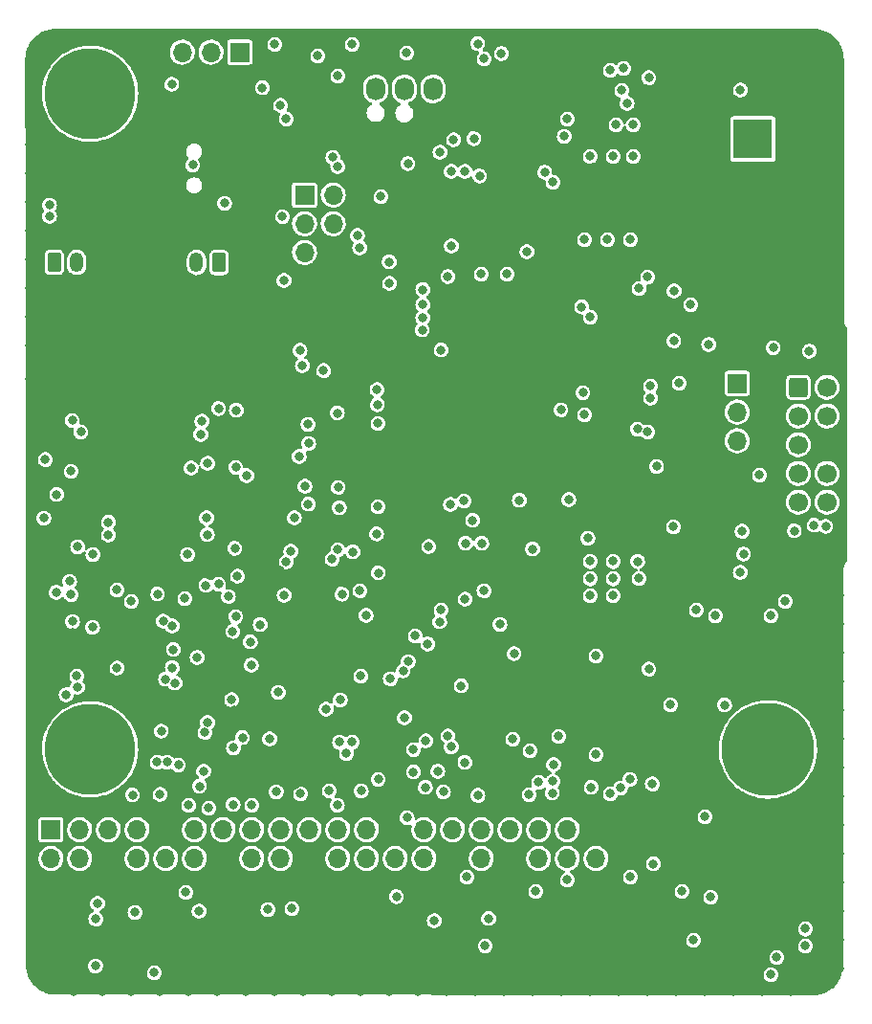
<source format=gbr>
G04 #@! TF.GenerationSoftware,KiCad,Pcbnew,(6.0.7)*
G04 #@! TF.CreationDate,2022-07-29T08:46:11-07:00*
G04 #@! TF.ProjectId,SJ-201-R10,534a2d32-3031-42d5-9231-302e6b696361,rev?*
G04 #@! TF.SameCoordinates,Original*
G04 #@! TF.FileFunction,Copper,L2,Inr*
G04 #@! TF.FilePolarity,Positive*
%FSLAX46Y46*%
G04 Gerber Fmt 4.6, Leading zero omitted, Abs format (unit mm)*
G04 Created by KiCad (PCBNEW (6.0.7)) date 2022-07-29 08:46:11*
%MOMM*%
%LPD*%
G01*
G04 APERTURE LIST*
G04 Aperture macros list*
%AMRoundRect*
0 Rectangle with rounded corners*
0 $1 Rounding radius*
0 $2 $3 $4 $5 $6 $7 $8 $9 X,Y pos of 4 corners*
0 Add a 4 corners polygon primitive as box body*
4,1,4,$2,$3,$4,$5,$6,$7,$8,$9,$2,$3,0*
0 Add four circle primitives for the rounded corners*
1,1,$1+$1,$2,$3*
1,1,$1+$1,$4,$5*
1,1,$1+$1,$6,$7*
1,1,$1+$1,$8,$9*
0 Add four rect primitives between the rounded corners*
20,1,$1+$1,$2,$3,$4,$5,0*
20,1,$1+$1,$4,$5,$6,$7,0*
20,1,$1+$1,$6,$7,$8,$9,0*
20,1,$1+$1,$8,$9,$2,$3,0*%
G04 Aperture macros list end*
G04 #@! TA.AperFunction,ComponentPad*
%ADD10R,1.730000X2.030000*%
G04 #@! TD*
G04 #@! TA.AperFunction,ComponentPad*
%ADD11O,1.730000X2.030000*%
G04 #@! TD*
G04 #@! TA.AperFunction,ComponentPad*
%ADD12R,1.700000X1.700000*%
G04 #@! TD*
G04 #@! TA.AperFunction,ComponentPad*
%ADD13O,1.700000X1.700000*%
G04 #@! TD*
G04 #@! TA.AperFunction,ComponentPad*
%ADD14R,3.500000X3.500000*%
G04 #@! TD*
G04 #@! TA.AperFunction,ComponentPad*
%ADD15RoundRect,0.750000X0.750000X1.000000X-0.750000X1.000000X-0.750000X-1.000000X0.750000X-1.000000X0*%
G04 #@! TD*
G04 #@! TA.AperFunction,ComponentPad*
%ADD16RoundRect,0.875000X0.875000X0.875000X-0.875000X0.875000X-0.875000X-0.875000X0.875000X-0.875000X0*%
G04 #@! TD*
G04 #@! TA.AperFunction,ComponentPad*
%ADD17RoundRect,0.249999X-0.350001X-0.625001X0.350001X-0.625001X0.350001X0.625001X-0.350001X0.625001X0*%
G04 #@! TD*
G04 #@! TA.AperFunction,ComponentPad*
%ADD18O,1.200000X1.750000*%
G04 #@! TD*
G04 #@! TA.AperFunction,ComponentPad*
%ADD19RoundRect,0.249999X0.350001X0.625001X-0.350001X0.625001X-0.350001X-0.625001X0.350001X-0.625001X0*%
G04 #@! TD*
G04 #@! TA.AperFunction,ComponentPad*
%ADD20C,8.000000*%
G04 #@! TD*
G04 #@! TA.AperFunction,ComponentPad*
%ADD21C,8.200000*%
G04 #@! TD*
G04 #@! TA.AperFunction,ComponentPad*
%ADD22C,0.499999*%
G04 #@! TD*
G04 #@! TA.AperFunction,ComponentPad*
%ADD23RoundRect,0.250000X-0.600000X-0.600000X0.600000X-0.600000X0.600000X0.600000X-0.600000X0.600000X0*%
G04 #@! TD*
G04 #@! TA.AperFunction,ComponentPad*
%ADD24C,1.700000*%
G04 #@! TD*
G04 #@! TA.AperFunction,ComponentPad*
%ADD25C,0.600000*%
G04 #@! TD*
G04 #@! TA.AperFunction,ViaPad*
%ADD26C,0.800000*%
G04 #@! TD*
G04 APERTURE END LIST*
D10*
G04 #@! TO.N,GND*
G04 #@! TO.C,J7*
X39920000Y-5206000D03*
D11*
G04 #@! TO.N,PVDD*
X37380000Y-5206000D03*
G04 #@! TO.N,/MCU/FAN_TACH*
X34840000Y-5206000D03*
G04 #@! TO.N,/MCU/FAN_PWM*
X32300000Y-5206000D03*
G04 #@! TD*
D12*
G04 #@! TO.N,+5V*
G04 #@! TO.C,J5*
X64312800Y-31252000D03*
D13*
G04 #@! TO.N,DVDD*
X64312800Y-33792000D03*
G04 #@! TO.N,+1V0*
X64312800Y-36332000D03*
G04 #@! TO.N,GND*
X64312800Y-38872000D03*
G04 #@! TD*
D14*
G04 #@! TO.N,12v_Unregulated*
G04 #@! TO.C,J1*
X65710000Y-9626000D03*
D15*
G04 #@! TO.N,GND*
X71710000Y-9626000D03*
D16*
X68710000Y-4926000D03*
G04 #@! TD*
D17*
G04 #@! TO.N,/AudioAmp/Left+*
G04 #@! TO.C,J3*
X3835400Y-20548600D03*
D18*
G04 #@! TO.N,/AudioAmp/Left-*
X5835400Y-20548600D03*
G04 #@! TD*
D19*
G04 #@! TO.N,/AudioAmp/Right+*
G04 #@! TO.C,J4*
X18433800Y-20556400D03*
D18*
G04 #@! TO.N,/AudioAmp/Right-*
X16433800Y-20556400D03*
G04 #@! TD*
D20*
G04 #@! TO.N,N/C*
G04 #@! TO.C,H3*
X7014300Y-5637800D03*
G04 #@! TD*
D12*
G04 #@! TO.N,unconnected-(J6-Pad1)*
G04 #@! TO.C,J6*
X3552000Y-70746000D03*
D13*
G04 #@! TO.N,+5V*
X3552000Y-73286000D03*
G04 #@! TO.N,SDA*
X6092000Y-70746000D03*
G04 #@! TO.N,+5V*
X6092000Y-73286000D03*
G04 #@! TO.N,SCL*
X8632000Y-70746000D03*
G04 #@! TO.N,GND*
X8632000Y-73286000D03*
G04 #@! TO.N,I2S_MCLK_PI*
X11172000Y-70746000D03*
G04 #@! TO.N,UART_TXD_PI*
X11172000Y-73286000D03*
G04 #@! TO.N,GND*
X13712000Y-70746000D03*
G04 #@! TO.N,UART_RXD_PI*
X13712000Y-73286000D03*
G04 #@! TO.N,FanTach*
X16252000Y-70746000D03*
G04 #@! TO.N,I2S_BCLK_PI*
X16252000Y-73286000D03*
G04 #@! TO.N,XMOS_Reset*
X18792000Y-70746000D03*
G04 #@! TO.N,GND*
X18792000Y-73286000D03*
G04 #@! TO.N,Net-(J6-Pad15)*
X21332000Y-70746000D03*
G04 #@! TO.N,Net-(J6-Pad16)*
X21332000Y-73286000D03*
G04 #@! TO.N,unconnected-(J6-Pad17)*
X23872000Y-70746000D03*
G04 #@! TO.N,Net-(J6-Pad18)*
X23872000Y-73286000D03*
G04 #@! TO.N,SPI_MOSI*
X26412000Y-70746000D03*
G04 #@! TO.N,GND*
X26412000Y-73286000D03*
G04 #@! TO.N,SPI_MISO*
X28952000Y-70746000D03*
G04 #@! TO.N,Net-(J6-Pad22)*
X28952000Y-73286000D03*
G04 #@! TO.N,SPI_CLK*
X31492000Y-70746000D03*
G04 #@! TO.N,SPI_CSn*
X31492000Y-73286000D03*
G04 #@! TO.N,GND*
X34032000Y-70746000D03*
G04 #@! TO.N,GPIO7*
X34032000Y-73286000D03*
G04 #@! TO.N,GPIO0*
X36572000Y-70746000D03*
G04 #@! TO.N,GPIO1*
X36572000Y-73286000D03*
G04 #@! TO.N,Net-(J6-Pad29)*
X39112000Y-70746000D03*
G04 #@! TO.N,GND*
X39112000Y-73286000D03*
G04 #@! TO.N,TAS_Fault*
X41652000Y-70746000D03*
G04 #@! TO.N,Neopixel*
X41652000Y-73286000D03*
G04 #@! TO.N,FanPWM*
X44192000Y-70746000D03*
G04 #@! TO.N,GND*
X44192000Y-73286000D03*
G04 #@! TO.N,I2S_WS_PI*
X46732000Y-70746000D03*
G04 #@! TO.N,Enable1V*
X46732000Y-73286000D03*
G04 #@! TO.N,Boot_Sel*
X49272000Y-70746000D03*
G04 #@! TO.N,I2S_DIN_PI*
X49272000Y-73286000D03*
G04 #@! TO.N,GND*
X51812000Y-70746000D03*
G04 #@! TO.N,I2S_DOUT_PI*
X51812000Y-73286000D03*
G04 #@! TD*
D20*
G04 #@! TO.N,N/C*
G04 #@! TO.C,H4*
X7014300Y-63626000D03*
G04 #@! TD*
G04 #@! TO.N,GND*
G04 #@! TO.C,H1*
X67021800Y-20623800D03*
G04 #@! TD*
D21*
G04 #@! TO.N,N/C*
G04 #@! TO.C,H2*
X67034500Y-63638700D03*
G04 #@! TD*
D22*
G04 #@! TO.N,GND*
G04 #@! TO.C,U3*
X11261300Y-33106499D03*
X9961300Y-40906501D03*
X9961300Y-35706499D03*
X12561300Y-35706499D03*
X12561300Y-38306501D03*
X12561300Y-37006499D03*
X9961300Y-39606501D03*
X12561300Y-33106499D03*
X11261300Y-40906501D03*
X12561300Y-39606501D03*
X12561300Y-34406499D03*
X9961300Y-37006499D03*
X11261300Y-34406499D03*
X11261300Y-38306501D03*
X9961300Y-34406499D03*
X11261300Y-37006499D03*
X11261300Y-35706499D03*
X9961300Y-38306501D03*
X12561300Y-40906501D03*
X9961300Y-33106499D03*
X11261300Y-39606501D03*
X9961300Y-42206501D03*
X12561300Y-42206501D03*
X11261300Y-42206501D03*
G04 #@! TD*
D23*
G04 #@! TO.N,DVDD*
G04 #@! TO.C,J11*
X69723000Y-31593400D03*
D24*
G04 #@! TO.N,/RaspberryPi/5Vf*
X72263000Y-31593400D03*
G04 #@! TO.N,SDA*
X69723000Y-34133400D03*
G04 #@! TO.N,/RaspberryPi/5Vf*
X72263000Y-34133400D03*
G04 #@! TO.N,SCL*
X69723000Y-36673400D03*
G04 #@! TO.N,GND*
X72263000Y-36673400D03*
G04 #@! TO.N,GPIO7*
X69723000Y-39213400D03*
G04 #@! TO.N,UART_TXD_PI*
X72263000Y-39213400D03*
G04 #@! TO.N,GPIO1*
X69723000Y-41753400D03*
G04 #@! TO.N,UART_RXD_PI*
X72263000Y-41753400D03*
G04 #@! TD*
D25*
G04 #@! TO.N,GND*
G04 #@! TO.C,U8*
X29209518Y-55018559D03*
X27795304Y-53604345D03*
X26381091Y-56432773D03*
X25673984Y-52897239D03*
X24966877Y-55018559D03*
X27795304Y-55018559D03*
X27088197Y-55725666D03*
X27795304Y-56432773D03*
X28502411Y-55725666D03*
X29916625Y-54311452D03*
X27088197Y-52897239D03*
X29209518Y-53604345D03*
X28502411Y-54311452D03*
X25673984Y-54311452D03*
X28502411Y-52897239D03*
X26381091Y-55018559D03*
X24966877Y-53604345D03*
X24259770Y-54311452D03*
X26381091Y-52190132D03*
X27088197Y-51483025D03*
X27088197Y-54311452D03*
X27088197Y-57139879D03*
X27795304Y-52190132D03*
X25673984Y-55725666D03*
X26381091Y-53604345D03*
G04 #@! TD*
D12*
G04 #@! TO.N,DVDD*
G04 #@! TO.C,J12*
X26004600Y-14594600D03*
D13*
G04 #@! TO.N,+5V*
X28544600Y-14594600D03*
G04 #@! TO.N,SDA*
X26004600Y-17134600D03*
G04 #@! TO.N,+5V*
X28544600Y-17134600D03*
G04 #@! TO.N,SCL*
X26004600Y-19674600D03*
G04 #@! TO.N,GND*
X28544600Y-19674600D03*
G04 #@! TD*
D12*
G04 #@! TO.N,DVDD*
G04 #@! TO.C,J9*
X20259200Y-1955800D03*
D13*
G04 #@! TO.N,GPIO7*
X17719200Y-1955800D03*
G04 #@! TO.N,GPIO0*
X15179200Y-1955800D03*
G04 #@! TO.N,GND*
X12639200Y-1955800D03*
G04 #@! TD*
D26*
G04 #@! TO.N,+5V*
X7518400Y-78638400D03*
X53340000Y-46990000D03*
X64871600Y-46355000D03*
X29086152Y-42264710D03*
X56388000Y-35560000D03*
X64592200Y-47980600D03*
X50647600Y-32080200D03*
X58674000Y-43942000D03*
X51308000Y-50038000D03*
X32448500Y-33147000D03*
X38100000Y-28300000D03*
X64744600Y-44348400D03*
X55500000Y-47000000D03*
X45694600Y-19608800D03*
X44551600Y-55168800D03*
X51308000Y-46990000D03*
X57175400Y-38608000D03*
X69367400Y-44297600D03*
X51308000Y-48514000D03*
X32512000Y-34798000D03*
X7670800Y-77266800D03*
X59182000Y-31242000D03*
X36914681Y-54305200D03*
X51816000Y-55372000D03*
X55626000Y-48514000D03*
X53340000Y-50038000D03*
X56489600Y-56540400D03*
X32425000Y-31813500D03*
X39000000Y-19100000D03*
X32536000Y-48030052D03*
X67500000Y-28100000D03*
X28905200Y-33883600D03*
X53340000Y-48514000D03*
X70700000Y-28400000D03*
G04 #@! TO.N,+1V0*
X41900000Y-49600000D03*
X41700000Y-45400000D03*
X31455528Y-51775528D03*
X30988000Y-57150000D03*
X21206429Y-54129971D03*
X23683417Y-58583739D03*
X21292735Y-56177265D03*
X29314167Y-49900000D03*
X24200000Y-50000000D03*
X28446278Y-46803788D03*
G04 #@! TO.N,12v_Unregulated*
X64600000Y-5300000D03*
G04 #@! TO.N,GPIO25*
X15748000Y-68580000D03*
X13853503Y-64770000D03*
X13208000Y-67614800D03*
X12970628Y-49882490D03*
X16103600Y-11938000D03*
X13488814Y-52286220D03*
G04 #@! TO.N,GPIO24*
X46200000Y-45900000D03*
X38100000Y-51308000D03*
X40208411Y-64791589D03*
X43307000Y-52578000D03*
G04 #@! TO.N,GPIO23*
X10998200Y-78054200D03*
X23500000Y-67400000D03*
X22758400Y-77815500D03*
X16662400Y-77952600D03*
G04 #@! TO.N,GPIO22*
X7239000Y-52832000D03*
X7264400Y-46394500D03*
X17067911Y-65567911D03*
X14528800Y-57759600D03*
X15646400Y-46394500D03*
X5892800Y-58120020D03*
G04 #@! TO.N,/xmos/MIC_CLK*
X20066000Y-48310800D03*
G04 #@! TO.N,/xmos/MIC_DATA*
X19250468Y-50107988D03*
X24782008Y-46117992D03*
X18389600Y-49022000D03*
G04 #@! TO.N,Net-(C28-Pad1)*
X55470572Y-35313364D03*
X56642000Y-32552804D03*
X48700000Y-33600000D03*
G04 #@! TO.N,/xmos/3V3_MIC0*
X35153600Y-11811000D03*
G04 #@! TO.N,GPIO7*
X68580000Y-50546000D03*
X19647277Y-53210534D03*
X41336758Y-1204759D03*
X30226000Y-62992000D03*
X55626000Y-22860000D03*
X60452000Y-80518000D03*
X66294000Y-39370000D03*
X40386000Y-74930000D03*
X36753800Y-62879500D03*
X42000000Y-81026000D03*
X60706000Y-51308000D03*
X60200000Y-24300000D03*
G04 #@! TO.N,/xmos/MIC_DATA_M*
X14281918Y-52710591D03*
X27686000Y-30124400D03*
X25806400Y-29667200D03*
X15401990Y-50292000D03*
G04 #@! TO.N,GPIO5*
X20878800Y-39420800D03*
X37800000Y-65571900D03*
X45021500Y-41592500D03*
X26334973Y-41936802D03*
X48054372Y-64975626D03*
X39000000Y-63412500D03*
G04 #@! TO.N,PVDD*
X23368000Y-1270000D03*
X39200000Y-9700000D03*
X54559200Y-6477000D03*
X50800000Y-18542000D03*
X36478000Y-22958000D03*
X38000000Y-10800000D03*
X39000000Y-12500000D03*
X51308000Y-11176000D03*
X53340000Y-11176000D03*
X49276000Y-7874000D03*
X53594000Y-8382000D03*
X56489600Y-4216400D03*
X40200000Y-12500000D03*
X53086000Y-3556000D03*
X54864000Y-18542000D03*
X52832000Y-18542000D03*
X5435600Y-34544000D03*
X36423600Y-26517600D03*
X6197600Y-35560000D03*
X54254400Y-3378200D03*
X16916400Y-34594800D03*
X19964400Y-33629600D03*
X18389600Y-33477200D03*
X41000000Y-9600000D03*
X55118000Y-8382000D03*
X54102000Y-5334000D03*
X16814800Y-35763200D03*
X36474400Y-25450800D03*
X55118000Y-11176000D03*
X36478000Y-24278800D03*
G04 #@! TO.N,Net-(C8-Pad2)*
X38700000Y-21800000D03*
X41656000Y-21590000D03*
X43942000Y-21590000D03*
G04 #@! TO.N,Net-(D3-Pad2)*
X32512000Y-42164000D03*
X40132000Y-41656000D03*
G04 #@! TO.N,Net-(D4-Pad2)*
X32385000Y-44566100D03*
X30285955Y-46160955D03*
G04 #@! TO.N,Net-(D7-Pad2)*
X38700000Y-62449500D03*
X44450000Y-62738000D03*
G04 #@! TO.N,Net-(D8-Pad2)*
X51816000Y-64094990D03*
X48514000Y-62484000D03*
G04 #@! TO.N,Net-(D12-Pad2)*
X50800000Y-34036000D03*
X56642000Y-31496000D03*
G04 #@! TO.N,GND*
X31767950Y-48733349D03*
X28702000Y-32004000D03*
X53848000Y-85090000D03*
X34000000Y-48700000D03*
X29210000Y-1778000D03*
X1778000Y-45161200D03*
X1778000Y-42621200D03*
X70002400Y-457200D03*
X54356000Y-26924000D03*
X3302000Y-84328000D03*
X5588000Y-83566000D03*
X11300000Y-59500000D03*
X73406000Y-27178000D03*
X45868885Y-17779311D03*
X60600000Y-5000000D03*
X45999400Y-16306800D03*
X1778000Y-68072000D03*
X1676400Y-10109200D03*
X19710400Y-9880600D03*
X43180000Y-41061010D03*
X63500000Y-67400000D03*
X32400000Y-21400000D03*
X20247756Y-57815185D03*
X14224000Y-406400D03*
X29718000Y-82012500D03*
X26416000Y-46482000D03*
X11861800Y-25527000D03*
X19177000Y-37134800D03*
X11176000Y-43013000D03*
X20828000Y-85090000D03*
X58700000Y-34300000D03*
X73406000Y-22098000D03*
X8509000Y-51562000D03*
X51308000Y-85090000D03*
X34010600Y-17373600D03*
X1778000Y-78232000D03*
X1676400Y-17729200D03*
X73406000Y-50038000D03*
X64008000Y-85090000D03*
X10617200Y-25679400D03*
X67462400Y-457200D03*
X47500000Y-39800000D03*
X18288000Y-85090000D03*
X35102800Y-54457600D03*
X37744400Y-406400D03*
X44018200Y-14554200D03*
X1778000Y-80772000D03*
X62382400Y-457200D03*
X50546000Y-12446000D03*
X4064000Y-82804000D03*
X24100000Y-12400000D03*
X4673600Y-33121600D03*
X44000000Y-48800000D03*
X11633200Y-65887600D03*
X1676400Y-2489200D03*
X42824400Y-406400D03*
X42900000Y-12600000D03*
X34797363Y-46228000D03*
X22352000Y-45923200D03*
X59300000Y-32300000D03*
X73406000Y-83058000D03*
X58928000Y-85090000D03*
X52832000Y-12446000D03*
X73355200Y-7162800D03*
X53086000Y-26924000D03*
X73406000Y-55118000D03*
X1676400Y-12649200D03*
X28448000Y-85090000D03*
X10668000Y-85090000D03*
X1778000Y-47752000D03*
X1676400Y-25349200D03*
X44196000Y-26670000D03*
X29718000Y-81026000D03*
X27432000Y-64008000D03*
X1778000Y-52832000D03*
X22260150Y-49022000D03*
X52100000Y-45800000D03*
X73355200Y-3759200D03*
X32207200Y-74980800D03*
X18440400Y-39776400D03*
X1778000Y-57912000D03*
X73355200Y-14782800D03*
X73406000Y-44958000D03*
X33020000Y-12446000D03*
X46228000Y-85090000D03*
X66548000Y-85090000D03*
X11619619Y-56535932D03*
X56896000Y-60858400D03*
X73406000Y-47498000D03*
X24892000Y-82042000D03*
X61468000Y-85090000D03*
X23368000Y-82042000D03*
X23799800Y-2362200D03*
X58166000Y-55524400D03*
X4064000Y-406400D03*
X45000000Y-12500000D03*
X51562000Y-12192000D03*
X53100000Y-500000D03*
X29514800Y-7707500D03*
X33528000Y-85090000D03*
X1676400Y-22809200D03*
X29108400Y-77114400D03*
X44000000Y-12600000D03*
X1778000Y-75692000D03*
X27686000Y-4826000D03*
X21900000Y-6900000D03*
X68580000Y-55422800D03*
X4673600Y-77266800D03*
X48768000Y-85090000D03*
X50800000Y-54864000D03*
X17576800Y-48209200D03*
X73406000Y-65278000D03*
X61800000Y-12100000D03*
X11684000Y-406400D03*
X35052000Y-81026000D03*
X10439400Y-79629000D03*
X28346400Y-28041600D03*
X54610000Y-60706000D03*
X35280600Y-59690000D03*
X73406000Y-52578000D03*
X51816000Y-26924000D03*
X1676400Y-27889200D03*
X73406000Y-75438000D03*
X72600000Y-1100000D03*
X37900000Y-19100000D03*
X56388000Y-85090000D03*
X22363303Y-59979365D03*
X38227000Y-23799800D03*
X35052000Y-9652000D03*
X69088000Y-85090000D03*
X22000000Y-35800000D03*
X73355200Y-17322800D03*
X71628000Y-84582000D03*
X1778000Y-60452000D03*
X31242000Y-60706000D03*
X30988000Y-85090000D03*
X34200000Y-39100000D03*
X35204400Y-406400D03*
X12026103Y-49732352D03*
X23822953Y-47820148D03*
X1778000Y-62992000D03*
X1778000Y-70612000D03*
X33274000Y-58420000D03*
X62800000Y-34800000D03*
X7009266Y-44490734D03*
X37338000Y-13208000D03*
X5461000Y-53340000D03*
X32664400Y-406400D03*
X19507196Y-56489600D03*
X25207306Y-66726134D03*
X1778000Y-50292000D03*
X73406000Y-77978000D03*
X46603205Y-61910837D03*
X23368000Y-85090000D03*
X4673600Y-78587600D03*
X38608000Y-85090000D03*
X46116010Y-14478000D03*
X58200000Y-13600000D03*
X1700000Y-30900000D03*
X28638500Y-37401500D03*
X64922400Y-457200D03*
X73406000Y-29718000D03*
X73406000Y-72898000D03*
X41148000Y-85090000D03*
X5588000Y-85090000D03*
X1778000Y-82804000D03*
X73406000Y-57658000D03*
X34696400Y-22047200D03*
X61800000Y-13800000D03*
X32766000Y-78486000D03*
X21996400Y-32689800D03*
X19300000Y-55400000D03*
X14478000Y-48948000D03*
X19370085Y-54118674D03*
X57302400Y-457200D03*
X48300000Y-44000000D03*
X23418800Y-64312800D03*
X43900000Y-9500000D03*
X1778000Y-55372000D03*
X73406000Y-67818000D03*
X17348200Y-79832200D03*
X1778000Y-73152000D03*
X64160400Y-55524400D03*
X19812000Y-60198000D03*
X36068000Y-85090000D03*
X40386501Y-55882066D03*
X73406000Y-80518000D03*
X1676400Y-5029200D03*
X30400000Y-47500000D03*
X73406000Y-24638000D03*
X43000000Y-9500000D03*
X15748000Y-85090000D03*
X39269354Y-59445537D03*
X4165600Y-38912800D03*
X43000000Y-4300000D03*
X13208000Y-85090000D03*
X4851400Y-35915600D03*
X37000000Y-51600000D03*
X57200000Y-48100000D03*
X47904400Y-406400D03*
X32679010Y-59182000D03*
X64160400Y-53848000D03*
X1778000Y-65532000D03*
X73406000Y-62738000D03*
X29972000Y-79248000D03*
X50444400Y-406400D03*
X58200000Y-11800000D03*
X19060900Y-26200000D03*
X28100000Y-44800000D03*
X73355200Y-12242800D03*
X9144000Y-406400D03*
X43688000Y-85090000D03*
X73406000Y-19558000D03*
X35200000Y-20300000D03*
X27256620Y-9319380D03*
X70700000Y-67000000D03*
X1676400Y-7569200D03*
X73406000Y-70358000D03*
X73406000Y-60198000D03*
X38900000Y-78100000D03*
X50901600Y-62992000D03*
X27100000Y-32300000D03*
X25908000Y-85090000D03*
X43942000Y-18288000D03*
X43300000Y-49700000D03*
X36000000Y-28605498D03*
X53848000Y-13716000D03*
X51400000Y-51900000D03*
X1676400Y-20269200D03*
X3810000Y-26339800D03*
X68554600Y-53848000D03*
X59842400Y-457200D03*
X40284400Y-406400D03*
X1676400Y-15189200D03*
X64668400Y-57226200D03*
X56300000Y-71600000D03*
X4000000Y-68000000D03*
X45364400Y-406400D03*
X8128000Y-85090000D03*
X19700000Y-13600000D03*
X6604000Y-406400D03*
X35102800Y-67614800D03*
X68641700Y-56769000D03*
X20828000Y-50546000D03*
X11176000Y-54965600D03*
G04 #@! TO.N,SCL*
X13697814Y-57415264D03*
X3420101Y-15494000D03*
X24053800Y-16510000D03*
X14833600Y-65024000D03*
X28514987Y-11263542D03*
X49000000Y-9400000D03*
X17424400Y-38331000D03*
X17410883Y-61258994D03*
X4021089Y-49741089D03*
X30886400Y-19253200D03*
X5842000Y-57150000D03*
X10668000Y-50546000D03*
G04 #@! TO.N,SDA*
X30683200Y-18186400D03*
X47269400Y-12573000D03*
X28938489Y-12057111D03*
X61789596Y-27810404D03*
X15951200Y-38755999D03*
X17180150Y-62128400D03*
X12954000Y-64770000D03*
X50546000Y-24485600D03*
X14297314Y-56400000D03*
X9398000Y-56438800D03*
X9398000Y-49530000D03*
X5334000Y-49946500D03*
X3420101Y-16484600D03*
G04 #@! TO.N,Net-(J6-Pad29)*
X38300000Y-67400000D03*
G04 #@! TO.N,Net-(J6-Pad22)*
X28194000Y-67299500D03*
G04 #@! TO.N,Net-(J6-Pad18)*
X25654000Y-67564000D03*
G04 #@! TO.N,Net-(J6-Pad15)*
X19688759Y-68519387D03*
G04 #@! TO.N,DVDD*
X19824430Y-45839246D03*
X25603200Y-28346400D03*
X33500000Y-20500000D03*
X30900642Y-49600642D03*
X26365200Y-36576000D03*
X22910800Y-62712600D03*
X26314400Y-34874200D03*
X8636000Y-44678600D03*
X21336000Y-68580000D03*
X35647500Y-65633600D03*
X5461000Y-52324000D03*
X19913600Y-51888946D03*
X17322800Y-43154600D03*
X63200000Y-59700000D03*
X3047989Y-37998400D03*
X17399000Y-44627800D03*
X34734500Y-56705500D03*
X8636000Y-43535600D03*
X19555334Y-59245500D03*
X24384000Y-47053500D03*
X37490400Y-78790800D03*
X56896000Y-73761600D03*
X39878000Y-58013600D03*
X18923000Y-15316200D03*
X25527000Y-37719000D03*
X24892000Y-77724000D03*
X29164177Y-59258200D03*
X13314469Y-62023623D03*
X56800000Y-66700000D03*
X37970629Y-52351163D03*
X10769600Y-67665600D03*
X32766000Y-14732000D03*
X22074930Y-52596400D03*
G04 #@! TO.N,SPI_CSn*
X35184900Y-55869042D03*
G04 #@! TO.N,SPI_CLK*
X31021999Y-67310000D03*
G04 #@! TO.N,SPI_MISO*
X28900000Y-68584499D03*
X53975000Y-67056000D03*
X28978632Y-40457122D03*
X49403000Y-41529000D03*
X28951004Y-45976333D03*
G04 #@! TO.N,SPI_MOSI*
X29718000Y-64008000D03*
X35647500Y-63666511D03*
X35814000Y-53594000D03*
G04 #@! TO.N,Boot_Sel*
X47942504Y-67500500D03*
G04 #@! TO.N,Neopixel*
X51093500Y-44958000D03*
X42300000Y-78600000D03*
X72158016Y-43919984D03*
X70358000Y-81026000D03*
G04 #@! TO.N,FanPWM*
X41910000Y-2540000D03*
X61468000Y-69596000D03*
X51308000Y-25400000D03*
X23876000Y-6664900D03*
X48006000Y-13462000D03*
X27178000Y-2286000D03*
X41503600Y-12903200D03*
X58700000Y-27500000D03*
G04 #@! TO.N,I2S_DOUT_PI*
X53086000Y-67564000D03*
G04 #@! TO.N,I2S_DIN_PI*
X49276000Y-75184000D03*
X54864000Y-74930000D03*
X54813200Y-66294000D03*
G04 #@! TO.N,Enable1V*
X59436000Y-76200000D03*
X46482000Y-76200000D03*
X58420000Y-59690000D03*
G04 #@! TO.N,I2S_BCLK_PI*
X17526000Y-68834000D03*
G04 #@! TO.N,I2S_DIN_AMP*
X40894000Y-43370500D03*
X51391256Y-66990601D03*
G04 #@! TO.N,I2S_LRCK_AMP*
X4900000Y-58800000D03*
X20500000Y-62594500D03*
X14400000Y-54800000D03*
X45974000Y-63754000D03*
X16495100Y-55500000D03*
X29100000Y-63000000D03*
X2921000Y-43180000D03*
X46736000Y-66538010D03*
G04 #@! TO.N,UART_RXD_PI*
X12700000Y-83403500D03*
X67310000Y-83566000D03*
G04 #@! TO.N,UART_TXD_PI*
X7500000Y-82800000D03*
X67818000Y-82042000D03*
G04 #@! TO.N,FanTach*
X28956000Y-4064000D03*
X58730266Y-23069734D03*
X56388000Y-21844000D03*
X24384000Y-7863900D03*
X62397280Y-51816000D03*
X15494000Y-76291500D03*
X61976000Y-76708000D03*
X67310000Y-51816000D03*
X43434000Y-2071500D03*
G04 #@! TO.N,XMOS_Reset*
X19710400Y-63500000D03*
G04 #@! TO.N,TAS_Fault*
X5918200Y-45720000D03*
X5335844Y-39035844D03*
X26035000Y-40360600D03*
X38925500Y-41958968D03*
X25095200Y-43154600D03*
G04 #@! TO.N,I2S_DIN_XMOS*
X19913600Y-38684200D03*
X27916255Y-60075478D03*
G04 #@! TO.N,/MCU/FAN_PWM*
X30226000Y-1270000D03*
G04 #@! TO.N,GPIO1*
X71120000Y-43800500D03*
X70359043Y-79503043D03*
X34137600Y-76657200D03*
G04 #@! TO.N,I2S_WS_PI*
X45891188Y-67646812D03*
G04 #@! TO.N,GPIO0*
X24180800Y-22148800D03*
X40269500Y-45400000D03*
X36703000Y-66992500D03*
X14249400Y-4800600D03*
X33528000Y-22402800D03*
X41351200Y-67716400D03*
X37000000Y-45700000D03*
X22275800Y-5105400D03*
G04 #@! TO.N,Net-(R22-Pad1)*
X32528359Y-66294000D03*
X33594079Y-57391592D03*
G04 #@! TO.N,Net-(R42-Pad1)*
X48015393Y-66453021D03*
X40219500Y-50342800D03*
G04 #@! TO.N,/MCU/FAN_TACH*
X35052000Y-2032000D03*
G04 #@! TO.N,I2S_BCLK_AMP*
X17281815Y-49119133D03*
X35086906Y-69686906D03*
X16700000Y-66900000D03*
X4058239Y-41071960D03*
X34848800Y-60833000D03*
X5207000Y-48768000D03*
G04 #@! TD*
G04 #@! TA.AperFunction,Conductor*
G04 #@! TO.N,GND*
G36*
X71033138Y118286D02*
G01*
X71033372Y118285D01*
X71045530Y115803D01*
X71057712Y118162D01*
X71070122Y118100D01*
X71070121Y117903D01*
X71081049Y118615D01*
X71344821Y102473D01*
X71358855Y100820D01*
X71647208Y50334D01*
X71660968Y47121D01*
X71941873Y-35339D01*
X71955185Y-40073D01*
X72225079Y-153459D01*
X72237779Y-159654D01*
X72385879Y-242480D01*
X72493283Y-302548D01*
X72505205Y-310122D01*
X72743109Y-480729D01*
X72754112Y-489595D01*
X72971408Y-685757D01*
X72981349Y-695798D01*
X73175322Y-915064D01*
X73184076Y-926155D01*
X73352280Y-1165761D01*
X73359737Y-1177763D01*
X73500050Y-1434685D01*
X73506117Y-1447446D01*
X73542617Y-1536833D01*
X73611661Y-1705919D01*
X73616786Y-1718471D01*
X73621385Y-1731827D01*
X73698771Y-2005609D01*
X73701016Y-2013553D01*
X73704089Y-2027339D01*
X73744321Y-2271565D01*
X73751671Y-2316184D01*
X73753183Y-2330229D01*
X73765408Y-2569419D01*
X73766660Y-2593912D01*
X73765819Y-2605076D01*
X73765985Y-2605077D01*
X73765923Y-2617490D01*
X73763441Y-2629646D01*
X73765800Y-2641825D01*
X73765800Y-2641826D01*
X73766125Y-2643502D01*
X73768424Y-2667462D01*
X73768424Y-25482524D01*
X73766003Y-25507103D01*
X73763438Y-25520000D01*
X73765230Y-25529009D01*
X73780014Y-25716857D01*
X73826112Y-25908866D01*
X73901680Y-26091300D01*
X74004857Y-26259666D01*
X74008069Y-26263426D01*
X74008075Y-26263435D01*
X74034968Y-26294922D01*
X74064000Y-26359711D01*
X74065158Y-26376888D01*
X74051674Y-38984999D01*
X74043228Y-46882457D01*
X74043210Y-46898851D01*
X74023135Y-46966950D01*
X74013021Y-46980547D01*
X73965160Y-47036584D01*
X73965157Y-47036588D01*
X73961950Y-47040343D01*
X73858776Y-47208708D01*
X73856883Y-47213278D01*
X73856881Y-47213282D01*
X73785104Y-47386567D01*
X73783210Y-47391140D01*
X73773858Y-47430095D01*
X73747583Y-47539541D01*
X73737114Y-47583146D01*
X73722346Y-47770791D01*
X73720514Y-47780000D01*
X73722935Y-47792170D01*
X73722935Y-47792172D01*
X73723084Y-47792920D01*
X73725506Y-47817485D01*
X73727840Y-65568220D01*
X73730085Y-82648910D01*
X73727591Y-82673873D01*
X73725106Y-82686175D01*
X73727490Y-82698351D01*
X73727453Y-82710764D01*
X73727256Y-82710763D01*
X73727992Y-82721694D01*
X73716629Y-82913743D01*
X73712638Y-82981188D01*
X73711014Y-82995225D01*
X73661844Y-83279449D01*
X73658661Y-83293205D01*
X73577975Y-83570148D01*
X73573275Y-83583451D01*
X73462091Y-83849611D01*
X73455922Y-83862323D01*
X73315637Y-84114361D01*
X73308093Y-84126286D01*
X73162178Y-84330633D01*
X73140473Y-84361029D01*
X73131631Y-84372049D01*
X72938784Y-84586546D01*
X72928764Y-84596506D01*
X72744050Y-84760582D01*
X72713112Y-84788063D01*
X72702040Y-84796838D01*
X72466294Y-84963047D01*
X72454321Y-84970519D01*
X72201438Y-85109293D01*
X72188699Y-85115381D01*
X71921882Y-85224962D01*
X71908538Y-85229587D01*
X71724244Y-85282082D01*
X71631129Y-85308605D01*
X71617344Y-85311708D01*
X71332826Y-85359170D01*
X71318783Y-85360709D01*
X71234023Y-85365214D01*
X71058971Y-85374517D01*
X71048282Y-85373734D01*
X71048281Y-85373962D01*
X71035866Y-85373925D01*
X71023704Y-85371467D01*
X71010342Y-85374083D01*
X70986061Y-85376431D01*
X4068045Y-85337281D01*
X4044423Y-85335032D01*
X4030056Y-85332281D01*
X4017899Y-85334790D01*
X4005493Y-85334878D01*
X4005492Y-85334680D01*
X3994571Y-85335525D01*
X3734918Y-85322802D01*
X3720866Y-85321320D01*
X3436160Y-85275035D01*
X3422363Y-85271989D01*
X3144615Y-85194114D01*
X3131245Y-85189543D01*
X2863972Y-85081063D01*
X2851198Y-85075023D01*
X2597750Y-84937300D01*
X2585733Y-84929868D01*
X2349307Y-84764639D01*
X2338197Y-84755909D01*
X2145936Y-84586546D01*
X2121741Y-84565233D01*
X2111680Y-84555314D01*
X2102582Y-84545278D01*
X1917940Y-84341608D01*
X1909065Y-84330642D01*
X1740460Y-84096573D01*
X1732860Y-84084665D01*
X1660582Y-83956063D01*
X1591538Y-83833217D01*
X1585316Y-83820531D01*
X1532556Y-83695685D01*
X1473029Y-83554825D01*
X1468267Y-83541522D01*
X1386438Y-83264922D01*
X1383196Y-83251170D01*
X1332851Y-82967147D01*
X1331169Y-82953117D01*
X1321037Y-82793096D01*
X6840729Y-82793096D01*
X6847917Y-82858200D01*
X6853949Y-82912834D01*
X6858113Y-82950553D01*
X6860723Y-82957684D01*
X6860723Y-82957686D01*
X6885609Y-83025689D01*
X6912553Y-83099319D01*
X6916789Y-83105622D01*
X6916789Y-83105623D01*
X6926347Y-83119846D01*
X7000908Y-83230805D01*
X7006527Y-83235918D01*
X7006528Y-83235919D01*
X7026887Y-83254444D01*
X7118076Y-83337419D01*
X7257293Y-83413008D01*
X7410522Y-83453207D01*
X7494477Y-83454526D01*
X7561319Y-83455576D01*
X7561322Y-83455576D01*
X7568916Y-83455695D01*
X7723332Y-83420329D01*
X7770521Y-83396596D01*
X12040729Y-83396596D01*
X12046766Y-83451279D01*
X12056730Y-83541522D01*
X12058113Y-83554053D01*
X12060723Y-83561184D01*
X12060723Y-83561186D01*
X12104104Y-83679730D01*
X12112553Y-83702819D01*
X12116789Y-83709122D01*
X12116789Y-83709123D01*
X12140021Y-83743695D01*
X12200908Y-83834305D01*
X12206527Y-83839418D01*
X12206528Y-83839419D01*
X12234992Y-83865319D01*
X12318076Y-83940919D01*
X12457293Y-84016508D01*
X12610522Y-84056707D01*
X12694477Y-84058026D01*
X12761319Y-84059076D01*
X12761322Y-84059076D01*
X12768916Y-84059195D01*
X12923332Y-84023829D01*
X12993742Y-83988417D01*
X13058072Y-83956063D01*
X13058075Y-83956061D01*
X13064855Y-83952651D01*
X13070626Y-83947722D01*
X13070629Y-83947720D01*
X13179536Y-83854704D01*
X13179536Y-83854703D01*
X13185314Y-83849769D01*
X13277755Y-83721124D01*
X13336842Y-83574141D01*
X13338983Y-83559096D01*
X66650729Y-83559096D01*
X66659421Y-83637824D01*
X66666597Y-83702819D01*
X66668113Y-83716553D01*
X66670723Y-83723684D01*
X66670723Y-83723686D01*
X66719194Y-83856139D01*
X66722553Y-83865319D01*
X66810908Y-83996805D01*
X66816527Y-84001918D01*
X66816528Y-84001919D01*
X66877610Y-84057499D01*
X66928076Y-84103419D01*
X67067293Y-84179008D01*
X67220522Y-84219207D01*
X67304477Y-84220526D01*
X67371319Y-84221576D01*
X67371322Y-84221576D01*
X67378916Y-84221695D01*
X67533332Y-84186329D01*
X67603742Y-84150917D01*
X67668072Y-84118563D01*
X67668075Y-84118561D01*
X67674855Y-84115151D01*
X67680626Y-84110222D01*
X67680629Y-84110220D01*
X67789536Y-84017204D01*
X67789536Y-84017203D01*
X67795314Y-84012269D01*
X67887755Y-83883624D01*
X67946842Y-83736641D01*
X67969162Y-83579807D01*
X67969307Y-83566000D01*
X67968725Y-83561186D01*
X67955959Y-83455695D01*
X67950276Y-83408733D01*
X67894280Y-83260546D01*
X67804553Y-83129992D01*
X67686275Y-83024611D01*
X67678889Y-83020700D01*
X67617607Y-82988253D01*
X67546274Y-82950484D01*
X67392633Y-82911892D01*
X67385034Y-82911852D01*
X67385033Y-82911852D01*
X67319181Y-82911507D01*
X67234221Y-82911062D01*
X67226841Y-82912834D01*
X67226839Y-82912834D01*
X67087563Y-82946271D01*
X67087560Y-82946272D01*
X67080184Y-82948043D01*
X66939414Y-83020700D01*
X66820039Y-83124838D01*
X66728950Y-83254444D01*
X66726190Y-83261524D01*
X66676464Y-83389065D01*
X66671406Y-83402037D01*
X66670414Y-83409570D01*
X66670414Y-83409571D01*
X66652387Y-83546503D01*
X66650729Y-83559096D01*
X13338983Y-83559096D01*
X13359162Y-83417307D01*
X13359307Y-83403500D01*
X13340276Y-83246233D01*
X13284280Y-83098046D01*
X13275814Y-83085728D01*
X13198855Y-82973751D01*
X13198854Y-82973749D01*
X13194553Y-82967492D01*
X13175464Y-82950484D01*
X13132148Y-82911892D01*
X13076275Y-82862111D01*
X13068889Y-82858200D01*
X12958968Y-82800000D01*
X12936274Y-82787984D01*
X12782633Y-82749392D01*
X12775034Y-82749352D01*
X12775033Y-82749352D01*
X12709181Y-82749007D01*
X12624221Y-82748562D01*
X12616841Y-82750334D01*
X12616839Y-82750334D01*
X12477563Y-82783771D01*
X12477560Y-82783772D01*
X12470184Y-82785543D01*
X12329414Y-82858200D01*
X12210039Y-82962338D01*
X12118950Y-83091944D01*
X12090178Y-83165741D01*
X12067269Y-83224500D01*
X12061406Y-83239537D01*
X12060414Y-83247070D01*
X12060414Y-83247071D01*
X12046170Y-83355270D01*
X12040729Y-83396596D01*
X7770521Y-83396596D01*
X7793742Y-83384917D01*
X7858072Y-83352563D01*
X7858075Y-83352561D01*
X7864855Y-83349151D01*
X7870626Y-83344222D01*
X7870629Y-83344220D01*
X7979536Y-83251204D01*
X7979536Y-83251203D01*
X7985314Y-83246269D01*
X8077755Y-83117624D01*
X8136842Y-82970641D01*
X8145321Y-82911062D01*
X8158581Y-82817891D01*
X8158581Y-82817888D01*
X8159162Y-82813807D01*
X8159307Y-82800000D01*
X8140276Y-82642733D01*
X8084280Y-82494546D01*
X7994553Y-82363992D01*
X7876275Y-82258611D01*
X7868889Y-82254700D01*
X7764985Y-82199686D01*
X7736274Y-82184484D01*
X7582633Y-82145892D01*
X7575034Y-82145852D01*
X7575033Y-82145852D01*
X7509181Y-82145507D01*
X7424221Y-82145062D01*
X7416841Y-82146834D01*
X7416839Y-82146834D01*
X7277563Y-82180271D01*
X7277560Y-82180272D01*
X7270184Y-82182043D01*
X7129414Y-82254700D01*
X7010039Y-82358838D01*
X6918950Y-82488444D01*
X6861406Y-82636037D01*
X6860414Y-82643570D01*
X6860414Y-82643571D01*
X6841957Y-82783771D01*
X6840729Y-82793096D01*
X1321037Y-82793096D01*
X1320596Y-82786134D01*
X1314741Y-82693674D01*
X1315431Y-82682745D01*
X1315233Y-82682746D01*
X1315144Y-82670340D01*
X1317479Y-82658148D01*
X1314970Y-82645990D01*
X1314966Y-82645405D01*
X1312482Y-82621125D01*
X1312469Y-82591151D01*
X1312221Y-82035096D01*
X67158729Y-82035096D01*
X67167421Y-82113825D01*
X67175018Y-82182634D01*
X67176113Y-82192553D01*
X67178723Y-82199684D01*
X67178723Y-82199686D01*
X67202136Y-82263664D01*
X67230553Y-82341319D01*
X67234789Y-82347622D01*
X67234789Y-82347623D01*
X67249995Y-82370251D01*
X67318908Y-82472805D01*
X67324527Y-82477918D01*
X67324528Y-82477919D01*
X67336095Y-82488444D01*
X67436076Y-82579419D01*
X67575293Y-82655008D01*
X67728522Y-82695207D01*
X67812477Y-82696526D01*
X67879319Y-82697576D01*
X67879322Y-82697576D01*
X67886916Y-82697695D01*
X68041332Y-82662329D01*
X68123258Y-82621125D01*
X68176072Y-82594563D01*
X68176075Y-82594561D01*
X68182855Y-82591151D01*
X68188626Y-82586222D01*
X68188629Y-82586220D01*
X68297536Y-82493204D01*
X68297536Y-82493203D01*
X68303314Y-82488269D01*
X68395755Y-82359624D01*
X68454842Y-82212641D01*
X68464207Y-82146834D01*
X68476581Y-82059891D01*
X68476581Y-82059888D01*
X68477162Y-82055807D01*
X68477307Y-82042000D01*
X68458276Y-81884733D01*
X68402280Y-81736546D01*
X68364500Y-81681576D01*
X68316855Y-81612251D01*
X68316854Y-81612249D01*
X68312553Y-81605992D01*
X68194275Y-81500611D01*
X68186889Y-81496700D01*
X68060988Y-81430039D01*
X68060989Y-81430039D01*
X68054274Y-81426484D01*
X67900633Y-81387892D01*
X67893034Y-81387852D01*
X67893033Y-81387852D01*
X67827181Y-81387507D01*
X67742221Y-81387062D01*
X67734841Y-81388834D01*
X67734839Y-81388834D01*
X67595563Y-81422271D01*
X67595560Y-81422272D01*
X67588184Y-81424043D01*
X67447414Y-81496700D01*
X67328039Y-81600838D01*
X67236950Y-81730444D01*
X67179406Y-81878037D01*
X67158729Y-82035096D01*
X1312221Y-82035096D01*
X1311767Y-81019096D01*
X41340729Y-81019096D01*
X41344175Y-81050309D01*
X41353085Y-81131008D01*
X41358113Y-81176553D01*
X41412553Y-81325319D01*
X41416789Y-81331622D01*
X41416789Y-81331623D01*
X41454043Y-81387062D01*
X41500908Y-81456805D01*
X41506527Y-81461918D01*
X41506528Y-81461919D01*
X41612460Y-81558309D01*
X41618076Y-81563419D01*
X41757293Y-81639008D01*
X41910522Y-81679207D01*
X41994477Y-81680526D01*
X42061319Y-81681576D01*
X42061322Y-81681576D01*
X42068916Y-81681695D01*
X42223332Y-81646329D01*
X42313782Y-81600838D01*
X42358072Y-81578563D01*
X42358075Y-81578561D01*
X42364855Y-81575151D01*
X42370626Y-81570222D01*
X42370629Y-81570220D01*
X42479536Y-81477204D01*
X42479536Y-81477203D01*
X42485314Y-81472269D01*
X42577755Y-81343624D01*
X42636842Y-81196641D01*
X42656940Y-81055419D01*
X42658581Y-81043891D01*
X42658581Y-81043888D01*
X42659162Y-81039807D01*
X42659307Y-81026000D01*
X42640276Y-80868733D01*
X42584280Y-80720546D01*
X42494553Y-80589992D01*
X42406001Y-80511096D01*
X59792729Y-80511096D01*
X59800319Y-80579846D01*
X59802131Y-80596251D01*
X59810113Y-80668553D01*
X59812723Y-80675684D01*
X59812723Y-80675686D01*
X59829140Y-80720546D01*
X59864553Y-80817319D01*
X59952908Y-80948805D01*
X59958527Y-80953918D01*
X59958528Y-80953919D01*
X60057407Y-81043891D01*
X60070076Y-81055419D01*
X60209293Y-81131008D01*
X60362522Y-81171207D01*
X60446477Y-81172526D01*
X60513319Y-81173576D01*
X60513322Y-81173576D01*
X60520916Y-81173695D01*
X60675332Y-81138329D01*
X60745742Y-81102917D01*
X60810072Y-81070563D01*
X60810075Y-81070561D01*
X60816855Y-81067151D01*
X60822626Y-81062222D01*
X60822629Y-81062220D01*
X60873120Y-81019096D01*
X69698729Y-81019096D01*
X69702175Y-81050309D01*
X69711085Y-81131008D01*
X69716113Y-81176553D01*
X69770553Y-81325319D01*
X69774789Y-81331622D01*
X69774789Y-81331623D01*
X69812043Y-81387062D01*
X69858908Y-81456805D01*
X69864527Y-81461918D01*
X69864528Y-81461919D01*
X69970460Y-81558309D01*
X69976076Y-81563419D01*
X70115293Y-81639008D01*
X70268522Y-81679207D01*
X70352477Y-81680526D01*
X70419319Y-81681576D01*
X70419322Y-81681576D01*
X70426916Y-81681695D01*
X70581332Y-81646329D01*
X70671782Y-81600838D01*
X70716072Y-81578563D01*
X70716075Y-81578561D01*
X70722855Y-81575151D01*
X70728626Y-81570222D01*
X70728629Y-81570220D01*
X70837536Y-81477204D01*
X70837536Y-81477203D01*
X70843314Y-81472269D01*
X70935755Y-81343624D01*
X70994842Y-81196641D01*
X71014940Y-81055419D01*
X71016581Y-81043891D01*
X71016581Y-81043888D01*
X71017162Y-81039807D01*
X71017307Y-81026000D01*
X70998276Y-80868733D01*
X70942280Y-80720546D01*
X70852553Y-80589992D01*
X70734275Y-80484611D01*
X70726889Y-80480700D01*
X70600988Y-80414039D01*
X70600989Y-80414039D01*
X70594274Y-80410484D01*
X70557051Y-80401134D01*
X70499731Y-80386736D01*
X70438536Y-80350741D01*
X70406515Y-80287375D01*
X70413836Y-80216757D01*
X70458173Y-80161307D01*
X70502298Y-80141712D01*
X70574971Y-80125068D01*
X70574973Y-80125067D01*
X70582375Y-80123372D01*
X70674694Y-80076941D01*
X70717115Y-80055606D01*
X70717118Y-80055604D01*
X70723898Y-80052194D01*
X70729669Y-80047265D01*
X70729672Y-80047263D01*
X70838579Y-79954247D01*
X70838579Y-79954246D01*
X70844357Y-79949312D01*
X70936798Y-79820667D01*
X70995885Y-79673684D01*
X71018205Y-79516850D01*
X71018350Y-79503043D01*
X70999319Y-79345776D01*
X70943323Y-79197589D01*
X70906644Y-79144220D01*
X70857898Y-79073294D01*
X70857897Y-79073292D01*
X70853596Y-79067035D01*
X70735318Y-78961654D01*
X70727932Y-78957743D01*
X70602031Y-78891082D01*
X70602032Y-78891082D01*
X70595317Y-78887527D01*
X70441676Y-78848935D01*
X70434077Y-78848895D01*
X70434076Y-78848895D01*
X70368224Y-78848550D01*
X70283264Y-78848105D01*
X70275884Y-78849877D01*
X70275882Y-78849877D01*
X70136606Y-78883314D01*
X70136603Y-78883315D01*
X70129227Y-78885086D01*
X69988457Y-78957743D01*
X69869082Y-79061881D01*
X69777993Y-79191487D01*
X69751116Y-79260424D01*
X69724684Y-79328219D01*
X69720449Y-79339080D01*
X69719457Y-79346613D01*
X69719457Y-79346614D01*
X69706308Y-79446495D01*
X69699772Y-79496139D01*
X69717156Y-79653596D01*
X69771596Y-79802362D01*
X69775832Y-79808665D01*
X69775832Y-79808666D01*
X69812916Y-79863852D01*
X69859951Y-79933848D01*
X69865570Y-79938961D01*
X69865571Y-79938962D01*
X69876946Y-79949312D01*
X69977119Y-80040462D01*
X70116336Y-80116051D01*
X70123678Y-80117977D01*
X70123680Y-80117978D01*
X70217954Y-80142710D01*
X70278770Y-80179344D01*
X70310125Y-80243041D01*
X70302066Y-80313579D01*
X70257151Y-80368561D01*
X70215396Y-80387104D01*
X70135570Y-80406269D01*
X70135564Y-80406271D01*
X70128184Y-80408043D01*
X69987414Y-80480700D01*
X69868039Y-80584838D01*
X69776950Y-80714444D01*
X69719406Y-80862037D01*
X69718414Y-80869570D01*
X69718414Y-80869571D01*
X69707310Y-80953919D01*
X69698729Y-81019096D01*
X60873120Y-81019096D01*
X60931536Y-80969204D01*
X60931536Y-80969203D01*
X60937314Y-80964269D01*
X61029755Y-80835624D01*
X61088842Y-80688641D01*
X61101991Y-80596251D01*
X61110581Y-80535891D01*
X61110581Y-80535888D01*
X61111162Y-80531807D01*
X61111307Y-80518000D01*
X61092276Y-80360733D01*
X61036280Y-80212546D01*
X60972647Y-80119959D01*
X60950855Y-80088251D01*
X60950854Y-80088249D01*
X60946553Y-80081992D01*
X60828275Y-79976611D01*
X60820889Y-79972700D01*
X60694988Y-79906039D01*
X60694989Y-79906039D01*
X60688274Y-79902484D01*
X60534633Y-79863892D01*
X60527034Y-79863852D01*
X60527033Y-79863852D01*
X60461181Y-79863507D01*
X60376221Y-79863062D01*
X60368841Y-79864834D01*
X60368839Y-79864834D01*
X60229563Y-79898271D01*
X60229560Y-79898272D01*
X60222184Y-79900043D01*
X60081414Y-79972700D01*
X59962039Y-80076838D01*
X59870950Y-80206444D01*
X59813406Y-80354037D01*
X59812414Y-80361570D01*
X59812414Y-80361571D01*
X59795551Y-80489664D01*
X59792729Y-80511096D01*
X42406001Y-80511096D01*
X42376275Y-80484611D01*
X42368889Y-80480700D01*
X42242988Y-80414039D01*
X42242989Y-80414039D01*
X42236274Y-80410484D01*
X42082633Y-80371892D01*
X42075034Y-80371852D01*
X42075033Y-80371852D01*
X42009181Y-80371507D01*
X41924221Y-80371062D01*
X41916841Y-80372834D01*
X41916839Y-80372834D01*
X41777563Y-80406271D01*
X41777560Y-80406272D01*
X41770184Y-80408043D01*
X41629414Y-80480700D01*
X41510039Y-80584838D01*
X41418950Y-80714444D01*
X41361406Y-80862037D01*
X41360414Y-80869570D01*
X41360414Y-80869571D01*
X41349310Y-80953919D01*
X41340729Y-81019096D01*
X1311767Y-81019096D01*
X1310700Y-78631496D01*
X6859129Y-78631496D01*
X6876513Y-78788953D01*
X6879123Y-78796084D01*
X6879123Y-78796086D01*
X6925859Y-78923798D01*
X6930953Y-78937719D01*
X6935189Y-78944022D01*
X6935189Y-78944023D01*
X7014456Y-79061984D01*
X7019308Y-79069205D01*
X7024927Y-79074318D01*
X7024928Y-79074319D01*
X7088659Y-79132309D01*
X7136476Y-79175819D01*
X7275693Y-79251408D01*
X7428922Y-79291607D01*
X7512877Y-79292926D01*
X7579719Y-79293976D01*
X7579722Y-79293976D01*
X7587316Y-79294095D01*
X7741732Y-79258729D01*
X7828082Y-79215300D01*
X7876472Y-79190963D01*
X7876475Y-79190961D01*
X7883255Y-79187551D01*
X7889026Y-79182622D01*
X7889029Y-79182620D01*
X7997936Y-79089604D01*
X7997936Y-79089603D01*
X8003714Y-79084669D01*
X8096155Y-78956024D01*
X8155242Y-78809041D01*
X8158821Y-78783896D01*
X36831129Y-78783896D01*
X36833905Y-78809041D01*
X36846575Y-78923798D01*
X36848513Y-78941353D01*
X36851123Y-78948484D01*
X36851123Y-78948486D01*
X36895300Y-79069205D01*
X36902953Y-79090119D01*
X36907189Y-79096422D01*
X36907189Y-79096423D01*
X36971070Y-79191487D01*
X36991308Y-79221605D01*
X36996927Y-79226718D01*
X36996928Y-79226719D01*
X37032107Y-79258729D01*
X37108476Y-79328219D01*
X37247693Y-79403808D01*
X37400922Y-79444007D01*
X37484877Y-79445326D01*
X37551719Y-79446376D01*
X37551722Y-79446376D01*
X37559316Y-79446495D01*
X37713732Y-79411129D01*
X37784142Y-79375717D01*
X37848472Y-79343363D01*
X37848475Y-79343361D01*
X37855255Y-79339951D01*
X37861026Y-79335022D01*
X37861029Y-79335020D01*
X37969936Y-79242004D01*
X37969936Y-79242003D01*
X37975714Y-79237069D01*
X38068155Y-79108424D01*
X38127242Y-78961441D01*
X38137761Y-78887527D01*
X38148981Y-78808691D01*
X38148981Y-78808688D01*
X38149562Y-78804607D01*
X38149631Y-78798065D01*
X38149664Y-78794934D01*
X38149664Y-78794928D01*
X38149707Y-78790800D01*
X38130676Y-78633533D01*
X38115396Y-78593096D01*
X41640729Y-78593096D01*
X41645277Y-78634292D01*
X41653363Y-78707526D01*
X41658113Y-78750553D01*
X41660723Y-78757684D01*
X41660723Y-78757686D01*
X41709539Y-78891082D01*
X41712553Y-78899319D01*
X41800908Y-79030805D01*
X41806527Y-79035918D01*
X41806528Y-79035919D01*
X41886211Y-79108424D01*
X41918076Y-79137419D01*
X42057293Y-79213008D01*
X42210522Y-79253207D01*
X42294477Y-79254526D01*
X42361319Y-79255576D01*
X42361322Y-79255576D01*
X42368916Y-79255695D01*
X42523332Y-79220329D01*
X42598309Y-79182620D01*
X42658072Y-79152563D01*
X42658075Y-79152561D01*
X42664855Y-79149151D01*
X42670626Y-79144222D01*
X42670629Y-79144220D01*
X42779536Y-79051204D01*
X42779536Y-79051203D01*
X42785314Y-79046269D01*
X42877755Y-78917624D01*
X42936842Y-78770641D01*
X42955662Y-78638400D01*
X42958581Y-78617891D01*
X42958581Y-78617888D01*
X42959162Y-78613807D01*
X42959307Y-78600000D01*
X42957675Y-78586509D01*
X42947860Y-78505404D01*
X42940276Y-78442733D01*
X42884280Y-78294546D01*
X42857510Y-78255595D01*
X42798855Y-78170251D01*
X42798854Y-78170249D01*
X42794553Y-78163992D01*
X42676275Y-78058611D01*
X42668889Y-78054700D01*
X42604188Y-78020443D01*
X42536274Y-77984484D01*
X42382633Y-77945892D01*
X42375034Y-77945852D01*
X42375033Y-77945852D01*
X42309181Y-77945507D01*
X42224221Y-77945062D01*
X42216841Y-77946834D01*
X42216839Y-77946834D01*
X42077563Y-77980271D01*
X42077560Y-77980272D01*
X42070184Y-77982043D01*
X41929414Y-78054700D01*
X41810039Y-78158838D01*
X41718950Y-78288444D01*
X41701428Y-78333385D01*
X41684385Y-78377100D01*
X41661406Y-78436037D01*
X41660414Y-78443570D01*
X41660414Y-78443571D01*
X41643161Y-78574624D01*
X41640729Y-78593096D01*
X38115396Y-78593096D01*
X38074680Y-78485346D01*
X38035925Y-78428957D01*
X37989255Y-78361051D01*
X37989254Y-78361049D01*
X37984953Y-78354792D01*
X37977116Y-78347809D01*
X37925306Y-78301649D01*
X37866675Y-78249411D01*
X37859289Y-78245500D01*
X37768072Y-78197203D01*
X37726674Y-78175284D01*
X37573033Y-78136692D01*
X37565434Y-78136652D01*
X37565433Y-78136652D01*
X37499581Y-78136307D01*
X37414621Y-78135862D01*
X37407241Y-78137634D01*
X37407239Y-78137634D01*
X37267963Y-78171071D01*
X37267960Y-78171072D01*
X37260584Y-78172843D01*
X37119814Y-78245500D01*
X37000439Y-78349638D01*
X36909350Y-78479244D01*
X36901075Y-78500469D01*
X36859082Y-78608176D01*
X36851806Y-78626837D01*
X36850814Y-78634370D01*
X36850814Y-78634371D01*
X36833865Y-78763115D01*
X36831129Y-78783896D01*
X8158821Y-78783896D01*
X8169369Y-78709776D01*
X8176981Y-78656291D01*
X8176981Y-78656288D01*
X8177562Y-78652207D01*
X8177707Y-78638400D01*
X8158676Y-78481133D01*
X8102680Y-78332946D01*
X8076961Y-78295524D01*
X8017255Y-78208651D01*
X8017254Y-78208649D01*
X8012953Y-78202392D01*
X7986518Y-78178839D01*
X7914662Y-78114819D01*
X7894675Y-78097011D01*
X7891241Y-78095193D01*
X7852677Y-78047296D01*
X10338929Y-78047296D01*
X10344353Y-78096426D01*
X10353051Y-78175204D01*
X10356313Y-78204753D01*
X10358923Y-78211884D01*
X10358923Y-78211886D01*
X10405824Y-78340049D01*
X10410753Y-78353519D01*
X10414989Y-78359822D01*
X10414989Y-78359823D01*
X10492007Y-78474437D01*
X10499108Y-78485005D01*
X10504727Y-78490118D01*
X10504728Y-78490119D01*
X10609623Y-78585565D01*
X10616276Y-78591619D01*
X10755493Y-78667208D01*
X10908722Y-78707407D01*
X10992677Y-78708726D01*
X11059519Y-78709776D01*
X11059522Y-78709776D01*
X11067116Y-78709895D01*
X11221532Y-78674529D01*
X11303044Y-78633533D01*
X11356272Y-78606763D01*
X11356275Y-78606761D01*
X11363055Y-78603351D01*
X11368826Y-78598422D01*
X11368829Y-78598420D01*
X11477736Y-78505404D01*
X11477736Y-78505403D01*
X11483514Y-78500469D01*
X11575955Y-78371824D01*
X11635042Y-78224841D01*
X11647593Y-78136652D01*
X11656781Y-78072091D01*
X11656781Y-78072088D01*
X11657362Y-78068007D01*
X11657431Y-78061465D01*
X11657464Y-78058334D01*
X11657464Y-78058328D01*
X11657507Y-78054200D01*
X11644377Y-77945696D01*
X16003129Y-77945696D01*
X16007804Y-77988039D01*
X16019019Y-78089619D01*
X16020513Y-78103153D01*
X16023123Y-78110284D01*
X16023123Y-78110286D01*
X16057217Y-78203452D01*
X16074953Y-78251919D01*
X16079189Y-78258222D01*
X16079189Y-78258223D01*
X16157848Y-78375279D01*
X16163308Y-78383405D01*
X16168927Y-78388518D01*
X16168928Y-78388519D01*
X16268463Y-78479088D01*
X16280476Y-78490019D01*
X16419693Y-78565608D01*
X16572922Y-78605807D01*
X16656877Y-78607126D01*
X16723719Y-78608176D01*
X16723722Y-78608176D01*
X16731316Y-78608295D01*
X16885732Y-78572929D01*
X16956142Y-78537517D01*
X17020472Y-78505163D01*
X17020475Y-78505161D01*
X17027255Y-78501751D01*
X17033026Y-78496822D01*
X17033029Y-78496820D01*
X17141936Y-78403804D01*
X17141936Y-78403803D01*
X17147714Y-78398869D01*
X17240155Y-78270224D01*
X17299242Y-78123241D01*
X17307721Y-78063664D01*
X17320981Y-77970491D01*
X17320981Y-77970488D01*
X17321562Y-77966407D01*
X17321707Y-77952600D01*
X17320891Y-77945852D01*
X17313784Y-77887129D01*
X17304281Y-77808596D01*
X22099129Y-77808596D01*
X22107361Y-77883157D01*
X22115028Y-77952600D01*
X22116513Y-77966053D01*
X22119123Y-77973184D01*
X22119123Y-77973186D01*
X22164831Y-78098089D01*
X22170953Y-78114819D01*
X22175189Y-78121122D01*
X22175189Y-78121123D01*
X22239828Y-78217315D01*
X22259308Y-78246305D01*
X22264927Y-78251418D01*
X22264928Y-78251419D01*
X22362332Y-78340049D01*
X22376476Y-78352919D01*
X22515693Y-78428508D01*
X22668922Y-78468707D01*
X22752877Y-78470026D01*
X22819719Y-78471076D01*
X22819722Y-78471076D01*
X22827316Y-78471195D01*
X22981732Y-78435829D01*
X23052142Y-78400417D01*
X23116472Y-78368063D01*
X23116475Y-78368061D01*
X23123255Y-78364651D01*
X23129026Y-78359722D01*
X23129029Y-78359720D01*
X23237936Y-78266704D01*
X23237936Y-78266703D01*
X23243714Y-78261769D01*
X23336155Y-78133124D01*
X23395242Y-77986141D01*
X23404654Y-77920007D01*
X23416981Y-77833391D01*
X23416981Y-77833388D01*
X23417562Y-77829307D01*
X23417707Y-77815500D01*
X23405799Y-77717096D01*
X24232729Y-77717096D01*
X24241367Y-77795333D01*
X24249044Y-77864868D01*
X24250113Y-77874553D01*
X24252723Y-77881684D01*
X24252723Y-77881686D01*
X24295534Y-77998672D01*
X24304553Y-78023319D01*
X24308789Y-78029622D01*
X24308789Y-78029623D01*
X24381370Y-78137634D01*
X24392908Y-78154805D01*
X24398527Y-78159918D01*
X24398528Y-78159919D01*
X24503675Y-78255595D01*
X24510076Y-78261419D01*
X24649293Y-78337008D01*
X24802522Y-78377207D01*
X24886477Y-78378526D01*
X24953319Y-78379576D01*
X24953322Y-78379576D01*
X24960916Y-78379695D01*
X25115332Y-78344329D01*
X25212371Y-78295524D01*
X25250072Y-78276563D01*
X25250075Y-78276561D01*
X25256855Y-78273151D01*
X25262626Y-78268222D01*
X25262629Y-78268220D01*
X25371536Y-78175204D01*
X25371536Y-78175203D01*
X25377314Y-78170269D01*
X25469755Y-78041624D01*
X25528842Y-77894641D01*
X25540743Y-77811020D01*
X25550581Y-77741891D01*
X25550581Y-77741888D01*
X25551162Y-77737807D01*
X25551307Y-77724000D01*
X25550582Y-77718004D01*
X25541268Y-77641044D01*
X25532276Y-77566733D01*
X25476280Y-77418546D01*
X25438500Y-77363576D01*
X25390855Y-77294251D01*
X25390854Y-77294249D01*
X25386553Y-77287992D01*
X25374810Y-77277529D01*
X25285819Y-77198242D01*
X25268275Y-77182611D01*
X25260889Y-77178700D01*
X25134988Y-77112039D01*
X25134989Y-77112039D01*
X25128274Y-77108484D01*
X24974633Y-77069892D01*
X24967034Y-77069852D01*
X24967033Y-77069852D01*
X24901181Y-77069507D01*
X24816221Y-77069062D01*
X24808841Y-77070834D01*
X24808839Y-77070834D01*
X24669563Y-77104271D01*
X24669560Y-77104272D01*
X24662184Y-77106043D01*
X24521414Y-77178700D01*
X24402039Y-77282838D01*
X24310950Y-77412444D01*
X24298454Y-77444495D01*
X24269849Y-77517864D01*
X24253406Y-77560037D01*
X24252414Y-77567570D01*
X24252414Y-77567571D01*
X24234622Y-77702719D01*
X24232729Y-77717096D01*
X23405799Y-77717096D01*
X23398676Y-77658233D01*
X23342680Y-77510046D01*
X23294349Y-77439724D01*
X23257255Y-77385751D01*
X23257254Y-77385749D01*
X23252953Y-77379492D01*
X23134675Y-77274111D01*
X23127289Y-77270200D01*
X23001388Y-77203539D01*
X23001389Y-77203539D01*
X22994674Y-77199984D01*
X22841033Y-77161392D01*
X22833434Y-77161352D01*
X22833433Y-77161352D01*
X22767581Y-77161007D01*
X22682621Y-77160562D01*
X22675241Y-77162334D01*
X22675239Y-77162334D01*
X22535963Y-77195771D01*
X22535960Y-77195772D01*
X22528584Y-77197543D01*
X22387814Y-77270200D01*
X22268439Y-77374338D01*
X22177350Y-77503944D01*
X22155639Y-77559631D01*
X22126321Y-77634828D01*
X22119806Y-77651537D01*
X22118814Y-77659070D01*
X22118814Y-77659071D01*
X22100765Y-77796171D01*
X22099129Y-77808596D01*
X17304281Y-77808596D01*
X17302676Y-77795333D01*
X17246680Y-77647146D01*
X17207816Y-77590598D01*
X17161255Y-77522851D01*
X17161254Y-77522849D01*
X17156953Y-77516592D01*
X17038675Y-77411211D01*
X17031289Y-77407300D01*
X16905388Y-77340639D01*
X16905389Y-77340639D01*
X16898674Y-77337084D01*
X16745033Y-77298492D01*
X16737434Y-77298452D01*
X16737433Y-77298452D01*
X16671581Y-77298107D01*
X16586621Y-77297662D01*
X16579241Y-77299434D01*
X16579239Y-77299434D01*
X16439963Y-77332871D01*
X16439960Y-77332872D01*
X16432584Y-77334643D01*
X16291814Y-77407300D01*
X16172439Y-77511438D01*
X16081350Y-77641044D01*
X16074322Y-77659071D01*
X16038978Y-77749724D01*
X16023806Y-77788637D01*
X16022814Y-77796170D01*
X16022814Y-77796171D01*
X16008922Y-77901695D01*
X16003129Y-77945696D01*
X11644377Y-77945696D01*
X11638476Y-77896933D01*
X11582480Y-77748746D01*
X11542999Y-77691300D01*
X11497055Y-77624451D01*
X11497054Y-77624449D01*
X11492753Y-77618192D01*
X11374475Y-77512811D01*
X11367089Y-77508900D01*
X11241188Y-77442239D01*
X11241189Y-77442239D01*
X11234474Y-77438684D01*
X11080833Y-77400092D01*
X11073234Y-77400052D01*
X11073233Y-77400052D01*
X11007381Y-77399707D01*
X10922421Y-77399262D01*
X10915041Y-77401034D01*
X10915039Y-77401034D01*
X10775763Y-77434471D01*
X10775760Y-77434472D01*
X10768384Y-77436243D01*
X10627614Y-77508900D01*
X10508239Y-77613038D01*
X10417150Y-77742644D01*
X10396281Y-77796171D01*
X10368665Y-77867003D01*
X10359606Y-77890237D01*
X10358614Y-77897770D01*
X10358614Y-77897771D01*
X10341256Y-78029623D01*
X10338929Y-78047296D01*
X7852677Y-78047296D01*
X7847709Y-78041126D01*
X7840151Y-77970533D01*
X7871957Y-77907060D01*
X7907525Y-77880393D01*
X8028872Y-77819363D01*
X8028875Y-77819361D01*
X8035655Y-77815951D01*
X8041426Y-77811022D01*
X8041429Y-77811020D01*
X8150336Y-77718004D01*
X8150336Y-77718003D01*
X8156114Y-77713069D01*
X8248555Y-77584424D01*
X8307642Y-77437441D01*
X8318766Y-77359279D01*
X8329381Y-77284691D01*
X8329381Y-77284688D01*
X8329962Y-77280607D01*
X8330107Y-77266800D01*
X8311076Y-77109533D01*
X8255080Y-76961346D01*
X8217340Y-76906434D01*
X8169655Y-76837051D01*
X8169654Y-76837049D01*
X8165353Y-76830792D01*
X8157516Y-76823809D01*
X8060945Y-76737769D01*
X8047075Y-76725411D01*
X8039689Y-76721500D01*
X7913788Y-76654839D01*
X7913789Y-76654839D01*
X7907074Y-76651284D01*
X7753433Y-76612692D01*
X7745834Y-76612652D01*
X7745833Y-76612652D01*
X7679981Y-76612307D01*
X7595021Y-76611862D01*
X7587641Y-76613634D01*
X7587639Y-76613634D01*
X7448363Y-76647071D01*
X7448360Y-76647072D01*
X7440984Y-76648843D01*
X7300214Y-76721500D01*
X7180839Y-76825638D01*
X7089750Y-76955244D01*
X7086990Y-76962324D01*
X7037989Y-77088005D01*
X7032206Y-77102837D01*
X7031214Y-77110370D01*
X7031214Y-77110371D01*
X7012540Y-77252220D01*
X7011529Y-77259896D01*
X7019586Y-77332871D01*
X7027685Y-77406228D01*
X7028913Y-77417353D01*
X7031523Y-77424484D01*
X7031523Y-77424486D01*
X7065617Y-77517652D01*
X7083353Y-77566119D01*
X7087589Y-77572422D01*
X7087589Y-77572423D01*
X7140752Y-77651537D01*
X7171708Y-77697605D01*
X7177327Y-77702718D01*
X7177328Y-77702719D01*
X7228986Y-77749724D01*
X7288876Y-77804219D01*
X7295552Y-77807844D01*
X7297324Y-77809103D01*
X7341265Y-77864868D01*
X7348082Y-77935537D01*
X7315610Y-77998672D01*
X7282126Y-78023776D01*
X7247547Y-78041624D01*
X7147814Y-78093100D01*
X7028439Y-78197238D01*
X6937350Y-78326844D01*
X6919813Y-78371824D01*
X6882792Y-78466779D01*
X6879806Y-78474437D01*
X6878814Y-78481970D01*
X6878814Y-78481971D01*
X6861458Y-78613807D01*
X6859129Y-78631496D01*
X1310700Y-78631496D01*
X1309652Y-76284596D01*
X14834729Y-76284596D01*
X14842927Y-76358849D01*
X14847078Y-76396444D01*
X14852113Y-76442053D01*
X14854723Y-76449184D01*
X14854723Y-76449186D01*
X14891884Y-76550733D01*
X14906553Y-76590819D01*
X14910789Y-76597122D01*
X14910789Y-76597123D01*
X14985730Y-76708646D01*
X14994908Y-76722305D01*
X15000527Y-76727418D01*
X15000528Y-76727419D01*
X15098885Y-76816916D01*
X15112076Y-76828919D01*
X15251293Y-76904508D01*
X15404522Y-76944707D01*
X15488477Y-76946026D01*
X15555319Y-76947076D01*
X15555322Y-76947076D01*
X15562916Y-76947195D01*
X15717332Y-76911829D01*
X15823261Y-76858553D01*
X15852072Y-76844063D01*
X15852075Y-76844061D01*
X15858855Y-76840651D01*
X15864626Y-76835722D01*
X15864629Y-76835720D01*
X15973536Y-76742704D01*
X15973536Y-76742703D01*
X15979314Y-76737769D01*
X16042170Y-76650296D01*
X33478329Y-76650296D01*
X33495713Y-76807753D01*
X33498323Y-76814884D01*
X33498323Y-76814886D01*
X33547412Y-76949028D01*
X33550153Y-76956519D01*
X33554389Y-76962822D01*
X33554389Y-76962823D01*
X33626970Y-77070834D01*
X33638508Y-77088005D01*
X33644127Y-77093118D01*
X33644128Y-77093119D01*
X33750060Y-77189509D01*
X33755676Y-77194619D01*
X33894893Y-77270208D01*
X34048122Y-77310407D01*
X34132077Y-77311726D01*
X34198919Y-77312776D01*
X34198922Y-77312776D01*
X34206516Y-77312895D01*
X34360932Y-77277529D01*
X34434936Y-77240309D01*
X34495672Y-77209763D01*
X34495675Y-77209761D01*
X34502455Y-77206351D01*
X34508226Y-77201422D01*
X34508229Y-77201420D01*
X34617136Y-77108404D01*
X34617136Y-77108403D01*
X34622914Y-77103469D01*
X34715355Y-76974824D01*
X34774442Y-76827841D01*
X34788951Y-76725891D01*
X34796181Y-76675091D01*
X34796181Y-76675088D01*
X34796762Y-76671007D01*
X34796907Y-76657200D01*
X34796182Y-76651204D01*
X34784936Y-76558273D01*
X34777876Y-76499933D01*
X34721880Y-76351746D01*
X34692770Y-76309391D01*
X34636455Y-76227451D01*
X34636454Y-76227449D01*
X34632153Y-76221192D01*
X34609093Y-76200646D01*
X34600619Y-76193096D01*
X45822729Y-76193096D01*
X45825831Y-76221192D01*
X45838885Y-76339428D01*
X45840113Y-76350553D01*
X45842723Y-76357684D01*
X45842723Y-76357686D01*
X45859140Y-76402546D01*
X45894553Y-76499319D01*
X45898789Y-76505622D01*
X45898789Y-76505623D01*
X45971370Y-76613634D01*
X45982908Y-76630805D01*
X45988527Y-76635918D01*
X45988528Y-76635919D01*
X46093675Y-76731595D01*
X46100076Y-76737419D01*
X46239293Y-76813008D01*
X46392522Y-76853207D01*
X46476477Y-76854526D01*
X46543319Y-76855576D01*
X46543322Y-76855576D01*
X46550916Y-76855695D01*
X46705332Y-76820329D01*
X46775742Y-76784917D01*
X46840072Y-76752563D01*
X46840075Y-76752561D01*
X46846855Y-76749151D01*
X46852626Y-76744222D01*
X46852629Y-76744220D01*
X46961536Y-76651204D01*
X46961536Y-76651203D01*
X46967314Y-76646269D01*
X47059755Y-76517624D01*
X47118842Y-76370641D01*
X47132159Y-76277065D01*
X47140581Y-76217891D01*
X47140581Y-76217888D01*
X47141162Y-76213807D01*
X47141307Y-76200000D01*
X47140472Y-76193096D01*
X58776729Y-76193096D01*
X58779831Y-76221192D01*
X58792885Y-76339428D01*
X58794113Y-76350553D01*
X58796723Y-76357684D01*
X58796723Y-76357686D01*
X58813140Y-76402546D01*
X58848553Y-76499319D01*
X58852789Y-76505622D01*
X58852789Y-76505623D01*
X58925370Y-76613634D01*
X58936908Y-76630805D01*
X58942527Y-76635918D01*
X58942528Y-76635919D01*
X59047675Y-76731595D01*
X59054076Y-76737419D01*
X59193293Y-76813008D01*
X59346522Y-76853207D01*
X59430477Y-76854526D01*
X59497319Y-76855576D01*
X59497322Y-76855576D01*
X59504916Y-76855695D01*
X59659332Y-76820329D01*
X59729742Y-76784917D01*
X59794072Y-76752563D01*
X59794075Y-76752561D01*
X59800855Y-76749151D01*
X59806626Y-76744222D01*
X59806629Y-76744220D01*
X59857120Y-76701096D01*
X61316729Y-76701096D01*
X61320175Y-76732309D01*
X61332137Y-76840651D01*
X61334113Y-76858553D01*
X61336723Y-76865684D01*
X61336723Y-76865686D01*
X61376662Y-76974824D01*
X61388553Y-77007319D01*
X61392789Y-77013622D01*
X61392789Y-77013623D01*
X61462305Y-77117073D01*
X61476908Y-77138805D01*
X61482527Y-77143918D01*
X61482528Y-77143919D01*
X61554890Y-77209763D01*
X61594076Y-77245419D01*
X61733293Y-77321008D01*
X61886522Y-77361207D01*
X61970477Y-77362526D01*
X62037319Y-77363576D01*
X62037322Y-77363576D01*
X62044916Y-77363695D01*
X62199332Y-77328329D01*
X62279534Y-77287992D01*
X62334072Y-77260563D01*
X62334075Y-77260561D01*
X62340855Y-77257151D01*
X62346626Y-77252222D01*
X62346629Y-77252220D01*
X62455536Y-77159204D01*
X62455536Y-77159203D01*
X62461314Y-77154269D01*
X62553755Y-77025624D01*
X62612842Y-76878641D01*
X62632425Y-76741042D01*
X62634581Y-76725891D01*
X62634581Y-76725888D01*
X62635162Y-76721807D01*
X62635307Y-76708000D01*
X62616276Y-76550733D01*
X62560280Y-76402546D01*
X62529449Y-76357686D01*
X62474855Y-76278251D01*
X62474854Y-76278249D01*
X62470553Y-76271992D01*
X62352275Y-76166611D01*
X62344889Y-76162700D01*
X62278477Y-76127537D01*
X62212274Y-76092484D01*
X62058633Y-76053892D01*
X62051034Y-76053852D01*
X62051033Y-76053852D01*
X61985181Y-76053507D01*
X61900221Y-76053062D01*
X61892841Y-76054834D01*
X61892839Y-76054834D01*
X61753563Y-76088271D01*
X61753560Y-76088272D01*
X61746184Y-76090043D01*
X61605414Y-76162700D01*
X61486039Y-76266838D01*
X61394950Y-76396444D01*
X61377168Y-76442053D01*
X61351662Y-76507473D01*
X61337406Y-76544037D01*
X61336414Y-76551570D01*
X61336414Y-76551571D01*
X61320153Y-76675091D01*
X61316729Y-76701096D01*
X59857120Y-76701096D01*
X59915536Y-76651204D01*
X59915536Y-76651203D01*
X59921314Y-76646269D01*
X60013755Y-76517624D01*
X60072842Y-76370641D01*
X60086159Y-76277065D01*
X60094581Y-76217891D01*
X60094581Y-76217888D01*
X60095162Y-76213807D01*
X60095307Y-76200000D01*
X60076276Y-76042733D01*
X60020280Y-75894546D01*
X59982500Y-75839576D01*
X59934855Y-75770251D01*
X59934854Y-75770249D01*
X59930553Y-75763992D01*
X59812275Y-75658611D01*
X59804889Y-75654700D01*
X59678988Y-75588039D01*
X59678989Y-75588039D01*
X59672274Y-75584484D01*
X59518633Y-75545892D01*
X59511034Y-75545852D01*
X59511033Y-75545852D01*
X59445181Y-75545507D01*
X59360221Y-75545062D01*
X59352841Y-75546834D01*
X59352839Y-75546834D01*
X59213563Y-75580271D01*
X59213560Y-75580272D01*
X59206184Y-75582043D01*
X59065414Y-75654700D01*
X58946039Y-75758838D01*
X58854950Y-75888444D01*
X58852190Y-75895524D01*
X58810251Y-76003092D01*
X58797406Y-76036037D01*
X58796414Y-76043570D01*
X58796414Y-76043571D01*
X58779551Y-76171664D01*
X58776729Y-76193096D01*
X47140472Y-76193096D01*
X47122276Y-76042733D01*
X47066280Y-75894546D01*
X47028500Y-75839576D01*
X46980855Y-75770251D01*
X46980854Y-75770249D01*
X46976553Y-75763992D01*
X46858275Y-75658611D01*
X46850889Y-75654700D01*
X46724988Y-75588039D01*
X46724989Y-75588039D01*
X46718274Y-75584484D01*
X46564633Y-75545892D01*
X46557034Y-75545852D01*
X46557033Y-75545852D01*
X46491181Y-75545507D01*
X46406221Y-75545062D01*
X46398841Y-75546834D01*
X46398839Y-75546834D01*
X46259563Y-75580271D01*
X46259560Y-75580272D01*
X46252184Y-75582043D01*
X46111414Y-75654700D01*
X45992039Y-75758838D01*
X45900950Y-75888444D01*
X45898190Y-75895524D01*
X45856251Y-76003092D01*
X45843406Y-76036037D01*
X45842414Y-76043570D01*
X45842414Y-76043571D01*
X45825551Y-76171664D01*
X45822729Y-76193096D01*
X34600619Y-76193096D01*
X34592166Y-76185565D01*
X34513875Y-76115811D01*
X34506489Y-76111900D01*
X34380588Y-76045239D01*
X34380589Y-76045239D01*
X34373874Y-76041684D01*
X34220233Y-76003092D01*
X34212634Y-76003052D01*
X34212633Y-76003052D01*
X34146781Y-76002707D01*
X34061821Y-76002262D01*
X34054441Y-76004034D01*
X34054439Y-76004034D01*
X33915163Y-76037471D01*
X33915160Y-76037472D01*
X33907784Y-76039243D01*
X33767014Y-76111900D01*
X33647639Y-76216038D01*
X33556550Y-76345644D01*
X33536805Y-76396288D01*
X33508380Y-76469195D01*
X33499006Y-76493237D01*
X33498014Y-76500770D01*
X33498014Y-76500771D01*
X33480222Y-76635919D01*
X33478329Y-76650296D01*
X16042170Y-76650296D01*
X16071755Y-76609124D01*
X16130842Y-76462141D01*
X16146723Y-76350553D01*
X16152581Y-76309391D01*
X16152581Y-76309388D01*
X16153162Y-76305307D01*
X16153307Y-76291500D01*
X16134276Y-76134233D01*
X16078280Y-75986046D01*
X15988553Y-75855492D01*
X15870275Y-75750111D01*
X15862889Y-75746200D01*
X15736988Y-75679539D01*
X15736989Y-75679539D01*
X15730274Y-75675984D01*
X15576633Y-75637392D01*
X15569034Y-75637352D01*
X15569033Y-75637352D01*
X15503181Y-75637007D01*
X15418221Y-75636562D01*
X15410841Y-75638334D01*
X15410839Y-75638334D01*
X15271563Y-75671771D01*
X15271560Y-75671772D01*
X15264184Y-75673543D01*
X15123414Y-75746200D01*
X15004039Y-75850338D01*
X14912950Y-75979944D01*
X14893841Y-76028957D01*
X14859978Y-76115811D01*
X14855406Y-76127537D01*
X14854414Y-76135070D01*
X14854414Y-76135071D01*
X14836249Y-76273052D01*
X14834729Y-76284596D01*
X1309652Y-76284596D01*
X1309044Y-74923096D01*
X39726729Y-74923096D01*
X39735421Y-75001825D01*
X39738264Y-75027571D01*
X39744113Y-75080553D01*
X39746723Y-75087684D01*
X39746723Y-75087686D01*
X39783482Y-75188134D01*
X39798553Y-75229319D01*
X39802789Y-75235622D01*
X39802789Y-75235623D01*
X39877709Y-75347115D01*
X39886908Y-75360805D01*
X39892527Y-75365918D01*
X39892528Y-75365919D01*
X39903903Y-75376269D01*
X40004076Y-75467419D01*
X40143293Y-75543008D01*
X40296522Y-75583207D01*
X40380477Y-75584526D01*
X40447319Y-75585576D01*
X40447322Y-75585576D01*
X40454916Y-75585695D01*
X40609332Y-75550329D01*
X40706172Y-75501624D01*
X40744072Y-75482563D01*
X40744075Y-75482561D01*
X40750855Y-75479151D01*
X40756626Y-75474222D01*
X40756629Y-75474220D01*
X40865536Y-75381204D01*
X40865536Y-75381203D01*
X40871314Y-75376269D01*
X40963755Y-75247624D01*
X41022842Y-75100641D01*
X41045162Y-74943807D01*
X41045307Y-74930000D01*
X41026276Y-74772733D01*
X40970280Y-74624546D01*
X40908933Y-74535285D01*
X40884855Y-74500251D01*
X40884854Y-74500249D01*
X40880553Y-74493992D01*
X40762275Y-74388611D01*
X40754889Y-74384700D01*
X40628988Y-74318039D01*
X40628989Y-74318039D01*
X40622274Y-74314484D01*
X40468633Y-74275892D01*
X40461034Y-74275852D01*
X40461033Y-74275852D01*
X40395181Y-74275507D01*
X40310221Y-74275062D01*
X40302841Y-74276834D01*
X40302839Y-74276834D01*
X40163563Y-74310271D01*
X40163560Y-74310272D01*
X40156184Y-74312043D01*
X40015414Y-74384700D01*
X39896039Y-74488838D01*
X39804950Y-74618444D01*
X39793558Y-74647664D01*
X39756411Y-74742941D01*
X39747406Y-74766037D01*
X39746414Y-74773570D01*
X39746414Y-74773571D01*
X39734216Y-74866228D01*
X39726729Y-74923096D01*
X1309044Y-74923096D01*
X1308300Y-73256964D01*
X2443148Y-73256964D01*
X2456424Y-73459522D01*
X2457845Y-73465118D01*
X2457846Y-73465123D01*
X2495117Y-73611873D01*
X2506392Y-73656269D01*
X2508809Y-73661512D01*
X2546010Y-73742208D01*
X2591377Y-73840616D01*
X2708533Y-74006389D01*
X2853938Y-74148035D01*
X3022720Y-74260812D01*
X3028023Y-74263090D01*
X3028026Y-74263092D01*
X3203921Y-74338662D01*
X3209228Y-74340942D01*
X3256551Y-74351650D01*
X3401579Y-74384467D01*
X3401584Y-74384468D01*
X3407216Y-74385742D01*
X3412987Y-74385969D01*
X3412989Y-74385969D01*
X3472756Y-74388317D01*
X3610053Y-74393712D01*
X3714858Y-74378516D01*
X3805231Y-74365413D01*
X3805236Y-74365412D01*
X3810945Y-74364584D01*
X3816409Y-74362729D01*
X3816414Y-74362728D01*
X3997693Y-74301192D01*
X3997698Y-74301190D01*
X4003165Y-74299334D01*
X4041719Y-74277743D01*
X4166487Y-74207869D01*
X4180276Y-74200147D01*
X4242934Y-74148035D01*
X4331913Y-74074031D01*
X4336345Y-74070345D01*
X4457465Y-73924715D01*
X4462453Y-73918718D01*
X4462455Y-73918715D01*
X4466147Y-73914276D01*
X4541630Y-73779491D01*
X4562510Y-73742208D01*
X4562511Y-73742206D01*
X4565334Y-73737165D01*
X4567190Y-73731698D01*
X4567192Y-73731693D01*
X4628728Y-73550414D01*
X4628729Y-73550409D01*
X4630584Y-73544945D01*
X4631412Y-73539236D01*
X4631413Y-73539231D01*
X4659179Y-73347727D01*
X4659712Y-73344053D01*
X4661232Y-73286000D01*
X4658564Y-73256964D01*
X4983148Y-73256964D01*
X4996424Y-73459522D01*
X4997845Y-73465118D01*
X4997846Y-73465123D01*
X5035117Y-73611873D01*
X5046392Y-73656269D01*
X5048809Y-73661512D01*
X5086010Y-73742208D01*
X5131377Y-73840616D01*
X5248533Y-74006389D01*
X5393938Y-74148035D01*
X5562720Y-74260812D01*
X5568023Y-74263090D01*
X5568026Y-74263092D01*
X5743921Y-74338662D01*
X5749228Y-74340942D01*
X5796551Y-74351650D01*
X5941579Y-74384467D01*
X5941584Y-74384468D01*
X5947216Y-74385742D01*
X5952987Y-74385969D01*
X5952989Y-74385969D01*
X6012756Y-74388317D01*
X6150053Y-74393712D01*
X6254858Y-74378516D01*
X6345231Y-74365413D01*
X6345236Y-74365412D01*
X6350945Y-74364584D01*
X6356409Y-74362729D01*
X6356414Y-74362728D01*
X6537693Y-74301192D01*
X6537698Y-74301190D01*
X6543165Y-74299334D01*
X6581719Y-74277743D01*
X6706487Y-74207869D01*
X6720276Y-74200147D01*
X6782934Y-74148035D01*
X6871913Y-74074031D01*
X6876345Y-74070345D01*
X6997465Y-73924715D01*
X7002453Y-73918718D01*
X7002455Y-73918715D01*
X7006147Y-73914276D01*
X7081630Y-73779491D01*
X7102510Y-73742208D01*
X7102511Y-73742206D01*
X7105334Y-73737165D01*
X7107190Y-73731698D01*
X7107192Y-73731693D01*
X7168728Y-73550414D01*
X7168729Y-73550409D01*
X7170584Y-73544945D01*
X7171412Y-73539236D01*
X7171413Y-73539231D01*
X7199179Y-73347727D01*
X7199712Y-73344053D01*
X7201232Y-73286000D01*
X7198564Y-73256964D01*
X10063148Y-73256964D01*
X10076424Y-73459522D01*
X10077845Y-73465118D01*
X10077846Y-73465123D01*
X10115117Y-73611873D01*
X10126392Y-73656269D01*
X10128809Y-73661512D01*
X10166010Y-73742208D01*
X10211377Y-73840616D01*
X10328533Y-74006389D01*
X10473938Y-74148035D01*
X10642720Y-74260812D01*
X10648023Y-74263090D01*
X10648026Y-74263092D01*
X10823921Y-74338662D01*
X10829228Y-74340942D01*
X10876551Y-74351650D01*
X11021579Y-74384467D01*
X11021584Y-74384468D01*
X11027216Y-74385742D01*
X11032987Y-74385969D01*
X11032989Y-74385969D01*
X11092756Y-74388317D01*
X11230053Y-74393712D01*
X11334858Y-74378516D01*
X11425231Y-74365413D01*
X11425236Y-74365412D01*
X11430945Y-74364584D01*
X11436409Y-74362729D01*
X11436414Y-74362728D01*
X11617693Y-74301192D01*
X11617698Y-74301190D01*
X11623165Y-74299334D01*
X11661719Y-74277743D01*
X11786487Y-74207869D01*
X11800276Y-74200147D01*
X11862934Y-74148035D01*
X11951913Y-74074031D01*
X11956345Y-74070345D01*
X12077465Y-73924715D01*
X12082453Y-73918718D01*
X12082455Y-73918715D01*
X12086147Y-73914276D01*
X12161630Y-73779491D01*
X12182510Y-73742208D01*
X12182511Y-73742206D01*
X12185334Y-73737165D01*
X12187190Y-73731698D01*
X12187192Y-73731693D01*
X12248728Y-73550414D01*
X12248729Y-73550409D01*
X12250584Y-73544945D01*
X12251412Y-73539236D01*
X12251413Y-73539231D01*
X12279179Y-73347727D01*
X12279712Y-73344053D01*
X12281232Y-73286000D01*
X12278564Y-73256964D01*
X12603148Y-73256964D01*
X12616424Y-73459522D01*
X12617845Y-73465118D01*
X12617846Y-73465123D01*
X12655117Y-73611873D01*
X12666392Y-73656269D01*
X12668809Y-73661512D01*
X12706010Y-73742208D01*
X12751377Y-73840616D01*
X12868533Y-74006389D01*
X13013938Y-74148035D01*
X13182720Y-74260812D01*
X13188023Y-74263090D01*
X13188026Y-74263092D01*
X13363921Y-74338662D01*
X13369228Y-74340942D01*
X13416551Y-74351650D01*
X13561579Y-74384467D01*
X13561584Y-74384468D01*
X13567216Y-74385742D01*
X13572987Y-74385969D01*
X13572989Y-74385969D01*
X13632756Y-74388317D01*
X13770053Y-74393712D01*
X13874858Y-74378516D01*
X13965231Y-74365413D01*
X13965236Y-74365412D01*
X13970945Y-74364584D01*
X13976409Y-74362729D01*
X13976414Y-74362728D01*
X14157693Y-74301192D01*
X14157698Y-74301190D01*
X14163165Y-74299334D01*
X14201719Y-74277743D01*
X14326487Y-74207869D01*
X14340276Y-74200147D01*
X14402934Y-74148035D01*
X14491913Y-74074031D01*
X14496345Y-74070345D01*
X14617465Y-73924715D01*
X14622453Y-73918718D01*
X14622455Y-73918715D01*
X14626147Y-73914276D01*
X14701630Y-73779491D01*
X14722510Y-73742208D01*
X14722511Y-73742206D01*
X14725334Y-73737165D01*
X14727190Y-73731698D01*
X14727192Y-73731693D01*
X14788728Y-73550414D01*
X14788729Y-73550409D01*
X14790584Y-73544945D01*
X14791412Y-73539236D01*
X14791413Y-73539231D01*
X14819179Y-73347727D01*
X14819712Y-73344053D01*
X14821232Y-73286000D01*
X14818564Y-73256964D01*
X15143148Y-73256964D01*
X15156424Y-73459522D01*
X15157845Y-73465118D01*
X15157846Y-73465123D01*
X15195117Y-73611873D01*
X15206392Y-73656269D01*
X15208809Y-73661512D01*
X15246010Y-73742208D01*
X15291377Y-73840616D01*
X15408533Y-74006389D01*
X15553938Y-74148035D01*
X15722720Y-74260812D01*
X15728023Y-74263090D01*
X15728026Y-74263092D01*
X15903921Y-74338662D01*
X15909228Y-74340942D01*
X15956551Y-74351650D01*
X16101579Y-74384467D01*
X16101584Y-74384468D01*
X16107216Y-74385742D01*
X16112987Y-74385969D01*
X16112989Y-74385969D01*
X16172756Y-74388317D01*
X16310053Y-74393712D01*
X16414858Y-74378516D01*
X16505231Y-74365413D01*
X16505236Y-74365412D01*
X16510945Y-74364584D01*
X16516409Y-74362729D01*
X16516414Y-74362728D01*
X16697693Y-74301192D01*
X16697698Y-74301190D01*
X16703165Y-74299334D01*
X16741719Y-74277743D01*
X16866487Y-74207869D01*
X16880276Y-74200147D01*
X16942934Y-74148035D01*
X17031913Y-74074031D01*
X17036345Y-74070345D01*
X17157465Y-73924715D01*
X17162453Y-73918718D01*
X17162455Y-73918715D01*
X17166147Y-73914276D01*
X17241630Y-73779491D01*
X17262510Y-73742208D01*
X17262511Y-73742206D01*
X17265334Y-73737165D01*
X17267190Y-73731698D01*
X17267192Y-73731693D01*
X17328728Y-73550414D01*
X17328729Y-73550409D01*
X17330584Y-73544945D01*
X17331412Y-73539236D01*
X17331413Y-73539231D01*
X17359179Y-73347727D01*
X17359712Y-73344053D01*
X17361232Y-73286000D01*
X17358564Y-73256964D01*
X20223148Y-73256964D01*
X20236424Y-73459522D01*
X20237845Y-73465118D01*
X20237846Y-73465123D01*
X20275117Y-73611873D01*
X20286392Y-73656269D01*
X20288809Y-73661512D01*
X20326010Y-73742208D01*
X20371377Y-73840616D01*
X20488533Y-74006389D01*
X20633938Y-74148035D01*
X20802720Y-74260812D01*
X20808023Y-74263090D01*
X20808026Y-74263092D01*
X20983921Y-74338662D01*
X20989228Y-74340942D01*
X21036551Y-74351650D01*
X21181579Y-74384467D01*
X21181584Y-74384468D01*
X21187216Y-74385742D01*
X21192987Y-74385969D01*
X21192989Y-74385969D01*
X21252756Y-74388317D01*
X21390053Y-74393712D01*
X21494858Y-74378516D01*
X21585231Y-74365413D01*
X21585236Y-74365412D01*
X21590945Y-74364584D01*
X21596409Y-74362729D01*
X21596414Y-74362728D01*
X21777693Y-74301192D01*
X21777698Y-74301190D01*
X21783165Y-74299334D01*
X21821719Y-74277743D01*
X21946487Y-74207869D01*
X21960276Y-74200147D01*
X22022934Y-74148035D01*
X22111913Y-74074031D01*
X22116345Y-74070345D01*
X22237465Y-73924715D01*
X22242453Y-73918718D01*
X22242455Y-73918715D01*
X22246147Y-73914276D01*
X22321630Y-73779491D01*
X22342510Y-73742208D01*
X22342511Y-73742206D01*
X22345334Y-73737165D01*
X22347190Y-73731698D01*
X22347192Y-73731693D01*
X22408728Y-73550414D01*
X22408729Y-73550409D01*
X22410584Y-73544945D01*
X22411412Y-73539236D01*
X22411413Y-73539231D01*
X22439179Y-73347727D01*
X22439712Y-73344053D01*
X22441232Y-73286000D01*
X22438564Y-73256964D01*
X22763148Y-73256964D01*
X22776424Y-73459522D01*
X22777845Y-73465118D01*
X22777846Y-73465123D01*
X22815117Y-73611873D01*
X22826392Y-73656269D01*
X22828809Y-73661512D01*
X22866010Y-73742208D01*
X22911377Y-73840616D01*
X23028533Y-74006389D01*
X23173938Y-74148035D01*
X23342720Y-74260812D01*
X23348023Y-74263090D01*
X23348026Y-74263092D01*
X23523921Y-74338662D01*
X23529228Y-74340942D01*
X23576551Y-74351650D01*
X23721579Y-74384467D01*
X23721584Y-74384468D01*
X23727216Y-74385742D01*
X23732987Y-74385969D01*
X23732989Y-74385969D01*
X23792756Y-74388317D01*
X23930053Y-74393712D01*
X24034858Y-74378516D01*
X24125231Y-74365413D01*
X24125236Y-74365412D01*
X24130945Y-74364584D01*
X24136409Y-74362729D01*
X24136414Y-74362728D01*
X24317693Y-74301192D01*
X24317698Y-74301190D01*
X24323165Y-74299334D01*
X24361719Y-74277743D01*
X24486487Y-74207869D01*
X24500276Y-74200147D01*
X24562934Y-74148035D01*
X24651913Y-74074031D01*
X24656345Y-74070345D01*
X24777465Y-73924715D01*
X24782453Y-73918718D01*
X24782455Y-73918715D01*
X24786147Y-73914276D01*
X24861630Y-73779491D01*
X24882510Y-73742208D01*
X24882511Y-73742206D01*
X24885334Y-73737165D01*
X24887190Y-73731698D01*
X24887192Y-73731693D01*
X24948728Y-73550414D01*
X24948729Y-73550409D01*
X24950584Y-73544945D01*
X24951412Y-73539236D01*
X24951413Y-73539231D01*
X24979179Y-73347727D01*
X24979712Y-73344053D01*
X24981232Y-73286000D01*
X24978564Y-73256964D01*
X27843148Y-73256964D01*
X27856424Y-73459522D01*
X27857845Y-73465118D01*
X27857846Y-73465123D01*
X27895117Y-73611873D01*
X27906392Y-73656269D01*
X27908809Y-73661512D01*
X27946010Y-73742208D01*
X27991377Y-73840616D01*
X28108533Y-74006389D01*
X28253938Y-74148035D01*
X28422720Y-74260812D01*
X28428023Y-74263090D01*
X28428026Y-74263092D01*
X28603921Y-74338662D01*
X28609228Y-74340942D01*
X28656551Y-74351650D01*
X28801579Y-74384467D01*
X28801584Y-74384468D01*
X28807216Y-74385742D01*
X28812987Y-74385969D01*
X28812989Y-74385969D01*
X28872756Y-74388317D01*
X29010053Y-74393712D01*
X29114858Y-74378516D01*
X29205231Y-74365413D01*
X29205236Y-74365412D01*
X29210945Y-74364584D01*
X29216409Y-74362729D01*
X29216414Y-74362728D01*
X29397693Y-74301192D01*
X29397698Y-74301190D01*
X29403165Y-74299334D01*
X29441719Y-74277743D01*
X29566487Y-74207869D01*
X29580276Y-74200147D01*
X29642934Y-74148035D01*
X29731913Y-74074031D01*
X29736345Y-74070345D01*
X29857465Y-73924715D01*
X29862453Y-73918718D01*
X29862455Y-73918715D01*
X29866147Y-73914276D01*
X29941630Y-73779491D01*
X29962510Y-73742208D01*
X29962511Y-73742206D01*
X29965334Y-73737165D01*
X29967190Y-73731698D01*
X29967192Y-73731693D01*
X30028728Y-73550414D01*
X30028729Y-73550409D01*
X30030584Y-73544945D01*
X30031412Y-73539236D01*
X30031413Y-73539231D01*
X30059179Y-73347727D01*
X30059712Y-73344053D01*
X30061232Y-73286000D01*
X30058564Y-73256964D01*
X30383148Y-73256964D01*
X30396424Y-73459522D01*
X30397845Y-73465118D01*
X30397846Y-73465123D01*
X30435117Y-73611873D01*
X30446392Y-73656269D01*
X30448809Y-73661512D01*
X30486010Y-73742208D01*
X30531377Y-73840616D01*
X30648533Y-74006389D01*
X30793938Y-74148035D01*
X30962720Y-74260812D01*
X30968023Y-74263090D01*
X30968026Y-74263092D01*
X31143921Y-74338662D01*
X31149228Y-74340942D01*
X31196551Y-74351650D01*
X31341579Y-74384467D01*
X31341584Y-74384468D01*
X31347216Y-74385742D01*
X31352987Y-74385969D01*
X31352989Y-74385969D01*
X31412756Y-74388317D01*
X31550053Y-74393712D01*
X31654858Y-74378516D01*
X31745231Y-74365413D01*
X31745236Y-74365412D01*
X31750945Y-74364584D01*
X31756409Y-74362729D01*
X31756414Y-74362728D01*
X31937693Y-74301192D01*
X31937698Y-74301190D01*
X31943165Y-74299334D01*
X31981719Y-74277743D01*
X32106487Y-74207869D01*
X32120276Y-74200147D01*
X32182934Y-74148035D01*
X32271913Y-74074031D01*
X32276345Y-74070345D01*
X32397465Y-73924715D01*
X32402453Y-73918718D01*
X32402455Y-73918715D01*
X32406147Y-73914276D01*
X32481630Y-73779491D01*
X32502510Y-73742208D01*
X32502511Y-73742206D01*
X32505334Y-73737165D01*
X32507190Y-73731698D01*
X32507192Y-73731693D01*
X32568728Y-73550414D01*
X32568729Y-73550409D01*
X32570584Y-73544945D01*
X32571412Y-73539236D01*
X32571413Y-73539231D01*
X32599179Y-73347727D01*
X32599712Y-73344053D01*
X32601232Y-73286000D01*
X32598564Y-73256964D01*
X32923148Y-73256964D01*
X32936424Y-73459522D01*
X32937845Y-73465118D01*
X32937846Y-73465123D01*
X32975117Y-73611873D01*
X32986392Y-73656269D01*
X32988809Y-73661512D01*
X33026010Y-73742208D01*
X33071377Y-73840616D01*
X33188533Y-74006389D01*
X33333938Y-74148035D01*
X33502720Y-74260812D01*
X33508023Y-74263090D01*
X33508026Y-74263092D01*
X33683921Y-74338662D01*
X33689228Y-74340942D01*
X33736551Y-74351650D01*
X33881579Y-74384467D01*
X33881584Y-74384468D01*
X33887216Y-74385742D01*
X33892987Y-74385969D01*
X33892989Y-74385969D01*
X33952756Y-74388317D01*
X34090053Y-74393712D01*
X34194858Y-74378516D01*
X34285231Y-74365413D01*
X34285236Y-74365412D01*
X34290945Y-74364584D01*
X34296409Y-74362729D01*
X34296414Y-74362728D01*
X34477693Y-74301192D01*
X34477698Y-74301190D01*
X34483165Y-74299334D01*
X34521719Y-74277743D01*
X34646487Y-74207869D01*
X34660276Y-74200147D01*
X34722934Y-74148035D01*
X34811913Y-74074031D01*
X34816345Y-74070345D01*
X34937465Y-73924715D01*
X34942453Y-73918718D01*
X34942455Y-73918715D01*
X34946147Y-73914276D01*
X35021630Y-73779491D01*
X35042510Y-73742208D01*
X35042511Y-73742206D01*
X35045334Y-73737165D01*
X35047190Y-73731698D01*
X35047192Y-73731693D01*
X35108728Y-73550414D01*
X35108729Y-73550409D01*
X35110584Y-73544945D01*
X35111412Y-73539236D01*
X35111413Y-73539231D01*
X35139179Y-73347727D01*
X35139712Y-73344053D01*
X35141232Y-73286000D01*
X35138564Y-73256964D01*
X35463148Y-73256964D01*
X35476424Y-73459522D01*
X35477845Y-73465118D01*
X35477846Y-73465123D01*
X35515117Y-73611873D01*
X35526392Y-73656269D01*
X35528809Y-73661512D01*
X35566010Y-73742208D01*
X35611377Y-73840616D01*
X35728533Y-74006389D01*
X35873938Y-74148035D01*
X36042720Y-74260812D01*
X36048023Y-74263090D01*
X36048026Y-74263092D01*
X36223921Y-74338662D01*
X36229228Y-74340942D01*
X36276551Y-74351650D01*
X36421579Y-74384467D01*
X36421584Y-74384468D01*
X36427216Y-74385742D01*
X36432987Y-74385969D01*
X36432989Y-74385969D01*
X36492756Y-74388317D01*
X36630053Y-74393712D01*
X36734858Y-74378516D01*
X36825231Y-74365413D01*
X36825236Y-74365412D01*
X36830945Y-74364584D01*
X36836409Y-74362729D01*
X36836414Y-74362728D01*
X37017693Y-74301192D01*
X37017698Y-74301190D01*
X37023165Y-74299334D01*
X37061719Y-74277743D01*
X37186487Y-74207869D01*
X37200276Y-74200147D01*
X37262934Y-74148035D01*
X37351913Y-74074031D01*
X37356345Y-74070345D01*
X37477465Y-73924715D01*
X37482453Y-73918718D01*
X37482455Y-73918715D01*
X37486147Y-73914276D01*
X37561630Y-73779491D01*
X37582510Y-73742208D01*
X37582511Y-73742206D01*
X37585334Y-73737165D01*
X37587190Y-73731698D01*
X37587192Y-73731693D01*
X37648728Y-73550414D01*
X37648729Y-73550409D01*
X37650584Y-73544945D01*
X37651412Y-73539236D01*
X37651413Y-73539231D01*
X37679179Y-73347727D01*
X37679712Y-73344053D01*
X37681232Y-73286000D01*
X37678564Y-73256964D01*
X40543148Y-73256964D01*
X40556424Y-73459522D01*
X40557845Y-73465118D01*
X40557846Y-73465123D01*
X40595117Y-73611873D01*
X40606392Y-73656269D01*
X40608809Y-73661512D01*
X40646010Y-73742208D01*
X40691377Y-73840616D01*
X40808533Y-74006389D01*
X40953938Y-74148035D01*
X41122720Y-74260812D01*
X41128023Y-74263090D01*
X41128026Y-74263092D01*
X41303921Y-74338662D01*
X41309228Y-74340942D01*
X41356551Y-74351650D01*
X41501579Y-74384467D01*
X41501584Y-74384468D01*
X41507216Y-74385742D01*
X41512987Y-74385969D01*
X41512989Y-74385969D01*
X41572756Y-74388317D01*
X41710053Y-74393712D01*
X41814858Y-74378516D01*
X41905231Y-74365413D01*
X41905236Y-74365412D01*
X41910945Y-74364584D01*
X41916409Y-74362729D01*
X41916414Y-74362728D01*
X42097693Y-74301192D01*
X42097698Y-74301190D01*
X42103165Y-74299334D01*
X42141719Y-74277743D01*
X42266487Y-74207869D01*
X42280276Y-74200147D01*
X42342934Y-74148035D01*
X42431913Y-74074031D01*
X42436345Y-74070345D01*
X42557465Y-73924715D01*
X42562453Y-73918718D01*
X42562455Y-73918715D01*
X42566147Y-73914276D01*
X42641630Y-73779491D01*
X42662510Y-73742208D01*
X42662511Y-73742206D01*
X42665334Y-73737165D01*
X42667190Y-73731698D01*
X42667192Y-73731693D01*
X42728728Y-73550414D01*
X42728729Y-73550409D01*
X42730584Y-73544945D01*
X42731412Y-73539236D01*
X42731413Y-73539231D01*
X42759179Y-73347727D01*
X42759712Y-73344053D01*
X42761232Y-73286000D01*
X42758564Y-73256964D01*
X45623148Y-73256964D01*
X45636424Y-73459522D01*
X45637845Y-73465118D01*
X45637846Y-73465123D01*
X45675117Y-73611873D01*
X45686392Y-73656269D01*
X45688809Y-73661512D01*
X45726010Y-73742208D01*
X45771377Y-73840616D01*
X45888533Y-74006389D01*
X46033938Y-74148035D01*
X46202720Y-74260812D01*
X46208023Y-74263090D01*
X46208026Y-74263092D01*
X46383921Y-74338662D01*
X46389228Y-74340942D01*
X46436551Y-74351650D01*
X46581579Y-74384467D01*
X46581584Y-74384468D01*
X46587216Y-74385742D01*
X46592987Y-74385969D01*
X46592989Y-74385969D01*
X46652756Y-74388317D01*
X46790053Y-74393712D01*
X46894858Y-74378516D01*
X46985231Y-74365413D01*
X46985236Y-74365412D01*
X46990945Y-74364584D01*
X46996409Y-74362729D01*
X46996414Y-74362728D01*
X47177693Y-74301192D01*
X47177698Y-74301190D01*
X47183165Y-74299334D01*
X47221719Y-74277743D01*
X47346487Y-74207869D01*
X47360276Y-74200147D01*
X47422934Y-74148035D01*
X47511913Y-74074031D01*
X47516345Y-74070345D01*
X47637465Y-73924715D01*
X47642453Y-73918718D01*
X47642455Y-73918715D01*
X47646147Y-73914276D01*
X47721630Y-73779491D01*
X47742510Y-73742208D01*
X47742511Y-73742206D01*
X47745334Y-73737165D01*
X47747190Y-73731698D01*
X47747192Y-73731693D01*
X47808728Y-73550414D01*
X47808729Y-73550409D01*
X47810584Y-73544945D01*
X47811412Y-73539236D01*
X47811413Y-73539231D01*
X47839179Y-73347727D01*
X47839712Y-73344053D01*
X47841232Y-73286000D01*
X47838564Y-73256964D01*
X48163148Y-73256964D01*
X48176424Y-73459522D01*
X48177845Y-73465118D01*
X48177846Y-73465123D01*
X48215117Y-73611873D01*
X48226392Y-73656269D01*
X48228809Y-73661512D01*
X48266010Y-73742208D01*
X48311377Y-73840616D01*
X48428533Y-74006389D01*
X48573938Y-74148035D01*
X48742720Y-74260812D01*
X48748023Y-74263090D01*
X48748026Y-74263092D01*
X48923921Y-74338662D01*
X48929228Y-74340942D01*
X48962385Y-74348445D01*
X48976550Y-74351650D01*
X49038577Y-74386193D01*
X49072081Y-74448787D01*
X49066427Y-74519558D01*
X49023408Y-74576037D01*
X49006532Y-74586509D01*
X48905414Y-74638700D01*
X48786039Y-74742838D01*
X48694950Y-74872444D01*
X48637406Y-75020037D01*
X48636414Y-75027570D01*
X48636414Y-75027571D01*
X48625866Y-75107695D01*
X48616729Y-75177096D01*
X48634113Y-75334553D01*
X48636723Y-75341684D01*
X48636723Y-75341686D01*
X48680865Y-75462309D01*
X48688553Y-75483319D01*
X48692789Y-75489622D01*
X48692789Y-75489623D01*
X48730043Y-75545062D01*
X48776908Y-75614805D01*
X48782527Y-75619918D01*
X48782528Y-75619919D01*
X48842110Y-75674134D01*
X48894076Y-75721419D01*
X49033293Y-75797008D01*
X49186522Y-75837207D01*
X49270477Y-75838526D01*
X49337319Y-75839576D01*
X49337322Y-75839576D01*
X49344916Y-75839695D01*
X49499332Y-75804329D01*
X49597087Y-75755164D01*
X49634072Y-75736563D01*
X49634075Y-75736561D01*
X49640855Y-75733151D01*
X49646626Y-75728222D01*
X49646629Y-75728220D01*
X49755536Y-75635204D01*
X49755536Y-75635203D01*
X49761314Y-75630269D01*
X49853755Y-75501624D01*
X49912842Y-75354641D01*
X49935162Y-75197807D01*
X49935307Y-75184000D01*
X49916276Y-75026733D01*
X49877114Y-74923096D01*
X54204729Y-74923096D01*
X54213421Y-75001824D01*
X54216264Y-75027571D01*
X54222113Y-75080553D01*
X54224723Y-75087684D01*
X54224723Y-75087686D01*
X54261482Y-75188134D01*
X54276553Y-75229319D01*
X54280789Y-75235622D01*
X54280789Y-75235623D01*
X54355709Y-75347115D01*
X54364908Y-75360805D01*
X54370527Y-75365918D01*
X54370528Y-75365919D01*
X54381903Y-75376269D01*
X54482076Y-75467419D01*
X54621293Y-75543008D01*
X54774522Y-75583207D01*
X54858477Y-75584526D01*
X54925319Y-75585576D01*
X54925322Y-75585576D01*
X54932916Y-75585695D01*
X55087332Y-75550329D01*
X55184172Y-75501624D01*
X55222072Y-75482563D01*
X55222075Y-75482561D01*
X55228855Y-75479151D01*
X55234626Y-75474222D01*
X55234629Y-75474220D01*
X55343536Y-75381204D01*
X55343536Y-75381203D01*
X55349314Y-75376269D01*
X55441755Y-75247624D01*
X55500842Y-75100641D01*
X55523162Y-74943807D01*
X55523307Y-74930000D01*
X55504276Y-74772733D01*
X55448280Y-74624546D01*
X55386933Y-74535285D01*
X55362855Y-74500251D01*
X55362854Y-74500249D01*
X55358553Y-74493992D01*
X55240275Y-74388611D01*
X55232889Y-74384700D01*
X55106988Y-74318039D01*
X55106989Y-74318039D01*
X55100274Y-74314484D01*
X54946633Y-74275892D01*
X54939034Y-74275852D01*
X54939033Y-74275852D01*
X54873181Y-74275507D01*
X54788221Y-74275062D01*
X54780841Y-74276834D01*
X54780839Y-74276834D01*
X54641563Y-74310271D01*
X54641560Y-74310272D01*
X54634184Y-74312043D01*
X54493414Y-74384700D01*
X54374039Y-74488838D01*
X54282950Y-74618444D01*
X54271558Y-74647664D01*
X54234411Y-74742941D01*
X54225406Y-74766037D01*
X54224414Y-74773570D01*
X54224414Y-74773571D01*
X54212216Y-74866228D01*
X54204729Y-74923096D01*
X49877114Y-74923096D01*
X49860280Y-74878546D01*
X49770553Y-74747992D01*
X49652275Y-74642611D01*
X49543161Y-74584838D01*
X49492318Y-74535285D01*
X49476337Y-74466111D01*
X49500291Y-74399277D01*
X49561619Y-74354171D01*
X49609724Y-74337842D01*
X49717693Y-74301192D01*
X49717698Y-74301190D01*
X49723165Y-74299334D01*
X49761719Y-74277743D01*
X49886487Y-74207869D01*
X49900276Y-74200147D01*
X49962934Y-74148035D01*
X50051913Y-74074031D01*
X50056345Y-74070345D01*
X50177465Y-73924715D01*
X50182453Y-73918718D01*
X50182455Y-73918715D01*
X50186147Y-73914276D01*
X50261630Y-73779491D01*
X50282510Y-73742208D01*
X50282511Y-73742206D01*
X50285334Y-73737165D01*
X50287190Y-73731698D01*
X50287192Y-73731693D01*
X50348728Y-73550414D01*
X50348729Y-73550409D01*
X50350584Y-73544945D01*
X50351412Y-73539236D01*
X50351413Y-73539231D01*
X50379179Y-73347727D01*
X50379712Y-73344053D01*
X50381232Y-73286000D01*
X50378564Y-73256964D01*
X50703148Y-73256964D01*
X50716424Y-73459522D01*
X50717845Y-73465118D01*
X50717846Y-73465123D01*
X50755117Y-73611873D01*
X50766392Y-73656269D01*
X50768809Y-73661512D01*
X50806010Y-73742208D01*
X50851377Y-73840616D01*
X50968533Y-74006389D01*
X51113938Y-74148035D01*
X51282720Y-74260812D01*
X51288023Y-74263090D01*
X51288026Y-74263092D01*
X51463921Y-74338662D01*
X51469228Y-74340942D01*
X51516551Y-74351650D01*
X51661579Y-74384467D01*
X51661584Y-74384468D01*
X51667216Y-74385742D01*
X51672987Y-74385969D01*
X51672989Y-74385969D01*
X51732756Y-74388317D01*
X51870053Y-74393712D01*
X51974858Y-74378516D01*
X52065231Y-74365413D01*
X52065236Y-74365412D01*
X52070945Y-74364584D01*
X52076409Y-74362729D01*
X52076414Y-74362728D01*
X52257693Y-74301192D01*
X52257698Y-74301190D01*
X52263165Y-74299334D01*
X52301719Y-74277743D01*
X52426487Y-74207869D01*
X52440276Y-74200147D01*
X52502934Y-74148035D01*
X52591913Y-74074031D01*
X52596345Y-74070345D01*
X52717465Y-73924715D01*
X52722453Y-73918718D01*
X52722455Y-73918715D01*
X52726147Y-73914276D01*
X52801630Y-73779491D01*
X52815516Y-73754696D01*
X56236729Y-73754696D01*
X56254113Y-73912153D01*
X56256723Y-73919284D01*
X56256723Y-73919286D01*
X56290075Y-74010424D01*
X56308553Y-74060919D01*
X56312789Y-74067222D01*
X56312789Y-74067223D01*
X56369250Y-74151245D01*
X56396908Y-74192405D01*
X56402527Y-74197518D01*
X56402528Y-74197519D01*
X56489695Y-74276834D01*
X56514076Y-74299019D01*
X56653293Y-74374608D01*
X56806522Y-74414807D01*
X56890477Y-74416126D01*
X56957319Y-74417176D01*
X56957322Y-74417176D01*
X56964916Y-74417295D01*
X57119332Y-74381929D01*
X57198291Y-74342217D01*
X57254072Y-74314163D01*
X57254075Y-74314161D01*
X57260855Y-74310751D01*
X57266626Y-74305822D01*
X57266629Y-74305820D01*
X57375536Y-74212804D01*
X57375536Y-74212803D01*
X57381314Y-74207869D01*
X57473755Y-74079224D01*
X57532842Y-73932241D01*
X57555162Y-73775407D01*
X57555307Y-73761600D01*
X57536276Y-73604333D01*
X57480280Y-73456146D01*
X57390553Y-73325592D01*
X57272275Y-73220211D01*
X57264889Y-73216300D01*
X57138988Y-73149639D01*
X57138989Y-73149639D01*
X57132274Y-73146084D01*
X56978633Y-73107492D01*
X56971034Y-73107452D01*
X56971033Y-73107452D01*
X56905181Y-73107107D01*
X56820221Y-73106662D01*
X56812841Y-73108434D01*
X56812839Y-73108434D01*
X56673563Y-73141871D01*
X56673560Y-73141872D01*
X56666184Y-73143643D01*
X56525414Y-73216300D01*
X56406039Y-73320438D01*
X56314950Y-73450044D01*
X56312190Y-73457124D01*
X56280178Y-73539231D01*
X56257406Y-73597637D01*
X56256414Y-73605170D01*
X56256414Y-73605171D01*
X56250424Y-73650674D01*
X56236729Y-73754696D01*
X52815516Y-73754696D01*
X52822510Y-73742208D01*
X52822511Y-73742206D01*
X52825334Y-73737165D01*
X52827190Y-73731698D01*
X52827192Y-73731693D01*
X52888728Y-73550414D01*
X52888729Y-73550409D01*
X52890584Y-73544945D01*
X52891412Y-73539236D01*
X52891413Y-73539231D01*
X52919179Y-73347727D01*
X52919712Y-73344053D01*
X52921232Y-73286000D01*
X52904757Y-73106702D01*
X52903187Y-73089613D01*
X52903186Y-73089610D01*
X52902658Y-73083859D01*
X52901090Y-73078299D01*
X52849125Y-72894046D01*
X52849124Y-72894044D01*
X52847557Y-72888487D01*
X52836978Y-72867033D01*
X52760331Y-72711609D01*
X52757776Y-72706428D01*
X52636320Y-72543779D01*
X52487258Y-72405987D01*
X52482375Y-72402906D01*
X52482371Y-72402903D01*
X52320464Y-72300748D01*
X52315581Y-72297667D01*
X52127039Y-72222446D01*
X52121379Y-72221320D01*
X52121375Y-72221319D01*
X51933613Y-72183971D01*
X51933610Y-72183971D01*
X51927946Y-72182844D01*
X51922171Y-72182768D01*
X51922167Y-72182768D01*
X51820793Y-72181441D01*
X51724971Y-72180187D01*
X51719274Y-72181166D01*
X51719273Y-72181166D01*
X51530607Y-72213585D01*
X51524910Y-72214564D01*
X51334463Y-72284824D01*
X51160010Y-72388612D01*
X51155670Y-72392418D01*
X51155666Y-72392421D01*
X51135723Y-72409911D01*
X51007392Y-72522455D01*
X50881720Y-72681869D01*
X50879031Y-72686980D01*
X50879029Y-72686983D01*
X50866073Y-72711609D01*
X50787203Y-72861515D01*
X50727007Y-73055378D01*
X50703148Y-73256964D01*
X50378564Y-73256964D01*
X50364757Y-73106702D01*
X50363187Y-73089613D01*
X50363186Y-73089610D01*
X50362658Y-73083859D01*
X50361090Y-73078299D01*
X50309125Y-72894046D01*
X50309124Y-72894044D01*
X50307557Y-72888487D01*
X50296978Y-72867033D01*
X50220331Y-72711609D01*
X50217776Y-72706428D01*
X50096320Y-72543779D01*
X49947258Y-72405987D01*
X49942375Y-72402906D01*
X49942371Y-72402903D01*
X49780464Y-72300748D01*
X49775581Y-72297667D01*
X49587039Y-72222446D01*
X49581379Y-72221320D01*
X49581375Y-72221319D01*
X49393613Y-72183971D01*
X49393610Y-72183971D01*
X49387946Y-72182844D01*
X49382171Y-72182768D01*
X49382167Y-72182768D01*
X49280793Y-72181441D01*
X49184971Y-72180187D01*
X49179274Y-72181166D01*
X49179273Y-72181166D01*
X48990607Y-72213585D01*
X48984910Y-72214564D01*
X48794463Y-72284824D01*
X48620010Y-72388612D01*
X48615670Y-72392418D01*
X48615666Y-72392421D01*
X48595723Y-72409911D01*
X48467392Y-72522455D01*
X48341720Y-72681869D01*
X48339031Y-72686980D01*
X48339029Y-72686983D01*
X48326073Y-72711609D01*
X48247203Y-72861515D01*
X48187007Y-73055378D01*
X48163148Y-73256964D01*
X47838564Y-73256964D01*
X47824757Y-73106702D01*
X47823187Y-73089613D01*
X47823186Y-73089610D01*
X47822658Y-73083859D01*
X47821090Y-73078299D01*
X47769125Y-72894046D01*
X47769124Y-72894044D01*
X47767557Y-72888487D01*
X47756978Y-72867033D01*
X47680331Y-72711609D01*
X47677776Y-72706428D01*
X47556320Y-72543779D01*
X47407258Y-72405987D01*
X47402375Y-72402906D01*
X47402371Y-72402903D01*
X47240464Y-72300748D01*
X47235581Y-72297667D01*
X47047039Y-72222446D01*
X47041379Y-72221320D01*
X47041375Y-72221319D01*
X46853613Y-72183971D01*
X46853610Y-72183971D01*
X46847946Y-72182844D01*
X46842171Y-72182768D01*
X46842167Y-72182768D01*
X46740793Y-72181441D01*
X46644971Y-72180187D01*
X46639274Y-72181166D01*
X46639273Y-72181166D01*
X46450607Y-72213585D01*
X46444910Y-72214564D01*
X46254463Y-72284824D01*
X46080010Y-72388612D01*
X46075670Y-72392418D01*
X46075666Y-72392421D01*
X46055723Y-72409911D01*
X45927392Y-72522455D01*
X45801720Y-72681869D01*
X45799031Y-72686980D01*
X45799029Y-72686983D01*
X45786073Y-72711609D01*
X45707203Y-72861515D01*
X45647007Y-73055378D01*
X45623148Y-73256964D01*
X42758564Y-73256964D01*
X42744757Y-73106702D01*
X42743187Y-73089613D01*
X42743186Y-73089610D01*
X42742658Y-73083859D01*
X42741090Y-73078299D01*
X42689125Y-72894046D01*
X42689124Y-72894044D01*
X42687557Y-72888487D01*
X42676978Y-72867033D01*
X42600331Y-72711609D01*
X42597776Y-72706428D01*
X42476320Y-72543779D01*
X42327258Y-72405987D01*
X42322375Y-72402906D01*
X42322371Y-72402903D01*
X42160464Y-72300748D01*
X42155581Y-72297667D01*
X41967039Y-72222446D01*
X41961379Y-72221320D01*
X41961375Y-72221319D01*
X41773613Y-72183971D01*
X41773610Y-72183971D01*
X41767946Y-72182844D01*
X41762171Y-72182768D01*
X41762167Y-72182768D01*
X41660793Y-72181441D01*
X41564971Y-72180187D01*
X41559274Y-72181166D01*
X41559273Y-72181166D01*
X41370607Y-72213585D01*
X41364910Y-72214564D01*
X41174463Y-72284824D01*
X41000010Y-72388612D01*
X40995670Y-72392418D01*
X40995666Y-72392421D01*
X40975723Y-72409911D01*
X40847392Y-72522455D01*
X40721720Y-72681869D01*
X40719031Y-72686980D01*
X40719029Y-72686983D01*
X40706073Y-72711609D01*
X40627203Y-72861515D01*
X40567007Y-73055378D01*
X40543148Y-73256964D01*
X37678564Y-73256964D01*
X37664757Y-73106702D01*
X37663187Y-73089613D01*
X37663186Y-73089610D01*
X37662658Y-73083859D01*
X37661090Y-73078299D01*
X37609125Y-72894046D01*
X37609124Y-72894044D01*
X37607557Y-72888487D01*
X37596978Y-72867033D01*
X37520331Y-72711609D01*
X37517776Y-72706428D01*
X37396320Y-72543779D01*
X37247258Y-72405987D01*
X37242375Y-72402906D01*
X37242371Y-72402903D01*
X37080464Y-72300748D01*
X37075581Y-72297667D01*
X36887039Y-72222446D01*
X36881379Y-72221320D01*
X36881375Y-72221319D01*
X36693613Y-72183971D01*
X36693610Y-72183971D01*
X36687946Y-72182844D01*
X36682171Y-72182768D01*
X36682167Y-72182768D01*
X36580793Y-72181441D01*
X36484971Y-72180187D01*
X36479274Y-72181166D01*
X36479273Y-72181166D01*
X36290607Y-72213585D01*
X36284910Y-72214564D01*
X36094463Y-72284824D01*
X35920010Y-72388612D01*
X35915670Y-72392418D01*
X35915666Y-72392421D01*
X35895723Y-72409911D01*
X35767392Y-72522455D01*
X35641720Y-72681869D01*
X35639031Y-72686980D01*
X35639029Y-72686983D01*
X35626073Y-72711609D01*
X35547203Y-72861515D01*
X35487007Y-73055378D01*
X35463148Y-73256964D01*
X35138564Y-73256964D01*
X35124757Y-73106702D01*
X35123187Y-73089613D01*
X35123186Y-73089610D01*
X35122658Y-73083859D01*
X35121090Y-73078299D01*
X35069125Y-72894046D01*
X35069124Y-72894044D01*
X35067557Y-72888487D01*
X35056978Y-72867033D01*
X34980331Y-72711609D01*
X34977776Y-72706428D01*
X34856320Y-72543779D01*
X34707258Y-72405987D01*
X34702375Y-72402906D01*
X34702371Y-72402903D01*
X34540464Y-72300748D01*
X34535581Y-72297667D01*
X34347039Y-72222446D01*
X34341379Y-72221320D01*
X34341375Y-72221319D01*
X34153613Y-72183971D01*
X34153610Y-72183971D01*
X34147946Y-72182844D01*
X34142171Y-72182768D01*
X34142167Y-72182768D01*
X34040793Y-72181441D01*
X33944971Y-72180187D01*
X33939274Y-72181166D01*
X33939273Y-72181166D01*
X33750607Y-72213585D01*
X33744910Y-72214564D01*
X33554463Y-72284824D01*
X33380010Y-72388612D01*
X33375670Y-72392418D01*
X33375666Y-72392421D01*
X33355723Y-72409911D01*
X33227392Y-72522455D01*
X33101720Y-72681869D01*
X33099031Y-72686980D01*
X33099029Y-72686983D01*
X33086073Y-72711609D01*
X33007203Y-72861515D01*
X32947007Y-73055378D01*
X32923148Y-73256964D01*
X32598564Y-73256964D01*
X32584757Y-73106702D01*
X32583187Y-73089613D01*
X32583186Y-73089610D01*
X32582658Y-73083859D01*
X32581090Y-73078299D01*
X32529125Y-72894046D01*
X32529124Y-72894044D01*
X32527557Y-72888487D01*
X32516978Y-72867033D01*
X32440331Y-72711609D01*
X32437776Y-72706428D01*
X32316320Y-72543779D01*
X32167258Y-72405987D01*
X32162375Y-72402906D01*
X32162371Y-72402903D01*
X32000464Y-72300748D01*
X31995581Y-72297667D01*
X31807039Y-72222446D01*
X31801379Y-72221320D01*
X31801375Y-72221319D01*
X31613613Y-72183971D01*
X31613610Y-72183971D01*
X31607946Y-72182844D01*
X31602171Y-72182768D01*
X31602167Y-72182768D01*
X31500793Y-72181441D01*
X31404971Y-72180187D01*
X31399274Y-72181166D01*
X31399273Y-72181166D01*
X31210607Y-72213585D01*
X31204910Y-72214564D01*
X31014463Y-72284824D01*
X30840010Y-72388612D01*
X30835670Y-72392418D01*
X30835666Y-72392421D01*
X30815723Y-72409911D01*
X30687392Y-72522455D01*
X30561720Y-72681869D01*
X30559031Y-72686980D01*
X30559029Y-72686983D01*
X30546073Y-72711609D01*
X30467203Y-72861515D01*
X30407007Y-73055378D01*
X30383148Y-73256964D01*
X30058564Y-73256964D01*
X30044757Y-73106702D01*
X30043187Y-73089613D01*
X30043186Y-73089610D01*
X30042658Y-73083859D01*
X30041090Y-73078299D01*
X29989125Y-72894046D01*
X29989124Y-72894044D01*
X29987557Y-72888487D01*
X29976978Y-72867033D01*
X29900331Y-72711609D01*
X29897776Y-72706428D01*
X29776320Y-72543779D01*
X29627258Y-72405987D01*
X29622375Y-72402906D01*
X29622371Y-72402903D01*
X29460464Y-72300748D01*
X29455581Y-72297667D01*
X29267039Y-72222446D01*
X29261379Y-72221320D01*
X29261375Y-72221319D01*
X29073613Y-72183971D01*
X29073610Y-72183971D01*
X29067946Y-72182844D01*
X29062171Y-72182768D01*
X29062167Y-72182768D01*
X28960793Y-72181441D01*
X28864971Y-72180187D01*
X28859274Y-72181166D01*
X28859273Y-72181166D01*
X28670607Y-72213585D01*
X28664910Y-72214564D01*
X28474463Y-72284824D01*
X28300010Y-72388612D01*
X28295670Y-72392418D01*
X28295666Y-72392421D01*
X28275723Y-72409911D01*
X28147392Y-72522455D01*
X28021720Y-72681869D01*
X28019031Y-72686980D01*
X28019029Y-72686983D01*
X28006073Y-72711609D01*
X27927203Y-72861515D01*
X27867007Y-73055378D01*
X27843148Y-73256964D01*
X24978564Y-73256964D01*
X24964757Y-73106702D01*
X24963187Y-73089613D01*
X24963186Y-73089610D01*
X24962658Y-73083859D01*
X24961090Y-73078299D01*
X24909125Y-72894046D01*
X24909124Y-72894044D01*
X24907557Y-72888487D01*
X24896978Y-72867033D01*
X24820331Y-72711609D01*
X24817776Y-72706428D01*
X24696320Y-72543779D01*
X24547258Y-72405987D01*
X24542375Y-72402906D01*
X24542371Y-72402903D01*
X24380464Y-72300748D01*
X24375581Y-72297667D01*
X24187039Y-72222446D01*
X24181379Y-72221320D01*
X24181375Y-72221319D01*
X23993613Y-72183971D01*
X23993610Y-72183971D01*
X23987946Y-72182844D01*
X23982171Y-72182768D01*
X23982167Y-72182768D01*
X23880793Y-72181441D01*
X23784971Y-72180187D01*
X23779274Y-72181166D01*
X23779273Y-72181166D01*
X23590607Y-72213585D01*
X23584910Y-72214564D01*
X23394463Y-72284824D01*
X23220010Y-72388612D01*
X23215670Y-72392418D01*
X23215666Y-72392421D01*
X23195723Y-72409911D01*
X23067392Y-72522455D01*
X22941720Y-72681869D01*
X22939031Y-72686980D01*
X22939029Y-72686983D01*
X22926073Y-72711609D01*
X22847203Y-72861515D01*
X22787007Y-73055378D01*
X22763148Y-73256964D01*
X22438564Y-73256964D01*
X22424757Y-73106702D01*
X22423187Y-73089613D01*
X22423186Y-73089610D01*
X22422658Y-73083859D01*
X22421090Y-73078299D01*
X22369125Y-72894046D01*
X22369124Y-72894044D01*
X22367557Y-72888487D01*
X22356978Y-72867033D01*
X22280331Y-72711609D01*
X22277776Y-72706428D01*
X22156320Y-72543779D01*
X22007258Y-72405987D01*
X22002375Y-72402906D01*
X22002371Y-72402903D01*
X21840464Y-72300748D01*
X21835581Y-72297667D01*
X21647039Y-72222446D01*
X21641379Y-72221320D01*
X21641375Y-72221319D01*
X21453613Y-72183971D01*
X21453610Y-72183971D01*
X21447946Y-72182844D01*
X21442171Y-72182768D01*
X21442167Y-72182768D01*
X21340793Y-72181441D01*
X21244971Y-72180187D01*
X21239274Y-72181166D01*
X21239273Y-72181166D01*
X21050607Y-72213585D01*
X21044910Y-72214564D01*
X20854463Y-72284824D01*
X20680010Y-72388612D01*
X20675670Y-72392418D01*
X20675666Y-72392421D01*
X20655723Y-72409911D01*
X20527392Y-72522455D01*
X20401720Y-72681869D01*
X20399031Y-72686980D01*
X20399029Y-72686983D01*
X20386073Y-72711609D01*
X20307203Y-72861515D01*
X20247007Y-73055378D01*
X20223148Y-73256964D01*
X17358564Y-73256964D01*
X17344757Y-73106702D01*
X17343187Y-73089613D01*
X17343186Y-73089610D01*
X17342658Y-73083859D01*
X17341090Y-73078299D01*
X17289125Y-72894046D01*
X17289124Y-72894044D01*
X17287557Y-72888487D01*
X17276978Y-72867033D01*
X17200331Y-72711609D01*
X17197776Y-72706428D01*
X17076320Y-72543779D01*
X16927258Y-72405987D01*
X16922375Y-72402906D01*
X16922371Y-72402903D01*
X16760464Y-72300748D01*
X16755581Y-72297667D01*
X16567039Y-72222446D01*
X16561379Y-72221320D01*
X16561375Y-72221319D01*
X16373613Y-72183971D01*
X16373610Y-72183971D01*
X16367946Y-72182844D01*
X16362171Y-72182768D01*
X16362167Y-72182768D01*
X16260793Y-72181441D01*
X16164971Y-72180187D01*
X16159274Y-72181166D01*
X16159273Y-72181166D01*
X15970607Y-72213585D01*
X15964910Y-72214564D01*
X15774463Y-72284824D01*
X15600010Y-72388612D01*
X15595670Y-72392418D01*
X15595666Y-72392421D01*
X15575723Y-72409911D01*
X15447392Y-72522455D01*
X15321720Y-72681869D01*
X15319031Y-72686980D01*
X15319029Y-72686983D01*
X15306073Y-72711609D01*
X15227203Y-72861515D01*
X15167007Y-73055378D01*
X15143148Y-73256964D01*
X14818564Y-73256964D01*
X14804757Y-73106702D01*
X14803187Y-73089613D01*
X14803186Y-73089610D01*
X14802658Y-73083859D01*
X14801090Y-73078299D01*
X14749125Y-72894046D01*
X14749124Y-72894044D01*
X14747557Y-72888487D01*
X14736978Y-72867033D01*
X14660331Y-72711609D01*
X14657776Y-72706428D01*
X14536320Y-72543779D01*
X14387258Y-72405987D01*
X14382375Y-72402906D01*
X14382371Y-72402903D01*
X14220464Y-72300748D01*
X14215581Y-72297667D01*
X14027039Y-72222446D01*
X14021379Y-72221320D01*
X14021375Y-72221319D01*
X13833613Y-72183971D01*
X13833610Y-72183971D01*
X13827946Y-72182844D01*
X13822171Y-72182768D01*
X13822167Y-72182768D01*
X13720793Y-72181441D01*
X13624971Y-72180187D01*
X13619274Y-72181166D01*
X13619273Y-72181166D01*
X13430607Y-72213585D01*
X13424910Y-72214564D01*
X13234463Y-72284824D01*
X13060010Y-72388612D01*
X13055670Y-72392418D01*
X13055666Y-72392421D01*
X13035723Y-72409911D01*
X12907392Y-72522455D01*
X12781720Y-72681869D01*
X12779031Y-72686980D01*
X12779029Y-72686983D01*
X12766073Y-72711609D01*
X12687203Y-72861515D01*
X12627007Y-73055378D01*
X12603148Y-73256964D01*
X12278564Y-73256964D01*
X12264757Y-73106702D01*
X12263187Y-73089613D01*
X12263186Y-73089610D01*
X12262658Y-73083859D01*
X12261090Y-73078299D01*
X12209125Y-72894046D01*
X12209124Y-72894044D01*
X12207557Y-72888487D01*
X12196978Y-72867033D01*
X12120331Y-72711609D01*
X12117776Y-72706428D01*
X11996320Y-72543779D01*
X11847258Y-72405987D01*
X11842375Y-72402906D01*
X11842371Y-72402903D01*
X11680464Y-72300748D01*
X11675581Y-72297667D01*
X11487039Y-72222446D01*
X11481379Y-72221320D01*
X11481375Y-72221319D01*
X11293613Y-72183971D01*
X11293610Y-72183971D01*
X11287946Y-72182844D01*
X11282171Y-72182768D01*
X11282167Y-72182768D01*
X11180793Y-72181441D01*
X11084971Y-72180187D01*
X11079274Y-72181166D01*
X11079273Y-72181166D01*
X10890607Y-72213585D01*
X10884910Y-72214564D01*
X10694463Y-72284824D01*
X10520010Y-72388612D01*
X10515670Y-72392418D01*
X10515666Y-72392421D01*
X10495723Y-72409911D01*
X10367392Y-72522455D01*
X10241720Y-72681869D01*
X10239031Y-72686980D01*
X10239029Y-72686983D01*
X10226073Y-72711609D01*
X10147203Y-72861515D01*
X10087007Y-73055378D01*
X10063148Y-73256964D01*
X7198564Y-73256964D01*
X7184757Y-73106702D01*
X7183187Y-73089613D01*
X7183186Y-73089610D01*
X7182658Y-73083859D01*
X7181090Y-73078299D01*
X7129125Y-72894046D01*
X7129124Y-72894044D01*
X7127557Y-72888487D01*
X7116978Y-72867033D01*
X7040331Y-72711609D01*
X7037776Y-72706428D01*
X6916320Y-72543779D01*
X6767258Y-72405987D01*
X6762375Y-72402906D01*
X6762371Y-72402903D01*
X6600464Y-72300748D01*
X6595581Y-72297667D01*
X6407039Y-72222446D01*
X6401379Y-72221320D01*
X6401375Y-72221319D01*
X6213613Y-72183971D01*
X6213610Y-72183971D01*
X6207946Y-72182844D01*
X6202171Y-72182768D01*
X6202167Y-72182768D01*
X6100793Y-72181441D01*
X6004971Y-72180187D01*
X5999274Y-72181166D01*
X5999273Y-72181166D01*
X5810607Y-72213585D01*
X5804910Y-72214564D01*
X5614463Y-72284824D01*
X5440010Y-72388612D01*
X5435670Y-72392418D01*
X5435666Y-72392421D01*
X5415723Y-72409911D01*
X5287392Y-72522455D01*
X5161720Y-72681869D01*
X5159031Y-72686980D01*
X5159029Y-72686983D01*
X5146073Y-72711609D01*
X5067203Y-72861515D01*
X5007007Y-73055378D01*
X4983148Y-73256964D01*
X4658564Y-73256964D01*
X4644757Y-73106702D01*
X4643187Y-73089613D01*
X4643186Y-73089610D01*
X4642658Y-73083859D01*
X4641090Y-73078299D01*
X4589125Y-72894046D01*
X4589124Y-72894044D01*
X4587557Y-72888487D01*
X4576978Y-72867033D01*
X4500331Y-72711609D01*
X4497776Y-72706428D01*
X4376320Y-72543779D01*
X4227258Y-72405987D01*
X4222375Y-72402906D01*
X4222371Y-72402903D01*
X4060464Y-72300748D01*
X4055581Y-72297667D01*
X3867039Y-72222446D01*
X3861379Y-72221320D01*
X3861375Y-72221319D01*
X3673613Y-72183971D01*
X3673610Y-72183971D01*
X3667946Y-72182844D01*
X3662171Y-72182768D01*
X3662167Y-72182768D01*
X3560793Y-72181441D01*
X3464971Y-72180187D01*
X3459274Y-72181166D01*
X3459273Y-72181166D01*
X3270607Y-72213585D01*
X3264910Y-72214564D01*
X3074463Y-72284824D01*
X2900010Y-72388612D01*
X2895670Y-72392418D01*
X2895666Y-72392421D01*
X2875723Y-72409911D01*
X2747392Y-72522455D01*
X2621720Y-72681869D01*
X2619031Y-72686980D01*
X2619029Y-72686983D01*
X2606073Y-72711609D01*
X2527203Y-72861515D01*
X2467007Y-73055378D01*
X2443148Y-73256964D01*
X1308300Y-73256964D01*
X1306788Y-69870933D01*
X2447500Y-69870933D01*
X2447501Y-71621066D01*
X2462266Y-71695301D01*
X2469161Y-71705620D01*
X2469162Y-71705622D01*
X2509516Y-71766015D01*
X2518516Y-71779484D01*
X2602699Y-71835734D01*
X2676933Y-71850500D01*
X3551858Y-71850500D01*
X4427066Y-71850499D01*
X4462818Y-71843388D01*
X4489126Y-71838156D01*
X4489128Y-71838155D01*
X4501301Y-71835734D01*
X4511621Y-71828839D01*
X4511622Y-71828838D01*
X4575168Y-71786377D01*
X4585484Y-71779484D01*
X4641734Y-71695301D01*
X4656500Y-71621067D01*
X4656499Y-70716964D01*
X4983148Y-70716964D01*
X4996424Y-70919522D01*
X4997845Y-70925118D01*
X4997846Y-70925123D01*
X5018119Y-71004945D01*
X5046392Y-71116269D01*
X5048809Y-71121512D01*
X5086010Y-71202208D01*
X5131377Y-71300616D01*
X5248533Y-71466389D01*
X5393938Y-71608035D01*
X5562720Y-71720812D01*
X5568023Y-71723090D01*
X5568026Y-71723092D01*
X5699283Y-71779484D01*
X5749228Y-71800942D01*
X5822244Y-71817464D01*
X5941579Y-71844467D01*
X5941584Y-71844468D01*
X5947216Y-71845742D01*
X5952987Y-71845969D01*
X5952989Y-71845969D01*
X6012756Y-71848317D01*
X6150053Y-71853712D01*
X6257348Y-71838155D01*
X6345231Y-71825413D01*
X6345236Y-71825412D01*
X6350945Y-71824584D01*
X6356409Y-71822729D01*
X6356414Y-71822728D01*
X6537693Y-71761192D01*
X6537698Y-71761190D01*
X6543165Y-71759334D01*
X6720276Y-71660147D01*
X6759969Y-71627135D01*
X6871913Y-71534031D01*
X6876345Y-71530345D01*
X7006147Y-71374276D01*
X7105334Y-71197165D01*
X7107190Y-71191698D01*
X7107192Y-71191693D01*
X7168728Y-71010414D01*
X7168729Y-71010409D01*
X7170584Y-71004945D01*
X7171412Y-70999236D01*
X7171413Y-70999231D01*
X7199179Y-70807727D01*
X7199712Y-70804053D01*
X7201232Y-70746000D01*
X7198564Y-70716964D01*
X7523148Y-70716964D01*
X7536424Y-70919522D01*
X7537845Y-70925118D01*
X7537846Y-70925123D01*
X7558119Y-71004945D01*
X7586392Y-71116269D01*
X7588809Y-71121512D01*
X7626010Y-71202208D01*
X7671377Y-71300616D01*
X7788533Y-71466389D01*
X7933938Y-71608035D01*
X8102720Y-71720812D01*
X8108023Y-71723090D01*
X8108026Y-71723092D01*
X8239283Y-71779484D01*
X8289228Y-71800942D01*
X8362244Y-71817464D01*
X8481579Y-71844467D01*
X8481584Y-71844468D01*
X8487216Y-71845742D01*
X8492987Y-71845969D01*
X8492989Y-71845969D01*
X8552756Y-71848317D01*
X8690053Y-71853712D01*
X8797348Y-71838155D01*
X8885231Y-71825413D01*
X8885236Y-71825412D01*
X8890945Y-71824584D01*
X8896409Y-71822729D01*
X8896414Y-71822728D01*
X9077693Y-71761192D01*
X9077698Y-71761190D01*
X9083165Y-71759334D01*
X9260276Y-71660147D01*
X9299969Y-71627135D01*
X9411913Y-71534031D01*
X9416345Y-71530345D01*
X9546147Y-71374276D01*
X9645334Y-71197165D01*
X9647190Y-71191698D01*
X9647192Y-71191693D01*
X9708728Y-71010414D01*
X9708729Y-71010409D01*
X9710584Y-71004945D01*
X9711412Y-70999236D01*
X9711413Y-70999231D01*
X9739179Y-70807727D01*
X9739712Y-70804053D01*
X9741232Y-70746000D01*
X9738564Y-70716964D01*
X10063148Y-70716964D01*
X10076424Y-70919522D01*
X10077845Y-70925118D01*
X10077846Y-70925123D01*
X10098119Y-71004945D01*
X10126392Y-71116269D01*
X10128809Y-71121512D01*
X10166010Y-71202208D01*
X10211377Y-71300616D01*
X10328533Y-71466389D01*
X10473938Y-71608035D01*
X10642720Y-71720812D01*
X10648023Y-71723090D01*
X10648026Y-71723092D01*
X10779283Y-71779484D01*
X10829228Y-71800942D01*
X10902244Y-71817464D01*
X11021579Y-71844467D01*
X11021584Y-71844468D01*
X11027216Y-71845742D01*
X11032987Y-71845969D01*
X11032989Y-71845969D01*
X11092756Y-71848317D01*
X11230053Y-71853712D01*
X11337348Y-71838155D01*
X11425231Y-71825413D01*
X11425236Y-71825412D01*
X11430945Y-71824584D01*
X11436409Y-71822729D01*
X11436414Y-71822728D01*
X11617693Y-71761192D01*
X11617698Y-71761190D01*
X11623165Y-71759334D01*
X11800276Y-71660147D01*
X11839969Y-71627135D01*
X11951913Y-71534031D01*
X11956345Y-71530345D01*
X12086147Y-71374276D01*
X12185334Y-71197165D01*
X12187190Y-71191698D01*
X12187192Y-71191693D01*
X12248728Y-71010414D01*
X12248729Y-71010409D01*
X12250584Y-71004945D01*
X12251412Y-70999236D01*
X12251413Y-70999231D01*
X12279179Y-70807727D01*
X12279712Y-70804053D01*
X12281232Y-70746000D01*
X12278564Y-70716964D01*
X15143148Y-70716964D01*
X15156424Y-70919522D01*
X15157845Y-70925118D01*
X15157846Y-70925123D01*
X15178119Y-71004945D01*
X15206392Y-71116269D01*
X15208809Y-71121512D01*
X15246010Y-71202208D01*
X15291377Y-71300616D01*
X15408533Y-71466389D01*
X15553938Y-71608035D01*
X15722720Y-71720812D01*
X15728023Y-71723090D01*
X15728026Y-71723092D01*
X15859283Y-71779484D01*
X15909228Y-71800942D01*
X15982244Y-71817464D01*
X16101579Y-71844467D01*
X16101584Y-71844468D01*
X16107216Y-71845742D01*
X16112987Y-71845969D01*
X16112989Y-71845969D01*
X16172756Y-71848317D01*
X16310053Y-71853712D01*
X16417348Y-71838155D01*
X16505231Y-71825413D01*
X16505236Y-71825412D01*
X16510945Y-71824584D01*
X16516409Y-71822729D01*
X16516414Y-71822728D01*
X16697693Y-71761192D01*
X16697698Y-71761190D01*
X16703165Y-71759334D01*
X16880276Y-71660147D01*
X16919969Y-71627135D01*
X17031913Y-71534031D01*
X17036345Y-71530345D01*
X17166147Y-71374276D01*
X17265334Y-71197165D01*
X17267190Y-71191698D01*
X17267192Y-71191693D01*
X17328728Y-71010414D01*
X17328729Y-71010409D01*
X17330584Y-71004945D01*
X17331412Y-70999236D01*
X17331413Y-70999231D01*
X17359179Y-70807727D01*
X17359712Y-70804053D01*
X17361232Y-70746000D01*
X17358564Y-70716964D01*
X17683148Y-70716964D01*
X17696424Y-70919522D01*
X17697845Y-70925118D01*
X17697846Y-70925123D01*
X17718119Y-71004945D01*
X17746392Y-71116269D01*
X17748809Y-71121512D01*
X17786010Y-71202208D01*
X17831377Y-71300616D01*
X17948533Y-71466389D01*
X18093938Y-71608035D01*
X18262720Y-71720812D01*
X18268023Y-71723090D01*
X18268026Y-71723092D01*
X18399283Y-71779484D01*
X18449228Y-71800942D01*
X18522244Y-71817464D01*
X18641579Y-71844467D01*
X18641584Y-71844468D01*
X18647216Y-71845742D01*
X18652987Y-71845969D01*
X18652989Y-71845969D01*
X18712756Y-71848317D01*
X18850053Y-71853712D01*
X18957348Y-71838155D01*
X19045231Y-71825413D01*
X19045236Y-71825412D01*
X19050945Y-71824584D01*
X19056409Y-71822729D01*
X19056414Y-71822728D01*
X19237693Y-71761192D01*
X19237698Y-71761190D01*
X19243165Y-71759334D01*
X19420276Y-71660147D01*
X19459969Y-71627135D01*
X19571913Y-71534031D01*
X19576345Y-71530345D01*
X19706147Y-71374276D01*
X19805334Y-71197165D01*
X19807190Y-71191698D01*
X19807192Y-71191693D01*
X19868728Y-71010414D01*
X19868729Y-71010409D01*
X19870584Y-71004945D01*
X19871412Y-70999236D01*
X19871413Y-70999231D01*
X19899179Y-70807727D01*
X19899712Y-70804053D01*
X19901232Y-70746000D01*
X19898564Y-70716964D01*
X20223148Y-70716964D01*
X20236424Y-70919522D01*
X20237845Y-70925118D01*
X20237846Y-70925123D01*
X20258119Y-71004945D01*
X20286392Y-71116269D01*
X20288809Y-71121512D01*
X20326010Y-71202208D01*
X20371377Y-71300616D01*
X20488533Y-71466389D01*
X20633938Y-71608035D01*
X20802720Y-71720812D01*
X20808023Y-71723090D01*
X20808026Y-71723092D01*
X20939283Y-71779484D01*
X20989228Y-71800942D01*
X21062244Y-71817464D01*
X21181579Y-71844467D01*
X21181584Y-71844468D01*
X21187216Y-71845742D01*
X21192987Y-71845969D01*
X21192989Y-71845969D01*
X21252756Y-71848317D01*
X21390053Y-71853712D01*
X21497348Y-71838155D01*
X21585231Y-71825413D01*
X21585236Y-71825412D01*
X21590945Y-71824584D01*
X21596409Y-71822729D01*
X21596414Y-71822728D01*
X21777693Y-71761192D01*
X21777698Y-71761190D01*
X21783165Y-71759334D01*
X21960276Y-71660147D01*
X21999969Y-71627135D01*
X22111913Y-71534031D01*
X22116345Y-71530345D01*
X22246147Y-71374276D01*
X22345334Y-71197165D01*
X22347190Y-71191698D01*
X22347192Y-71191693D01*
X22408728Y-71010414D01*
X22408729Y-71010409D01*
X22410584Y-71004945D01*
X22411412Y-70999236D01*
X22411413Y-70999231D01*
X22439179Y-70807727D01*
X22439712Y-70804053D01*
X22441232Y-70746000D01*
X22438564Y-70716964D01*
X22763148Y-70716964D01*
X22776424Y-70919522D01*
X22777845Y-70925118D01*
X22777846Y-70925123D01*
X22798119Y-71004945D01*
X22826392Y-71116269D01*
X22828809Y-71121512D01*
X22866010Y-71202208D01*
X22911377Y-71300616D01*
X23028533Y-71466389D01*
X23173938Y-71608035D01*
X23342720Y-71720812D01*
X23348023Y-71723090D01*
X23348026Y-71723092D01*
X23479283Y-71779484D01*
X23529228Y-71800942D01*
X23602244Y-71817464D01*
X23721579Y-71844467D01*
X23721584Y-71844468D01*
X23727216Y-71845742D01*
X23732987Y-71845969D01*
X23732989Y-71845969D01*
X23792756Y-71848317D01*
X23930053Y-71853712D01*
X24037348Y-71838155D01*
X24125231Y-71825413D01*
X24125236Y-71825412D01*
X24130945Y-71824584D01*
X24136409Y-71822729D01*
X24136414Y-71822728D01*
X24317693Y-71761192D01*
X24317698Y-71761190D01*
X24323165Y-71759334D01*
X24500276Y-71660147D01*
X24539969Y-71627135D01*
X24651913Y-71534031D01*
X24656345Y-71530345D01*
X24786147Y-71374276D01*
X24885334Y-71197165D01*
X24887190Y-71191698D01*
X24887192Y-71191693D01*
X24948728Y-71010414D01*
X24948729Y-71010409D01*
X24950584Y-71004945D01*
X24951412Y-70999236D01*
X24951413Y-70999231D01*
X24979179Y-70807727D01*
X24979712Y-70804053D01*
X24981232Y-70746000D01*
X24978564Y-70716964D01*
X25303148Y-70716964D01*
X25316424Y-70919522D01*
X25317845Y-70925118D01*
X25317846Y-70925123D01*
X25338119Y-71004945D01*
X25366392Y-71116269D01*
X25368809Y-71121512D01*
X25406010Y-71202208D01*
X25451377Y-71300616D01*
X25568533Y-71466389D01*
X25713938Y-71608035D01*
X25882720Y-71720812D01*
X25888023Y-71723090D01*
X25888026Y-71723092D01*
X26019283Y-71779484D01*
X26069228Y-71800942D01*
X26142244Y-71817464D01*
X26261579Y-71844467D01*
X26261584Y-71844468D01*
X26267216Y-71845742D01*
X26272987Y-71845969D01*
X26272989Y-71845969D01*
X26332756Y-71848317D01*
X26470053Y-71853712D01*
X26577348Y-71838155D01*
X26665231Y-71825413D01*
X26665236Y-71825412D01*
X26670945Y-71824584D01*
X26676409Y-71822729D01*
X26676414Y-71822728D01*
X26857693Y-71761192D01*
X26857698Y-71761190D01*
X26863165Y-71759334D01*
X27040276Y-71660147D01*
X27079969Y-71627135D01*
X27191913Y-71534031D01*
X27196345Y-71530345D01*
X27326147Y-71374276D01*
X27425334Y-71197165D01*
X27427190Y-71191698D01*
X27427192Y-71191693D01*
X27488728Y-71010414D01*
X27488729Y-71010409D01*
X27490584Y-71004945D01*
X27491412Y-70999236D01*
X27491413Y-70999231D01*
X27519179Y-70807727D01*
X27519712Y-70804053D01*
X27521232Y-70746000D01*
X27518564Y-70716964D01*
X27843148Y-70716964D01*
X27856424Y-70919522D01*
X27857845Y-70925118D01*
X27857846Y-70925123D01*
X27878119Y-71004945D01*
X27906392Y-71116269D01*
X27908809Y-71121512D01*
X27946010Y-71202208D01*
X27991377Y-71300616D01*
X28108533Y-71466389D01*
X28253938Y-71608035D01*
X28422720Y-71720812D01*
X28428023Y-71723090D01*
X28428026Y-71723092D01*
X28559283Y-71779484D01*
X28609228Y-71800942D01*
X28682244Y-71817464D01*
X28801579Y-71844467D01*
X28801584Y-71844468D01*
X28807216Y-71845742D01*
X28812987Y-71845969D01*
X28812989Y-71845969D01*
X28872756Y-71848317D01*
X29010053Y-71853712D01*
X29117348Y-71838155D01*
X29205231Y-71825413D01*
X29205236Y-71825412D01*
X29210945Y-71824584D01*
X29216409Y-71822729D01*
X29216414Y-71822728D01*
X29397693Y-71761192D01*
X29397698Y-71761190D01*
X29403165Y-71759334D01*
X29580276Y-71660147D01*
X29619969Y-71627135D01*
X29731913Y-71534031D01*
X29736345Y-71530345D01*
X29866147Y-71374276D01*
X29965334Y-71197165D01*
X29967190Y-71191698D01*
X29967192Y-71191693D01*
X30028728Y-71010414D01*
X30028729Y-71010409D01*
X30030584Y-71004945D01*
X30031412Y-70999236D01*
X30031413Y-70999231D01*
X30059179Y-70807727D01*
X30059712Y-70804053D01*
X30061232Y-70746000D01*
X30058564Y-70716964D01*
X30383148Y-70716964D01*
X30396424Y-70919522D01*
X30397845Y-70925118D01*
X30397846Y-70925123D01*
X30418119Y-71004945D01*
X30446392Y-71116269D01*
X30448809Y-71121512D01*
X30486010Y-71202208D01*
X30531377Y-71300616D01*
X30648533Y-71466389D01*
X30793938Y-71608035D01*
X30962720Y-71720812D01*
X30968023Y-71723090D01*
X30968026Y-71723092D01*
X31099283Y-71779484D01*
X31149228Y-71800942D01*
X31222244Y-71817464D01*
X31341579Y-71844467D01*
X31341584Y-71844468D01*
X31347216Y-71845742D01*
X31352987Y-71845969D01*
X31352989Y-71845969D01*
X31412756Y-71848317D01*
X31550053Y-71853712D01*
X31657348Y-71838155D01*
X31745231Y-71825413D01*
X31745236Y-71825412D01*
X31750945Y-71824584D01*
X31756409Y-71822729D01*
X31756414Y-71822728D01*
X31937693Y-71761192D01*
X31937698Y-71761190D01*
X31943165Y-71759334D01*
X32120276Y-71660147D01*
X32159969Y-71627135D01*
X32271913Y-71534031D01*
X32276345Y-71530345D01*
X32406147Y-71374276D01*
X32505334Y-71197165D01*
X32507190Y-71191698D01*
X32507192Y-71191693D01*
X32568728Y-71010414D01*
X32568729Y-71010409D01*
X32570584Y-71004945D01*
X32571412Y-70999236D01*
X32571413Y-70999231D01*
X32599179Y-70807727D01*
X32599712Y-70804053D01*
X32601232Y-70746000D01*
X32582658Y-70543859D01*
X32581090Y-70538299D01*
X32529125Y-70354046D01*
X32529124Y-70354044D01*
X32527557Y-70348487D01*
X32524655Y-70342601D01*
X32440331Y-70171609D01*
X32437776Y-70166428D01*
X32316320Y-70003779D01*
X32167258Y-69865987D01*
X32162375Y-69862906D01*
X32162371Y-69862903D01*
X32000464Y-69760748D01*
X31995581Y-69757667D01*
X31807039Y-69682446D01*
X31801379Y-69681320D01*
X31801375Y-69681319D01*
X31794754Y-69680002D01*
X34427635Y-69680002D01*
X34429922Y-69700713D01*
X34439380Y-69786380D01*
X34445019Y-69837459D01*
X34447629Y-69844590D01*
X34447629Y-69844592D01*
X34466193Y-69895319D01*
X34499459Y-69986225D01*
X34587814Y-70117711D01*
X34593433Y-70122824D01*
X34593434Y-70122825D01*
X34696194Y-70216329D01*
X34704982Y-70224325D01*
X34844199Y-70299914D01*
X34997428Y-70340113D01*
X35081383Y-70341432D01*
X35148225Y-70342482D01*
X35148228Y-70342482D01*
X35155822Y-70342601D01*
X35310238Y-70307235D01*
X35331448Y-70296568D01*
X35401290Y-70283828D01*
X35466934Y-70310871D01*
X35507537Y-70369112D01*
X35508395Y-70446496D01*
X35487007Y-70515378D01*
X35463148Y-70716964D01*
X35476424Y-70919522D01*
X35477845Y-70925118D01*
X35477846Y-70925123D01*
X35498119Y-71004945D01*
X35526392Y-71116269D01*
X35528809Y-71121512D01*
X35566010Y-71202208D01*
X35611377Y-71300616D01*
X35728533Y-71466389D01*
X35873938Y-71608035D01*
X36042720Y-71720812D01*
X36048023Y-71723090D01*
X36048026Y-71723092D01*
X36179283Y-71779484D01*
X36229228Y-71800942D01*
X36302244Y-71817464D01*
X36421579Y-71844467D01*
X36421584Y-71844468D01*
X36427216Y-71845742D01*
X36432987Y-71845969D01*
X36432989Y-71845969D01*
X36492756Y-71848317D01*
X36630053Y-71853712D01*
X36737348Y-71838155D01*
X36825231Y-71825413D01*
X36825236Y-71825412D01*
X36830945Y-71824584D01*
X36836409Y-71822729D01*
X36836414Y-71822728D01*
X37017693Y-71761192D01*
X37017698Y-71761190D01*
X37023165Y-71759334D01*
X37200276Y-71660147D01*
X37239969Y-71627135D01*
X37351913Y-71534031D01*
X37356345Y-71530345D01*
X37486147Y-71374276D01*
X37585334Y-71197165D01*
X37587190Y-71191698D01*
X37587192Y-71191693D01*
X37648728Y-71010414D01*
X37648729Y-71010409D01*
X37650584Y-71004945D01*
X37651412Y-70999236D01*
X37651413Y-70999231D01*
X37679179Y-70807727D01*
X37679712Y-70804053D01*
X37681232Y-70746000D01*
X37678564Y-70716964D01*
X38003148Y-70716964D01*
X38016424Y-70919522D01*
X38017845Y-70925118D01*
X38017846Y-70925123D01*
X38038119Y-71004945D01*
X38066392Y-71116269D01*
X38068809Y-71121512D01*
X38106010Y-71202208D01*
X38151377Y-71300616D01*
X38268533Y-71466389D01*
X38413938Y-71608035D01*
X38582720Y-71720812D01*
X38588023Y-71723090D01*
X38588026Y-71723092D01*
X38719283Y-71779484D01*
X38769228Y-71800942D01*
X38842244Y-71817464D01*
X38961579Y-71844467D01*
X38961584Y-71844468D01*
X38967216Y-71845742D01*
X38972987Y-71845969D01*
X38972989Y-71845969D01*
X39032756Y-71848317D01*
X39170053Y-71853712D01*
X39277348Y-71838155D01*
X39365231Y-71825413D01*
X39365236Y-71825412D01*
X39370945Y-71824584D01*
X39376409Y-71822729D01*
X39376414Y-71822728D01*
X39557693Y-71761192D01*
X39557698Y-71761190D01*
X39563165Y-71759334D01*
X39740276Y-71660147D01*
X39779969Y-71627135D01*
X39891913Y-71534031D01*
X39896345Y-71530345D01*
X40026147Y-71374276D01*
X40125334Y-71197165D01*
X40127190Y-71191698D01*
X40127192Y-71191693D01*
X40188728Y-71010414D01*
X40188729Y-71010409D01*
X40190584Y-71004945D01*
X40191412Y-70999236D01*
X40191413Y-70999231D01*
X40219179Y-70807727D01*
X40219712Y-70804053D01*
X40221232Y-70746000D01*
X40218564Y-70716964D01*
X40543148Y-70716964D01*
X40556424Y-70919522D01*
X40557845Y-70925118D01*
X40557846Y-70925123D01*
X40578119Y-71004945D01*
X40606392Y-71116269D01*
X40608809Y-71121512D01*
X40646010Y-71202208D01*
X40691377Y-71300616D01*
X40808533Y-71466389D01*
X40953938Y-71608035D01*
X41122720Y-71720812D01*
X41128023Y-71723090D01*
X41128026Y-71723092D01*
X41259283Y-71779484D01*
X41309228Y-71800942D01*
X41382244Y-71817464D01*
X41501579Y-71844467D01*
X41501584Y-71844468D01*
X41507216Y-71845742D01*
X41512987Y-71845969D01*
X41512989Y-71845969D01*
X41572756Y-71848317D01*
X41710053Y-71853712D01*
X41817348Y-71838155D01*
X41905231Y-71825413D01*
X41905236Y-71825412D01*
X41910945Y-71824584D01*
X41916409Y-71822729D01*
X41916414Y-71822728D01*
X42097693Y-71761192D01*
X42097698Y-71761190D01*
X42103165Y-71759334D01*
X42280276Y-71660147D01*
X42319969Y-71627135D01*
X42431913Y-71534031D01*
X42436345Y-71530345D01*
X42566147Y-71374276D01*
X42665334Y-71197165D01*
X42667190Y-71191698D01*
X42667192Y-71191693D01*
X42728728Y-71010414D01*
X42728729Y-71010409D01*
X42730584Y-71004945D01*
X42731412Y-70999236D01*
X42731413Y-70999231D01*
X42759179Y-70807727D01*
X42759712Y-70804053D01*
X42761232Y-70746000D01*
X42758564Y-70716964D01*
X43083148Y-70716964D01*
X43096424Y-70919522D01*
X43097845Y-70925118D01*
X43097846Y-70925123D01*
X43118119Y-71004945D01*
X43146392Y-71116269D01*
X43148809Y-71121512D01*
X43186010Y-71202208D01*
X43231377Y-71300616D01*
X43348533Y-71466389D01*
X43493938Y-71608035D01*
X43662720Y-71720812D01*
X43668023Y-71723090D01*
X43668026Y-71723092D01*
X43799283Y-71779484D01*
X43849228Y-71800942D01*
X43922244Y-71817464D01*
X44041579Y-71844467D01*
X44041584Y-71844468D01*
X44047216Y-71845742D01*
X44052987Y-71845969D01*
X44052989Y-71845969D01*
X44112756Y-71848317D01*
X44250053Y-71853712D01*
X44357348Y-71838155D01*
X44445231Y-71825413D01*
X44445236Y-71825412D01*
X44450945Y-71824584D01*
X44456409Y-71822729D01*
X44456414Y-71822728D01*
X44637693Y-71761192D01*
X44637698Y-71761190D01*
X44643165Y-71759334D01*
X44820276Y-71660147D01*
X44859969Y-71627135D01*
X44971913Y-71534031D01*
X44976345Y-71530345D01*
X45106147Y-71374276D01*
X45205334Y-71197165D01*
X45207190Y-71191698D01*
X45207192Y-71191693D01*
X45268728Y-71010414D01*
X45268729Y-71010409D01*
X45270584Y-71004945D01*
X45271412Y-70999236D01*
X45271413Y-70999231D01*
X45299179Y-70807727D01*
X45299712Y-70804053D01*
X45301232Y-70746000D01*
X45298564Y-70716964D01*
X45623148Y-70716964D01*
X45636424Y-70919522D01*
X45637845Y-70925118D01*
X45637846Y-70925123D01*
X45658119Y-71004945D01*
X45686392Y-71116269D01*
X45688809Y-71121512D01*
X45726010Y-71202208D01*
X45771377Y-71300616D01*
X45888533Y-71466389D01*
X46033938Y-71608035D01*
X46202720Y-71720812D01*
X46208023Y-71723090D01*
X46208026Y-71723092D01*
X46339283Y-71779484D01*
X46389228Y-71800942D01*
X46462244Y-71817464D01*
X46581579Y-71844467D01*
X46581584Y-71844468D01*
X46587216Y-71845742D01*
X46592987Y-71845969D01*
X46592989Y-71845969D01*
X46652756Y-71848317D01*
X46790053Y-71853712D01*
X46897348Y-71838155D01*
X46985231Y-71825413D01*
X46985236Y-71825412D01*
X46990945Y-71824584D01*
X46996409Y-71822729D01*
X46996414Y-71822728D01*
X47177693Y-71761192D01*
X47177698Y-71761190D01*
X47183165Y-71759334D01*
X47360276Y-71660147D01*
X47399969Y-71627135D01*
X47511913Y-71534031D01*
X47516345Y-71530345D01*
X47646147Y-71374276D01*
X47745334Y-71197165D01*
X47747190Y-71191698D01*
X47747192Y-71191693D01*
X47808728Y-71010414D01*
X47808729Y-71010409D01*
X47810584Y-71004945D01*
X47811412Y-70999236D01*
X47811413Y-70999231D01*
X47839179Y-70807727D01*
X47839712Y-70804053D01*
X47841232Y-70746000D01*
X47838564Y-70716964D01*
X48163148Y-70716964D01*
X48176424Y-70919522D01*
X48177845Y-70925118D01*
X48177846Y-70925123D01*
X48198119Y-71004945D01*
X48226392Y-71116269D01*
X48228809Y-71121512D01*
X48266010Y-71202208D01*
X48311377Y-71300616D01*
X48428533Y-71466389D01*
X48573938Y-71608035D01*
X48742720Y-71720812D01*
X48748023Y-71723090D01*
X48748026Y-71723092D01*
X48879283Y-71779484D01*
X48929228Y-71800942D01*
X49002244Y-71817464D01*
X49121579Y-71844467D01*
X49121584Y-71844468D01*
X49127216Y-71845742D01*
X49132987Y-71845969D01*
X49132989Y-71845969D01*
X49192756Y-71848317D01*
X49330053Y-71853712D01*
X49437348Y-71838155D01*
X49525231Y-71825413D01*
X49525236Y-71825412D01*
X49530945Y-71824584D01*
X49536409Y-71822729D01*
X49536414Y-71822728D01*
X49717693Y-71761192D01*
X49717698Y-71761190D01*
X49723165Y-71759334D01*
X49900276Y-71660147D01*
X49939969Y-71627135D01*
X50051913Y-71534031D01*
X50056345Y-71530345D01*
X50186147Y-71374276D01*
X50285334Y-71197165D01*
X50287190Y-71191698D01*
X50287192Y-71191693D01*
X50348728Y-71010414D01*
X50348729Y-71010409D01*
X50350584Y-71004945D01*
X50351412Y-70999236D01*
X50351413Y-70999231D01*
X50379179Y-70807727D01*
X50379712Y-70804053D01*
X50381232Y-70746000D01*
X50362658Y-70543859D01*
X50361090Y-70538299D01*
X50309125Y-70354046D01*
X50309124Y-70354044D01*
X50307557Y-70348487D01*
X50304655Y-70342601D01*
X50220331Y-70171609D01*
X50217776Y-70166428D01*
X50096320Y-70003779D01*
X49947258Y-69865987D01*
X49942375Y-69862906D01*
X49942371Y-69862903D01*
X49780464Y-69760748D01*
X49775581Y-69757667D01*
X49587039Y-69682446D01*
X49581379Y-69681320D01*
X49581375Y-69681319D01*
X49393613Y-69643971D01*
X49393610Y-69643971D01*
X49387946Y-69642844D01*
X49382171Y-69642768D01*
X49382167Y-69642768D01*
X49280793Y-69641441D01*
X49184971Y-69640187D01*
X49179274Y-69641166D01*
X49179273Y-69641166D01*
X49091397Y-69656266D01*
X48984910Y-69674564D01*
X48794463Y-69744824D01*
X48620010Y-69848612D01*
X48615670Y-69852418D01*
X48615666Y-69852421D01*
X48545878Y-69913624D01*
X48467392Y-69982455D01*
X48341720Y-70141869D01*
X48339031Y-70146980D01*
X48339029Y-70146983D01*
X48326073Y-70171609D01*
X48247203Y-70321515D01*
X48187007Y-70515378D01*
X48163148Y-70716964D01*
X47838564Y-70716964D01*
X47822658Y-70543859D01*
X47821090Y-70538299D01*
X47769125Y-70354046D01*
X47769124Y-70354044D01*
X47767557Y-70348487D01*
X47764655Y-70342601D01*
X47680331Y-70171609D01*
X47677776Y-70166428D01*
X47556320Y-70003779D01*
X47407258Y-69865987D01*
X47402375Y-69862906D01*
X47402371Y-69862903D01*
X47240464Y-69760748D01*
X47235581Y-69757667D01*
X47047039Y-69682446D01*
X47041379Y-69681320D01*
X47041375Y-69681319D01*
X46853613Y-69643971D01*
X46853610Y-69643971D01*
X46847946Y-69642844D01*
X46842171Y-69642768D01*
X46842167Y-69642768D01*
X46740793Y-69641441D01*
X46644971Y-69640187D01*
X46639274Y-69641166D01*
X46639273Y-69641166D01*
X46551397Y-69656266D01*
X46444910Y-69674564D01*
X46254463Y-69744824D01*
X46080010Y-69848612D01*
X46075670Y-69852418D01*
X46075666Y-69852421D01*
X46005878Y-69913624D01*
X45927392Y-69982455D01*
X45801720Y-70141869D01*
X45799031Y-70146980D01*
X45799029Y-70146983D01*
X45786073Y-70171609D01*
X45707203Y-70321515D01*
X45647007Y-70515378D01*
X45623148Y-70716964D01*
X45298564Y-70716964D01*
X45282658Y-70543859D01*
X45281090Y-70538299D01*
X45229125Y-70354046D01*
X45229124Y-70354044D01*
X45227557Y-70348487D01*
X45224655Y-70342601D01*
X45140331Y-70171609D01*
X45137776Y-70166428D01*
X45016320Y-70003779D01*
X44867258Y-69865987D01*
X44862375Y-69862906D01*
X44862371Y-69862903D01*
X44700464Y-69760748D01*
X44695581Y-69757667D01*
X44507039Y-69682446D01*
X44501379Y-69681320D01*
X44501375Y-69681319D01*
X44313613Y-69643971D01*
X44313610Y-69643971D01*
X44307946Y-69642844D01*
X44302171Y-69642768D01*
X44302167Y-69642768D01*
X44200793Y-69641441D01*
X44104971Y-69640187D01*
X44099274Y-69641166D01*
X44099273Y-69641166D01*
X44011397Y-69656266D01*
X43904910Y-69674564D01*
X43714463Y-69744824D01*
X43540010Y-69848612D01*
X43535670Y-69852418D01*
X43535666Y-69852421D01*
X43465878Y-69913624D01*
X43387392Y-69982455D01*
X43261720Y-70141869D01*
X43259031Y-70146980D01*
X43259029Y-70146983D01*
X43246073Y-70171609D01*
X43167203Y-70321515D01*
X43107007Y-70515378D01*
X43083148Y-70716964D01*
X42758564Y-70716964D01*
X42742658Y-70543859D01*
X42741090Y-70538299D01*
X42689125Y-70354046D01*
X42689124Y-70354044D01*
X42687557Y-70348487D01*
X42684655Y-70342601D01*
X42600331Y-70171609D01*
X42597776Y-70166428D01*
X42476320Y-70003779D01*
X42327258Y-69865987D01*
X42322375Y-69862906D01*
X42322371Y-69862903D01*
X42160464Y-69760748D01*
X42155581Y-69757667D01*
X41967039Y-69682446D01*
X41961379Y-69681320D01*
X41961375Y-69681319D01*
X41773613Y-69643971D01*
X41773610Y-69643971D01*
X41767946Y-69642844D01*
X41762171Y-69642768D01*
X41762167Y-69642768D01*
X41660793Y-69641441D01*
X41564971Y-69640187D01*
X41559274Y-69641166D01*
X41559273Y-69641166D01*
X41471397Y-69656266D01*
X41364910Y-69674564D01*
X41174463Y-69744824D01*
X41000010Y-69848612D01*
X40995670Y-69852418D01*
X40995666Y-69852421D01*
X40925878Y-69913624D01*
X40847392Y-69982455D01*
X40721720Y-70141869D01*
X40719031Y-70146980D01*
X40719029Y-70146983D01*
X40706073Y-70171609D01*
X40627203Y-70321515D01*
X40567007Y-70515378D01*
X40543148Y-70716964D01*
X40218564Y-70716964D01*
X40202658Y-70543859D01*
X40201090Y-70538299D01*
X40149125Y-70354046D01*
X40149124Y-70354044D01*
X40147557Y-70348487D01*
X40144655Y-70342601D01*
X40060331Y-70171609D01*
X40057776Y-70166428D01*
X39936320Y-70003779D01*
X39787258Y-69865987D01*
X39782375Y-69862906D01*
X39782371Y-69862903D01*
X39620464Y-69760748D01*
X39615581Y-69757667D01*
X39427039Y-69682446D01*
X39421379Y-69681320D01*
X39421375Y-69681319D01*
X39233613Y-69643971D01*
X39233610Y-69643971D01*
X39227946Y-69642844D01*
X39222171Y-69642768D01*
X39222167Y-69642768D01*
X39120793Y-69641441D01*
X39024971Y-69640187D01*
X39019274Y-69641166D01*
X39019273Y-69641166D01*
X38931397Y-69656266D01*
X38824910Y-69674564D01*
X38634463Y-69744824D01*
X38460010Y-69848612D01*
X38455670Y-69852418D01*
X38455666Y-69852421D01*
X38385878Y-69913624D01*
X38307392Y-69982455D01*
X38181720Y-70141869D01*
X38179031Y-70146980D01*
X38179029Y-70146983D01*
X38166073Y-70171609D01*
X38087203Y-70321515D01*
X38027007Y-70515378D01*
X38003148Y-70716964D01*
X37678564Y-70716964D01*
X37662658Y-70543859D01*
X37661090Y-70538299D01*
X37609125Y-70354046D01*
X37609124Y-70354044D01*
X37607557Y-70348487D01*
X37604655Y-70342601D01*
X37520331Y-70171609D01*
X37517776Y-70166428D01*
X37396320Y-70003779D01*
X37247258Y-69865987D01*
X37242375Y-69862906D01*
X37242371Y-69862903D01*
X37080464Y-69760748D01*
X37075581Y-69757667D01*
X36887039Y-69682446D01*
X36881379Y-69681320D01*
X36881375Y-69681319D01*
X36693613Y-69643971D01*
X36693610Y-69643971D01*
X36687946Y-69642844D01*
X36682171Y-69642768D01*
X36682167Y-69642768D01*
X36580793Y-69641441D01*
X36484971Y-69640187D01*
X36479274Y-69641166D01*
X36479273Y-69641166D01*
X36391397Y-69656266D01*
X36284910Y-69674564D01*
X36094463Y-69744824D01*
X36089502Y-69747776D01*
X36089501Y-69747776D01*
X35933243Y-69840739D01*
X35864472Y-69858379D01*
X35797082Y-69836038D01*
X35752468Y-69780810D01*
X35744077Y-69714701D01*
X35746068Y-69700713D01*
X35746213Y-69686906D01*
X35744720Y-69674564D01*
X35740864Y-69642707D01*
X35734377Y-69589096D01*
X60808729Y-69589096D01*
X60815878Y-69653845D01*
X60820597Y-69696588D01*
X60826113Y-69746553D01*
X60828723Y-69753684D01*
X60828723Y-69753686D01*
X60869409Y-69864865D01*
X60880553Y-69895319D01*
X60968908Y-70026805D01*
X60974527Y-70031918D01*
X60974528Y-70031919D01*
X60985903Y-70042269D01*
X61086076Y-70133419D01*
X61225293Y-70209008D01*
X61378522Y-70249207D01*
X61462477Y-70250526D01*
X61529319Y-70251576D01*
X61529322Y-70251576D01*
X61536916Y-70251695D01*
X61691332Y-70216329D01*
X61799750Y-70161801D01*
X61826072Y-70148563D01*
X61826075Y-70148561D01*
X61832855Y-70145151D01*
X61838626Y-70140222D01*
X61838629Y-70140220D01*
X61947536Y-70047204D01*
X61947536Y-70047203D01*
X61953314Y-70042269D01*
X62045755Y-69913624D01*
X62104842Y-69766641D01*
X62122480Y-69642707D01*
X62126581Y-69613891D01*
X62126581Y-69613888D01*
X62127162Y-69609807D01*
X62127307Y-69596000D01*
X62108276Y-69438733D01*
X62052280Y-69290546D01*
X62040974Y-69274095D01*
X61966855Y-69166251D01*
X61966854Y-69166249D01*
X61962553Y-69159992D01*
X61947517Y-69146595D01*
X61909034Y-69112309D01*
X61844275Y-69054611D01*
X61836889Y-69050700D01*
X61710988Y-68984039D01*
X61710989Y-68984039D01*
X61704274Y-68980484D01*
X61550633Y-68941892D01*
X61543034Y-68941852D01*
X61543033Y-68941852D01*
X61477181Y-68941507D01*
X61392221Y-68941062D01*
X61384841Y-68942834D01*
X61384839Y-68942834D01*
X61245563Y-68976271D01*
X61245560Y-68976272D01*
X61238184Y-68978043D01*
X61097414Y-69050700D01*
X60978039Y-69154838D01*
X60886950Y-69284444D01*
X60884190Y-69291524D01*
X60847136Y-69386563D01*
X60829406Y-69432037D01*
X60828414Y-69439570D01*
X60828414Y-69439571D01*
X60816557Y-69529639D01*
X60808729Y-69589096D01*
X35734377Y-69589096D01*
X35727182Y-69529639D01*
X35671186Y-69381452D01*
X35613590Y-69297649D01*
X35585761Y-69257157D01*
X35585760Y-69257155D01*
X35581459Y-69250898D01*
X35569312Y-69240075D01*
X35529751Y-69204828D01*
X35463181Y-69145517D01*
X35455795Y-69141606D01*
X35329894Y-69074945D01*
X35329895Y-69074945D01*
X35323180Y-69071390D01*
X35169539Y-69032798D01*
X35161940Y-69032758D01*
X35161939Y-69032758D01*
X35096087Y-69032413D01*
X35011127Y-69031968D01*
X35003747Y-69033740D01*
X35003745Y-69033740D01*
X34864469Y-69067177D01*
X34864466Y-69067178D01*
X34857090Y-69068949D01*
X34716320Y-69141606D01*
X34596945Y-69245744D01*
X34505856Y-69375350D01*
X34500708Y-69388555D01*
X34462997Y-69485279D01*
X34448312Y-69522943D01*
X34447320Y-69530476D01*
X34447320Y-69530477D01*
X34430760Y-69656266D01*
X34427635Y-69680002D01*
X31794754Y-69680002D01*
X31613613Y-69643971D01*
X31613610Y-69643971D01*
X31607946Y-69642844D01*
X31602171Y-69642768D01*
X31602167Y-69642768D01*
X31500793Y-69641441D01*
X31404971Y-69640187D01*
X31399274Y-69641166D01*
X31399273Y-69641166D01*
X31311397Y-69656266D01*
X31204910Y-69674564D01*
X31014463Y-69744824D01*
X30840010Y-69848612D01*
X30835670Y-69852418D01*
X30835666Y-69852421D01*
X30765878Y-69913624D01*
X30687392Y-69982455D01*
X30561720Y-70141869D01*
X30559031Y-70146980D01*
X30559029Y-70146983D01*
X30546073Y-70171609D01*
X30467203Y-70321515D01*
X30407007Y-70515378D01*
X30383148Y-70716964D01*
X30058564Y-70716964D01*
X30042658Y-70543859D01*
X30041090Y-70538299D01*
X29989125Y-70354046D01*
X29989124Y-70354044D01*
X29987557Y-70348487D01*
X29984655Y-70342601D01*
X29900331Y-70171609D01*
X29897776Y-70166428D01*
X29776320Y-70003779D01*
X29627258Y-69865987D01*
X29622375Y-69862906D01*
X29622371Y-69862903D01*
X29460464Y-69760748D01*
X29455581Y-69757667D01*
X29267039Y-69682446D01*
X29261379Y-69681320D01*
X29261375Y-69681319D01*
X29073613Y-69643971D01*
X29073610Y-69643971D01*
X29067946Y-69642844D01*
X29062171Y-69642768D01*
X29062167Y-69642768D01*
X28960793Y-69641441D01*
X28864971Y-69640187D01*
X28859274Y-69641166D01*
X28859273Y-69641166D01*
X28771397Y-69656266D01*
X28664910Y-69674564D01*
X28474463Y-69744824D01*
X28300010Y-69848612D01*
X28295670Y-69852418D01*
X28295666Y-69852421D01*
X28225878Y-69913624D01*
X28147392Y-69982455D01*
X28021720Y-70141869D01*
X28019031Y-70146980D01*
X28019029Y-70146983D01*
X28006073Y-70171609D01*
X27927203Y-70321515D01*
X27867007Y-70515378D01*
X27843148Y-70716964D01*
X27518564Y-70716964D01*
X27502658Y-70543859D01*
X27501090Y-70538299D01*
X27449125Y-70354046D01*
X27449124Y-70354044D01*
X27447557Y-70348487D01*
X27444655Y-70342601D01*
X27360331Y-70171609D01*
X27357776Y-70166428D01*
X27236320Y-70003779D01*
X27087258Y-69865987D01*
X27082375Y-69862906D01*
X27082371Y-69862903D01*
X26920464Y-69760748D01*
X26915581Y-69757667D01*
X26727039Y-69682446D01*
X26721379Y-69681320D01*
X26721375Y-69681319D01*
X26533613Y-69643971D01*
X26533610Y-69643971D01*
X26527946Y-69642844D01*
X26522171Y-69642768D01*
X26522167Y-69642768D01*
X26420793Y-69641441D01*
X26324971Y-69640187D01*
X26319274Y-69641166D01*
X26319273Y-69641166D01*
X26231397Y-69656266D01*
X26124910Y-69674564D01*
X25934463Y-69744824D01*
X25760010Y-69848612D01*
X25755670Y-69852418D01*
X25755666Y-69852421D01*
X25685878Y-69913624D01*
X25607392Y-69982455D01*
X25481720Y-70141869D01*
X25479031Y-70146980D01*
X25479029Y-70146983D01*
X25466073Y-70171609D01*
X25387203Y-70321515D01*
X25327007Y-70515378D01*
X25303148Y-70716964D01*
X24978564Y-70716964D01*
X24962658Y-70543859D01*
X24961090Y-70538299D01*
X24909125Y-70354046D01*
X24909124Y-70354044D01*
X24907557Y-70348487D01*
X24904655Y-70342601D01*
X24820331Y-70171609D01*
X24817776Y-70166428D01*
X24696320Y-70003779D01*
X24547258Y-69865987D01*
X24542375Y-69862906D01*
X24542371Y-69862903D01*
X24380464Y-69760748D01*
X24375581Y-69757667D01*
X24187039Y-69682446D01*
X24181379Y-69681320D01*
X24181375Y-69681319D01*
X23993613Y-69643971D01*
X23993610Y-69643971D01*
X23987946Y-69642844D01*
X23982171Y-69642768D01*
X23982167Y-69642768D01*
X23880793Y-69641441D01*
X23784971Y-69640187D01*
X23779274Y-69641166D01*
X23779273Y-69641166D01*
X23691397Y-69656266D01*
X23584910Y-69674564D01*
X23394463Y-69744824D01*
X23220010Y-69848612D01*
X23215670Y-69852418D01*
X23215666Y-69852421D01*
X23145878Y-69913624D01*
X23067392Y-69982455D01*
X22941720Y-70141869D01*
X22939031Y-70146980D01*
X22939029Y-70146983D01*
X22926073Y-70171609D01*
X22847203Y-70321515D01*
X22787007Y-70515378D01*
X22763148Y-70716964D01*
X22438564Y-70716964D01*
X22422658Y-70543859D01*
X22421090Y-70538299D01*
X22369125Y-70354046D01*
X22369124Y-70354044D01*
X22367557Y-70348487D01*
X22364655Y-70342601D01*
X22280331Y-70171609D01*
X22277776Y-70166428D01*
X22156320Y-70003779D01*
X22007258Y-69865987D01*
X22002375Y-69862906D01*
X22002371Y-69862903D01*
X21840464Y-69760748D01*
X21835581Y-69757667D01*
X21647039Y-69682446D01*
X21641379Y-69681320D01*
X21641375Y-69681319D01*
X21453613Y-69643971D01*
X21453610Y-69643971D01*
X21447946Y-69642844D01*
X21442171Y-69642768D01*
X21442167Y-69642768D01*
X21340793Y-69641441D01*
X21244971Y-69640187D01*
X21239274Y-69641166D01*
X21239273Y-69641166D01*
X21151397Y-69656266D01*
X21044910Y-69674564D01*
X20854463Y-69744824D01*
X20680010Y-69848612D01*
X20675670Y-69852418D01*
X20675666Y-69852421D01*
X20605878Y-69913624D01*
X20527392Y-69982455D01*
X20401720Y-70141869D01*
X20399031Y-70146980D01*
X20399029Y-70146983D01*
X20386073Y-70171609D01*
X20307203Y-70321515D01*
X20247007Y-70515378D01*
X20223148Y-70716964D01*
X19898564Y-70716964D01*
X19882658Y-70543859D01*
X19881090Y-70538299D01*
X19829125Y-70354046D01*
X19829124Y-70354044D01*
X19827557Y-70348487D01*
X19824655Y-70342601D01*
X19740331Y-70171609D01*
X19737776Y-70166428D01*
X19616320Y-70003779D01*
X19467258Y-69865987D01*
X19462375Y-69862906D01*
X19462371Y-69862903D01*
X19300464Y-69760748D01*
X19295581Y-69757667D01*
X19107039Y-69682446D01*
X19101379Y-69681320D01*
X19101375Y-69681319D01*
X18913613Y-69643971D01*
X18913610Y-69643971D01*
X18907946Y-69642844D01*
X18902171Y-69642768D01*
X18902167Y-69642768D01*
X18800793Y-69641441D01*
X18704971Y-69640187D01*
X18699274Y-69641166D01*
X18699273Y-69641166D01*
X18611397Y-69656266D01*
X18504910Y-69674564D01*
X18314463Y-69744824D01*
X18140010Y-69848612D01*
X18135670Y-69852418D01*
X18135666Y-69852421D01*
X18065878Y-69913624D01*
X17987392Y-69982455D01*
X17861720Y-70141869D01*
X17859031Y-70146980D01*
X17859029Y-70146983D01*
X17846073Y-70171609D01*
X17767203Y-70321515D01*
X17707007Y-70515378D01*
X17683148Y-70716964D01*
X17358564Y-70716964D01*
X17342658Y-70543859D01*
X17341090Y-70538299D01*
X17289125Y-70354046D01*
X17289124Y-70354044D01*
X17287557Y-70348487D01*
X17284655Y-70342601D01*
X17200331Y-70171609D01*
X17197776Y-70166428D01*
X17076320Y-70003779D01*
X16927258Y-69865987D01*
X16922375Y-69862906D01*
X16922371Y-69862903D01*
X16760464Y-69760748D01*
X16755581Y-69757667D01*
X16567039Y-69682446D01*
X16561379Y-69681320D01*
X16561375Y-69681319D01*
X16373613Y-69643971D01*
X16373610Y-69643971D01*
X16367946Y-69642844D01*
X16362171Y-69642768D01*
X16362167Y-69642768D01*
X16260793Y-69641441D01*
X16164971Y-69640187D01*
X16159274Y-69641166D01*
X16159273Y-69641166D01*
X16071397Y-69656266D01*
X15964910Y-69674564D01*
X15774463Y-69744824D01*
X15600010Y-69848612D01*
X15595670Y-69852418D01*
X15595666Y-69852421D01*
X15525878Y-69913624D01*
X15447392Y-69982455D01*
X15321720Y-70141869D01*
X15319031Y-70146980D01*
X15319029Y-70146983D01*
X15306073Y-70171609D01*
X15227203Y-70321515D01*
X15167007Y-70515378D01*
X15143148Y-70716964D01*
X12278564Y-70716964D01*
X12262658Y-70543859D01*
X12261090Y-70538299D01*
X12209125Y-70354046D01*
X12209124Y-70354044D01*
X12207557Y-70348487D01*
X12204655Y-70342601D01*
X12120331Y-70171609D01*
X12117776Y-70166428D01*
X11996320Y-70003779D01*
X11847258Y-69865987D01*
X11842375Y-69862906D01*
X11842371Y-69862903D01*
X11680464Y-69760748D01*
X11675581Y-69757667D01*
X11487039Y-69682446D01*
X11481379Y-69681320D01*
X11481375Y-69681319D01*
X11293613Y-69643971D01*
X11293610Y-69643971D01*
X11287946Y-69642844D01*
X11282171Y-69642768D01*
X11282167Y-69642768D01*
X11180793Y-69641441D01*
X11084971Y-69640187D01*
X11079274Y-69641166D01*
X11079273Y-69641166D01*
X10991397Y-69656266D01*
X10884910Y-69674564D01*
X10694463Y-69744824D01*
X10520010Y-69848612D01*
X10515670Y-69852418D01*
X10515666Y-69852421D01*
X10445878Y-69913624D01*
X10367392Y-69982455D01*
X10241720Y-70141869D01*
X10239031Y-70146980D01*
X10239029Y-70146983D01*
X10226073Y-70171609D01*
X10147203Y-70321515D01*
X10087007Y-70515378D01*
X10063148Y-70716964D01*
X9738564Y-70716964D01*
X9722658Y-70543859D01*
X9721090Y-70538299D01*
X9669125Y-70354046D01*
X9669124Y-70354044D01*
X9667557Y-70348487D01*
X9664655Y-70342601D01*
X9580331Y-70171609D01*
X9577776Y-70166428D01*
X9456320Y-70003779D01*
X9307258Y-69865987D01*
X9302375Y-69862906D01*
X9302371Y-69862903D01*
X9140464Y-69760748D01*
X9135581Y-69757667D01*
X8947039Y-69682446D01*
X8941379Y-69681320D01*
X8941375Y-69681319D01*
X8753613Y-69643971D01*
X8753610Y-69643971D01*
X8747946Y-69642844D01*
X8742171Y-69642768D01*
X8742167Y-69642768D01*
X8640793Y-69641441D01*
X8544971Y-69640187D01*
X8539274Y-69641166D01*
X8539273Y-69641166D01*
X8451397Y-69656266D01*
X8344910Y-69674564D01*
X8154463Y-69744824D01*
X7980010Y-69848612D01*
X7975670Y-69852418D01*
X7975666Y-69852421D01*
X7905878Y-69913624D01*
X7827392Y-69982455D01*
X7701720Y-70141869D01*
X7699031Y-70146980D01*
X7699029Y-70146983D01*
X7686073Y-70171609D01*
X7607203Y-70321515D01*
X7547007Y-70515378D01*
X7523148Y-70716964D01*
X7198564Y-70716964D01*
X7182658Y-70543859D01*
X7181090Y-70538299D01*
X7129125Y-70354046D01*
X7129124Y-70354044D01*
X7127557Y-70348487D01*
X7124655Y-70342601D01*
X7040331Y-70171609D01*
X7037776Y-70166428D01*
X6916320Y-70003779D01*
X6767258Y-69865987D01*
X6762375Y-69862906D01*
X6762371Y-69862903D01*
X6600464Y-69760748D01*
X6595581Y-69757667D01*
X6407039Y-69682446D01*
X6401379Y-69681320D01*
X6401375Y-69681319D01*
X6213613Y-69643971D01*
X6213610Y-69643971D01*
X6207946Y-69642844D01*
X6202171Y-69642768D01*
X6202167Y-69642768D01*
X6100793Y-69641441D01*
X6004971Y-69640187D01*
X5999274Y-69641166D01*
X5999273Y-69641166D01*
X5911397Y-69656266D01*
X5804910Y-69674564D01*
X5614463Y-69744824D01*
X5440010Y-69848612D01*
X5435670Y-69852418D01*
X5435666Y-69852421D01*
X5365878Y-69913624D01*
X5287392Y-69982455D01*
X5161720Y-70141869D01*
X5159031Y-70146980D01*
X5159029Y-70146983D01*
X5146073Y-70171609D01*
X5067203Y-70321515D01*
X5007007Y-70515378D01*
X4983148Y-70716964D01*
X4656499Y-70716964D01*
X4656499Y-69870934D01*
X4641734Y-69796699D01*
X4631118Y-69780810D01*
X4592377Y-69722832D01*
X4585484Y-69712516D01*
X4501301Y-69656266D01*
X4427067Y-69641500D01*
X3552142Y-69641500D01*
X2676934Y-69641501D01*
X2641182Y-69648612D01*
X2614874Y-69653844D01*
X2614872Y-69653845D01*
X2602699Y-69656266D01*
X2592379Y-69663161D01*
X2592378Y-69663162D01*
X2555877Y-69687552D01*
X2518516Y-69712516D01*
X2462266Y-69796699D01*
X2447500Y-69870933D01*
X1306788Y-69870933D01*
X1306208Y-68573096D01*
X15088729Y-68573096D01*
X15097421Y-68651825D01*
X15102418Y-68697082D01*
X15106113Y-68730553D01*
X15108723Y-68737684D01*
X15108723Y-68737686D01*
X15145482Y-68838134D01*
X15160553Y-68879319D01*
X15164789Y-68885622D01*
X15164789Y-68885623D01*
X15239709Y-68997115D01*
X15248908Y-69010805D01*
X15254527Y-69015918D01*
X15254528Y-69015919D01*
X15303444Y-69060429D01*
X15366076Y-69117419D01*
X15505293Y-69193008D01*
X15658522Y-69233207D01*
X15742477Y-69234526D01*
X15809319Y-69235576D01*
X15809322Y-69235576D01*
X15816916Y-69235695D01*
X15971332Y-69200329D01*
X16070268Y-69150570D01*
X16106072Y-69132563D01*
X16106075Y-69132561D01*
X16112855Y-69129151D01*
X16118626Y-69124222D01*
X16118629Y-69124220D01*
X16227536Y-69031204D01*
X16227536Y-69031203D01*
X16233314Y-69026269D01*
X16325755Y-68897624D01*
X16354107Y-68827096D01*
X16866729Y-68827096D01*
X16873191Y-68885623D01*
X16883199Y-68976271D01*
X16884113Y-68984553D01*
X16886723Y-68991684D01*
X16886723Y-68991686D01*
X16935707Y-69125541D01*
X16938553Y-69133319D01*
X16942789Y-69139622D01*
X16942789Y-69139623D01*
X17014100Y-69245744D01*
X17026908Y-69264805D01*
X17032527Y-69269918D01*
X17032528Y-69269919D01*
X17048491Y-69284444D01*
X17144076Y-69371419D01*
X17283293Y-69447008D01*
X17436522Y-69487207D01*
X17520477Y-69488526D01*
X17587319Y-69489576D01*
X17587322Y-69489576D01*
X17594916Y-69489695D01*
X17749332Y-69454329D01*
X17819742Y-69418917D01*
X17884072Y-69386563D01*
X17884075Y-69386561D01*
X17890855Y-69383151D01*
X17896626Y-69378222D01*
X17896629Y-69378220D01*
X18005536Y-69285204D01*
X18005536Y-69285203D01*
X18011314Y-69280269D01*
X18103755Y-69151624D01*
X18162842Y-69004641D01*
X18180677Y-68879319D01*
X18184581Y-68851891D01*
X18184581Y-68851888D01*
X18185162Y-68847807D01*
X18185307Y-68834000D01*
X18166276Y-68676733D01*
X18110280Y-68528546D01*
X18099240Y-68512483D01*
X19029488Y-68512483D01*
X19046872Y-68669940D01*
X19049482Y-68677071D01*
X19049482Y-68677073D01*
X19080632Y-68762194D01*
X19101312Y-68818706D01*
X19105548Y-68825009D01*
X19105548Y-68825010D01*
X19184723Y-68942834D01*
X19189667Y-68950192D01*
X19195286Y-68955305D01*
X19195287Y-68955306D01*
X19300515Y-69051055D01*
X19306835Y-69056806D01*
X19446052Y-69132395D01*
X19599281Y-69172594D01*
X19683236Y-69173913D01*
X19750078Y-69174963D01*
X19750081Y-69174963D01*
X19757675Y-69175082D01*
X19912091Y-69139716D01*
X19982501Y-69104304D01*
X20046831Y-69071950D01*
X20046834Y-69071948D01*
X20053614Y-69068538D01*
X20059385Y-69063609D01*
X20059388Y-69063607D01*
X20168295Y-68970591D01*
X20168295Y-68970590D01*
X20174073Y-68965656D01*
X20266514Y-68837011D01*
X20325601Y-68690028D01*
X20340528Y-68585145D01*
X20342243Y-68573096D01*
X20676729Y-68573096D01*
X20685421Y-68651824D01*
X20690418Y-68697082D01*
X20694113Y-68730553D01*
X20696723Y-68737684D01*
X20696723Y-68737686D01*
X20733482Y-68838134D01*
X20748553Y-68879319D01*
X20752789Y-68885622D01*
X20752789Y-68885623D01*
X20827709Y-68997115D01*
X20836908Y-69010805D01*
X20842527Y-69015918D01*
X20842528Y-69015919D01*
X20891444Y-69060429D01*
X20954076Y-69117419D01*
X21093293Y-69193008D01*
X21246522Y-69233207D01*
X21330477Y-69234526D01*
X21397319Y-69235576D01*
X21397322Y-69235576D01*
X21404916Y-69235695D01*
X21559332Y-69200329D01*
X21658268Y-69150570D01*
X21694072Y-69132563D01*
X21694075Y-69132561D01*
X21700855Y-69129151D01*
X21706626Y-69124222D01*
X21706629Y-69124220D01*
X21815536Y-69031204D01*
X21815536Y-69031203D01*
X21821314Y-69026269D01*
X21913755Y-68897624D01*
X21972842Y-68750641D01*
X21995162Y-68593807D01*
X21995307Y-68580000D01*
X21976276Y-68422733D01*
X21920280Y-68274546D01*
X21902523Y-68248709D01*
X21834855Y-68150251D01*
X21834854Y-68150249D01*
X21830553Y-68143992D01*
X21712275Y-68038611D01*
X21704889Y-68034700D01*
X21617632Y-67988500D01*
X21572274Y-67964484D01*
X21418633Y-67925892D01*
X21411034Y-67925852D01*
X21411033Y-67925852D01*
X21345181Y-67925507D01*
X21260221Y-67925062D01*
X21252841Y-67926834D01*
X21252839Y-67926834D01*
X21113563Y-67960271D01*
X21113560Y-67960272D01*
X21106184Y-67962043D01*
X20965414Y-68034700D01*
X20846039Y-68138838D01*
X20754950Y-68268444D01*
X20736066Y-68316879D01*
X20706411Y-68392941D01*
X20697406Y-68416037D01*
X20696414Y-68423570D01*
X20696414Y-68423571D01*
X20683256Y-68523521D01*
X20676729Y-68573096D01*
X20342243Y-68573096D01*
X20347340Y-68537278D01*
X20347340Y-68537275D01*
X20347921Y-68533194D01*
X20348066Y-68519387D01*
X20329035Y-68362120D01*
X20273039Y-68213933D01*
X20257300Y-68191032D01*
X20187614Y-68089638D01*
X20187613Y-68089636D01*
X20183312Y-68083379D01*
X20065034Y-67977998D01*
X20057648Y-67974087D01*
X20001239Y-67944220D01*
X19925033Y-67903871D01*
X19771392Y-67865279D01*
X19763793Y-67865239D01*
X19763792Y-67865239D01*
X19697940Y-67864894D01*
X19612980Y-67864449D01*
X19605600Y-67866221D01*
X19605598Y-67866221D01*
X19466322Y-67899658D01*
X19466319Y-67899659D01*
X19458943Y-67901430D01*
X19318173Y-67974087D01*
X19198798Y-68078225D01*
X19107709Y-68207831D01*
X19084585Y-68267141D01*
X19058785Y-68333316D01*
X19050165Y-68355424D01*
X19049173Y-68362957D01*
X19049173Y-68362958D01*
X19039719Y-68434772D01*
X19029488Y-68512483D01*
X18099240Y-68512483D01*
X18020553Y-68397992D01*
X17902275Y-68292611D01*
X17894889Y-68288700D01*
X17768988Y-68222039D01*
X17768989Y-68222039D01*
X17762274Y-68218484D01*
X17608633Y-68179892D01*
X17601034Y-68179852D01*
X17601033Y-68179852D01*
X17535181Y-68179507D01*
X17450221Y-68179062D01*
X17442841Y-68180834D01*
X17442839Y-68180834D01*
X17303563Y-68214271D01*
X17303560Y-68214272D01*
X17296184Y-68216043D01*
X17155414Y-68288700D01*
X17036039Y-68392838D01*
X16944950Y-68522444D01*
X16887406Y-68670037D01*
X16886414Y-68677570D01*
X16886414Y-68677571D01*
X16867834Y-68818706D01*
X16866729Y-68827096D01*
X16354107Y-68827096D01*
X16384842Y-68750641D01*
X16407162Y-68593807D01*
X16407307Y-68580000D01*
X16388276Y-68422733D01*
X16332280Y-68274546D01*
X16314523Y-68248709D01*
X16246855Y-68150251D01*
X16246854Y-68150249D01*
X16242553Y-68143992D01*
X16124275Y-68038611D01*
X16116889Y-68034700D01*
X16029632Y-67988500D01*
X15984274Y-67964484D01*
X15830633Y-67925892D01*
X15823034Y-67925852D01*
X15823033Y-67925852D01*
X15757181Y-67925507D01*
X15672221Y-67925062D01*
X15664841Y-67926834D01*
X15664839Y-67926834D01*
X15525563Y-67960271D01*
X15525560Y-67960272D01*
X15518184Y-67962043D01*
X15377414Y-68034700D01*
X15258039Y-68138838D01*
X15166950Y-68268444D01*
X15148066Y-68316879D01*
X15118411Y-68392941D01*
X15109406Y-68416037D01*
X15108414Y-68423570D01*
X15108414Y-68423571D01*
X15095256Y-68523521D01*
X15088729Y-68573096D01*
X1306208Y-68573096D01*
X1303939Y-63492211D01*
X2757078Y-63492211D01*
X2761201Y-63754646D01*
X2762608Y-63844206D01*
X2763381Y-63893445D01*
X2763708Y-63896404D01*
X2763708Y-63896409D01*
X2806999Y-64288535D01*
X2807415Y-64292305D01*
X2808017Y-64295213D01*
X2808018Y-64295218D01*
X2885870Y-64671150D01*
X2888790Y-64685251D01*
X2889663Y-64688087D01*
X2889663Y-64688089D01*
X2997251Y-65037807D01*
X3006784Y-65068795D01*
X3160348Y-65439532D01*
X3348121Y-65794172D01*
X3349746Y-65796646D01*
X3349752Y-65796656D01*
X3525630Y-66064405D01*
X3568434Y-66129568D01*
X3707615Y-66303294D01*
X3814151Y-66436271D01*
X3819334Y-66442741D01*
X3821398Y-66444871D01*
X3821406Y-66444880D01*
X3981269Y-66609846D01*
X4098592Y-66730914D01*
X4159148Y-66782634D01*
X4400061Y-66988392D01*
X4403730Y-66991526D01*
X4732040Y-67222266D01*
X4897979Y-67316916D01*
X5078031Y-67419616D01*
X5078036Y-67419619D01*
X5080607Y-67421085D01*
X5446338Y-67586219D01*
X5825986Y-67716202D01*
X5828860Y-67716892D01*
X5828867Y-67716894D01*
X6213303Y-67809189D01*
X6213307Y-67809190D01*
X6216182Y-67809880D01*
X6219115Y-67810297D01*
X6219118Y-67810298D01*
X6348524Y-67828715D01*
X6613462Y-67866421D01*
X7014300Y-67885324D01*
X7415138Y-67866421D01*
X7680076Y-67828715D01*
X7809482Y-67810298D01*
X7809485Y-67810297D01*
X7812418Y-67809880D01*
X7815293Y-67809190D01*
X7815297Y-67809189D01*
X8199733Y-67716894D01*
X8199740Y-67716892D01*
X8202614Y-67716202D01*
X8370575Y-67658696D01*
X10110329Y-67658696D01*
X10116246Y-67712292D01*
X10126606Y-67806123D01*
X10127713Y-67816153D01*
X10130323Y-67823284D01*
X10130323Y-67823286D01*
X10178595Y-67955195D01*
X10182153Y-67964919D01*
X10186389Y-67971222D01*
X10186389Y-67971223D01*
X10264126Y-68086907D01*
X10270508Y-68096405D01*
X10276127Y-68101518D01*
X10276128Y-68101519D01*
X10382060Y-68197909D01*
X10387676Y-68203019D01*
X10526893Y-68278608D01*
X10680122Y-68318807D01*
X10764077Y-68320126D01*
X10830919Y-68321176D01*
X10830922Y-68321176D01*
X10838516Y-68321295D01*
X10992932Y-68285929D01*
X11066936Y-68248709D01*
X11127672Y-68218163D01*
X11127675Y-68218161D01*
X11134455Y-68214751D01*
X11140226Y-68209822D01*
X11140229Y-68209820D01*
X11249136Y-68116804D01*
X11249136Y-68116803D01*
X11254914Y-68111869D01*
X11347355Y-67983224D01*
X11406442Y-67836241D01*
X11419318Y-67745769D01*
X11428181Y-67683491D01*
X11428181Y-67683488D01*
X11428762Y-67679407D01*
X11428907Y-67665600D01*
X11426634Y-67646812D01*
X11422291Y-67610930D01*
X11421924Y-67607896D01*
X12548729Y-67607896D01*
X12556490Y-67678195D01*
X12563951Y-67745769D01*
X12566113Y-67765353D01*
X12568723Y-67772484D01*
X12568723Y-67772486D01*
X12616803Y-67903871D01*
X12620553Y-67914119D01*
X12624789Y-67920422D01*
X12624789Y-67920423D01*
X12701819Y-68035055D01*
X12708908Y-68045605D01*
X12714527Y-68050718D01*
X12714528Y-68050719D01*
X12820460Y-68147109D01*
X12826076Y-68152219D01*
X12965293Y-68227808D01*
X13118522Y-68268007D01*
X13202477Y-68269326D01*
X13269319Y-68270376D01*
X13269322Y-68270376D01*
X13276916Y-68270495D01*
X13431332Y-68235129D01*
X13525329Y-68187854D01*
X13566072Y-68167363D01*
X13566075Y-68167361D01*
X13572855Y-68163951D01*
X13578626Y-68159022D01*
X13578629Y-68159020D01*
X13687536Y-68066004D01*
X13687536Y-68066003D01*
X13693314Y-68061069D01*
X13785755Y-67932424D01*
X13844842Y-67785441D01*
X13854079Y-67720534D01*
X13866581Y-67632691D01*
X13866581Y-67632688D01*
X13867162Y-67628607D01*
X13867231Y-67622065D01*
X13867264Y-67618934D01*
X13867264Y-67618928D01*
X13867307Y-67614800D01*
X13866656Y-67609416D01*
X13861160Y-67564000D01*
X13848276Y-67457533D01*
X13792280Y-67309346D01*
X13762248Y-67265649D01*
X13706855Y-67185051D01*
X13706854Y-67185049D01*
X13702553Y-67178792D01*
X13690773Y-67168296D01*
X13648693Y-67130805D01*
X13584275Y-67073411D01*
X13576889Y-67069500D01*
X13532261Y-67045871D01*
X13444274Y-66999284D01*
X13290633Y-66960692D01*
X13283034Y-66960652D01*
X13283033Y-66960652D01*
X13217181Y-66960307D01*
X13132221Y-66959862D01*
X13124841Y-66961634D01*
X13124839Y-66961634D01*
X12985563Y-66995071D01*
X12985560Y-66995072D01*
X12978184Y-66996843D01*
X12837414Y-67069500D01*
X12718039Y-67173638D01*
X12626950Y-67303244D01*
X12607144Y-67354044D01*
X12576630Y-67432309D01*
X12569406Y-67450837D01*
X12568414Y-67458370D01*
X12568414Y-67458371D01*
X12549740Y-67600220D01*
X12548729Y-67607896D01*
X11421924Y-67607896D01*
X11409876Y-67508333D01*
X11353880Y-67360146D01*
X11326070Y-67319682D01*
X11268455Y-67235851D01*
X11268454Y-67235849D01*
X11264153Y-67229592D01*
X11255931Y-67222266D01*
X11216158Y-67186830D01*
X11145875Y-67124211D01*
X11138489Y-67120300D01*
X11078323Y-67088444D01*
X11005874Y-67050084D01*
X10852233Y-67011492D01*
X10844634Y-67011452D01*
X10844633Y-67011452D01*
X10778781Y-67011107D01*
X10693821Y-67010662D01*
X10686441Y-67012434D01*
X10686439Y-67012434D01*
X10547163Y-67045871D01*
X10547160Y-67045872D01*
X10539784Y-67047643D01*
X10399014Y-67120300D01*
X10393295Y-67125289D01*
X10388981Y-67129052D01*
X10279639Y-67224438D01*
X10188550Y-67354044D01*
X10165068Y-67414273D01*
X10135394Y-67490383D01*
X10131006Y-67501637D01*
X10130014Y-67509170D01*
X10130014Y-67509171D01*
X10111894Y-67646812D01*
X10110329Y-67658696D01*
X8370575Y-67658696D01*
X8582262Y-67586219D01*
X8947993Y-67421085D01*
X8950564Y-67419619D01*
X8950569Y-67419616D01*
X9130621Y-67316916D01*
X9296560Y-67222266D01*
X9624870Y-66991526D01*
X9628540Y-66988392D01*
X9740117Y-66893096D01*
X16040729Y-66893096D01*
X16046791Y-66947999D01*
X16056102Y-67032336D01*
X16058113Y-67050553D01*
X16060723Y-67057684D01*
X16060723Y-67057686D01*
X16109632Y-67191336D01*
X16112553Y-67199319D01*
X16116789Y-67205622D01*
X16116789Y-67205623D01*
X16196206Y-67323807D01*
X16200908Y-67330805D01*
X16206527Y-67335918D01*
X16206528Y-67335919D01*
X16300125Y-67421085D01*
X16318076Y-67437419D01*
X16457293Y-67513008D01*
X16610522Y-67553207D01*
X16694477Y-67554526D01*
X16761319Y-67555576D01*
X16761322Y-67555576D01*
X16768916Y-67555695D01*
X16923332Y-67520329D01*
X17011931Y-67475769D01*
X17058072Y-67452563D01*
X17058075Y-67452561D01*
X17064855Y-67449151D01*
X17070626Y-67444222D01*
X17070629Y-67444220D01*
X17130487Y-67393096D01*
X22840729Y-67393096D01*
X22847343Y-67453003D01*
X22856921Y-67539752D01*
X22858113Y-67550553D01*
X22860723Y-67557684D01*
X22860723Y-67557686D01*
X22909876Y-67692003D01*
X22912553Y-67699319D01*
X22916789Y-67705622D01*
X22916789Y-67705623D01*
X22996390Y-67824081D01*
X23000908Y-67830805D01*
X23006527Y-67835918D01*
X23006528Y-67835919D01*
X23112460Y-67932309D01*
X23118076Y-67937419D01*
X23257293Y-68013008D01*
X23410522Y-68053207D01*
X23494477Y-68054526D01*
X23561319Y-68055576D01*
X23561322Y-68055576D01*
X23568916Y-68055695D01*
X23723332Y-68020329D01*
X23807499Y-67977998D01*
X23858072Y-67952563D01*
X23858075Y-67952561D01*
X23864855Y-67949151D01*
X23870626Y-67944222D01*
X23870629Y-67944220D01*
X23979536Y-67851204D01*
X23979536Y-67851203D01*
X23985314Y-67846269D01*
X24077755Y-67717624D01*
X24136842Y-67570641D01*
X24138770Y-67557096D01*
X24994729Y-67557096D01*
X25000578Y-67610071D01*
X25008684Y-67683491D01*
X25012113Y-67714553D01*
X25014723Y-67721684D01*
X25014723Y-67721686D01*
X25062120Y-67851204D01*
X25066553Y-67863319D01*
X25070789Y-67869622D01*
X25070789Y-67869623D01*
X25147010Y-67983051D01*
X25154908Y-67994805D01*
X25160527Y-67999918D01*
X25160528Y-67999919D01*
X25266460Y-68096309D01*
X25272076Y-68101419D01*
X25411293Y-68177008D01*
X25564522Y-68217207D01*
X25648477Y-68218526D01*
X25715319Y-68219576D01*
X25715322Y-68219576D01*
X25722916Y-68219695D01*
X25877332Y-68184329D01*
X25957534Y-68143992D01*
X26012072Y-68116563D01*
X26012075Y-68116561D01*
X26018855Y-68113151D01*
X26024626Y-68108222D01*
X26024629Y-68108220D01*
X26133536Y-68015204D01*
X26133536Y-68015203D01*
X26139314Y-68010269D01*
X26231755Y-67881624D01*
X26290842Y-67734641D01*
X26303250Y-67647458D01*
X26312581Y-67581891D01*
X26312581Y-67581888D01*
X26313162Y-67577807D01*
X26313307Y-67564000D01*
X26294276Y-67406733D01*
X26251147Y-67292596D01*
X27534729Y-67292596D01*
X27542187Y-67360146D01*
X27550658Y-67436870D01*
X27552113Y-67450053D01*
X27554723Y-67457184D01*
X27554723Y-67457186D01*
X27601497Y-67585002D01*
X27606553Y-67598819D01*
X27610789Y-67605122D01*
X27610789Y-67605123D01*
X27688219Y-67720350D01*
X27694908Y-67730305D01*
X27700527Y-67735418D01*
X27700528Y-67735419D01*
X27798435Y-67824507D01*
X27812076Y-67836919D01*
X27951293Y-67912508D01*
X28104522Y-67952707D01*
X28188477Y-67954026D01*
X28255319Y-67955076D01*
X28255322Y-67955076D01*
X28262916Y-67955195D01*
X28270318Y-67953500D01*
X28270325Y-67953499D01*
X28275904Y-67952221D01*
X28346771Y-67956511D01*
X28404069Y-67998434D01*
X28429605Y-68064679D01*
X28415273Y-68134214D01*
X28407120Y-68147490D01*
X28318950Y-68272943D01*
X28298348Y-68325785D01*
X28270196Y-68397992D01*
X28261406Y-68420536D01*
X28260414Y-68428069D01*
X28260414Y-68428070D01*
X28242313Y-68565565D01*
X28240729Y-68577595D01*
X28249421Y-68656323D01*
X28256783Y-68723003D01*
X28258113Y-68735052D01*
X28260723Y-68742183D01*
X28260723Y-68742185D01*
X28300870Y-68851891D01*
X28312553Y-68883818D01*
X28316789Y-68890121D01*
X28316789Y-68890122D01*
X28375870Y-68978043D01*
X28400908Y-69015304D01*
X28406527Y-69020417D01*
X28406528Y-69020418D01*
X28463689Y-69072430D01*
X28518076Y-69121918D01*
X28657293Y-69197507D01*
X28810522Y-69237706D01*
X28894477Y-69239025D01*
X28961319Y-69240075D01*
X28961322Y-69240075D01*
X28968916Y-69240194D01*
X29123332Y-69204828D01*
X29210372Y-69161052D01*
X29258072Y-69137062D01*
X29258075Y-69137060D01*
X29264855Y-69133650D01*
X29270626Y-69128721D01*
X29270629Y-69128719D01*
X29379536Y-69035703D01*
X29379536Y-69035702D01*
X29385314Y-69030768D01*
X29477755Y-68902123D01*
X29536842Y-68755140D01*
X29545105Y-68697082D01*
X29558581Y-68602390D01*
X29558581Y-68602387D01*
X29559162Y-68598306D01*
X29559307Y-68584499D01*
X29558266Y-68575892D01*
X29553396Y-68535649D01*
X29540276Y-68427232D01*
X29484280Y-68279045D01*
X29455262Y-68236824D01*
X29398855Y-68154750D01*
X29398854Y-68154748D01*
X29394553Y-68148491D01*
X29276275Y-68043110D01*
X29268889Y-68039199D01*
X29191338Y-67998138D01*
X29136274Y-67968983D01*
X28982633Y-67930391D01*
X28975034Y-67930351D01*
X28975033Y-67930351D01*
X28909181Y-67930006D01*
X28824221Y-67929561D01*
X28816839Y-67931333D01*
X28809286Y-67932207D01*
X28809069Y-67930333D01*
X28748038Y-67927281D01*
X28690304Y-67885963D01*
X28664073Y-67819990D01*
X28677673Y-67750308D01*
X28687208Y-67734783D01*
X28687310Y-67734641D01*
X28771755Y-67617124D01*
X28830842Y-67470141D01*
X28840877Y-67399631D01*
X28852581Y-67317391D01*
X28852581Y-67317388D01*
X28853162Y-67313307D01*
X28853269Y-67303096D01*
X30362728Y-67303096D01*
X30368265Y-67353245D01*
X30379230Y-67452563D01*
X30380112Y-67460553D01*
X30382722Y-67467684D01*
X30382722Y-67467686D01*
X30431832Y-67601885D01*
X30434552Y-67609319D01*
X30438788Y-67615622D01*
X30438788Y-67615623D01*
X30513708Y-67727115D01*
X30522907Y-67740805D01*
X30528526Y-67745918D01*
X30528527Y-67745919D01*
X30632026Y-67840095D01*
X30640075Y-67847419D01*
X30779292Y-67923008D01*
X30932521Y-67963207D01*
X31016476Y-67964526D01*
X31083318Y-67965576D01*
X31083321Y-67965576D01*
X31090915Y-67965695D01*
X31245331Y-67930329D01*
X31329895Y-67887798D01*
X31380071Y-67862563D01*
X31380074Y-67862561D01*
X31386854Y-67859151D01*
X31392625Y-67854222D01*
X31392628Y-67854220D01*
X31501535Y-67761204D01*
X31501535Y-67761203D01*
X31507313Y-67756269D01*
X31599754Y-67627624D01*
X31658841Y-67480641D01*
X31675850Y-67361124D01*
X31680580Y-67327891D01*
X31680580Y-67327888D01*
X31681161Y-67323807D01*
X31681306Y-67310000D01*
X31680489Y-67303244D01*
X31675198Y-67259524D01*
X31662275Y-67152733D01*
X31606279Y-67004546D01*
X31593255Y-66985596D01*
X36043729Y-66985596D01*
X36050067Y-67043003D01*
X36059761Y-67130805D01*
X36061113Y-67143053D01*
X36063723Y-67150184D01*
X36063723Y-67150186D01*
X36112125Y-67282451D01*
X36115553Y-67291819D01*
X36119789Y-67298122D01*
X36119789Y-67298123D01*
X36197526Y-67413807D01*
X36203908Y-67423305D01*
X36209527Y-67428418D01*
X36209528Y-67428419D01*
X36306786Y-67516916D01*
X36321076Y-67529919D01*
X36460293Y-67605508D01*
X36613522Y-67645707D01*
X36697477Y-67647026D01*
X36764319Y-67648076D01*
X36764322Y-67648076D01*
X36771916Y-67648195D01*
X36926332Y-67612829D01*
X37018104Y-67566673D01*
X37061072Y-67545063D01*
X37061075Y-67545061D01*
X37067855Y-67541651D01*
X37073626Y-67536722D01*
X37073629Y-67536720D01*
X37182536Y-67443704D01*
X37182536Y-67443703D01*
X37188314Y-67438769D01*
X37221133Y-67393096D01*
X37640729Y-67393096D01*
X37647343Y-67453003D01*
X37656921Y-67539752D01*
X37658113Y-67550553D01*
X37660723Y-67557684D01*
X37660723Y-67557686D01*
X37709876Y-67692003D01*
X37712553Y-67699319D01*
X37716789Y-67705622D01*
X37716789Y-67705623D01*
X37796390Y-67824081D01*
X37800908Y-67830805D01*
X37806527Y-67835918D01*
X37806528Y-67835919D01*
X37912460Y-67932309D01*
X37918076Y-67937419D01*
X38057293Y-68013008D01*
X38210522Y-68053207D01*
X38294477Y-68054526D01*
X38361319Y-68055576D01*
X38361322Y-68055576D01*
X38368916Y-68055695D01*
X38523332Y-68020329D01*
X38607499Y-67977998D01*
X38658072Y-67952563D01*
X38658075Y-67952561D01*
X38664855Y-67949151D01*
X38670626Y-67944222D01*
X38670629Y-67944220D01*
X38779536Y-67851204D01*
X38779536Y-67851203D01*
X38785314Y-67846269D01*
X38877755Y-67717624D01*
X38881022Y-67709496D01*
X40691929Y-67709496D01*
X40697638Y-67761204D01*
X40708452Y-67859151D01*
X40709313Y-67866953D01*
X40711923Y-67874084D01*
X40711923Y-67874086D01*
X40757428Y-67998434D01*
X40763753Y-68015719D01*
X40767989Y-68022022D01*
X40767989Y-68022023D01*
X40846486Y-68138838D01*
X40852108Y-68147205D01*
X40857727Y-68152318D01*
X40857728Y-68152319D01*
X40963660Y-68248709D01*
X40969276Y-68253819D01*
X41108493Y-68329408D01*
X41261722Y-68369607D01*
X41345677Y-68370926D01*
X41412519Y-68371976D01*
X41412522Y-68371976D01*
X41420116Y-68372095D01*
X41574532Y-68336729D01*
X41652205Y-68297664D01*
X41709272Y-68268963D01*
X41709275Y-68268961D01*
X41716055Y-68265551D01*
X41721826Y-68260622D01*
X41721829Y-68260620D01*
X41830736Y-68167604D01*
X41830736Y-68167603D01*
X41836514Y-68162669D01*
X41928955Y-68034024D01*
X41988042Y-67887041D01*
X41997850Y-67818124D01*
X42009781Y-67734291D01*
X42009781Y-67734288D01*
X42010362Y-67730207D01*
X42010431Y-67723665D01*
X42010464Y-67720534D01*
X42010464Y-67720528D01*
X42010507Y-67716400D01*
X42009733Y-67709999D01*
X42004119Y-67663615D01*
X42001250Y-67639908D01*
X45231917Y-67639908D01*
X45239843Y-67711695D01*
X45247985Y-67785441D01*
X45249301Y-67797365D01*
X45251911Y-67804496D01*
X45251911Y-67804498D01*
X45298646Y-67932207D01*
X45303741Y-67946131D01*
X45307977Y-67952434D01*
X45307977Y-67952435D01*
X45374398Y-68051279D01*
X45392096Y-68077617D01*
X45397715Y-68082730D01*
X45397716Y-68082731D01*
X45503583Y-68179062D01*
X45509264Y-68184231D01*
X45648481Y-68259820D01*
X45801710Y-68300019D01*
X45885665Y-68301338D01*
X45952507Y-68302388D01*
X45952510Y-68302388D01*
X45960104Y-68302507D01*
X46114520Y-68267141D01*
X46192726Y-68227808D01*
X46249260Y-68199375D01*
X46249263Y-68199373D01*
X46256043Y-68195963D01*
X46261814Y-68191034D01*
X46261817Y-68191032D01*
X46370724Y-68098016D01*
X46370724Y-68098015D01*
X46376502Y-68093081D01*
X46468943Y-67964436D01*
X46528030Y-67817453D01*
X46536519Y-67757803D01*
X46549769Y-67664703D01*
X46549769Y-67664700D01*
X46550350Y-67660619D01*
X46550419Y-67654077D01*
X46550452Y-67650946D01*
X46550452Y-67650940D01*
X46550495Y-67646812D01*
X46531464Y-67489545D01*
X46479959Y-67353242D01*
X46474591Y-67282451D01*
X46508348Y-67219994D01*
X46570514Y-67185702D01*
X46629797Y-67186830D01*
X46639168Y-67189288D01*
X46639170Y-67189288D01*
X46646522Y-67191217D01*
X46730477Y-67192536D01*
X46797319Y-67193586D01*
X46797322Y-67193586D01*
X46804916Y-67193705D01*
X46959332Y-67158339D01*
X47041886Y-67116819D01*
X47094072Y-67090573D01*
X47094075Y-67090571D01*
X47100855Y-67087161D01*
X47106631Y-67082228D01*
X47106633Y-67082227D01*
X47174716Y-67024079D01*
X47239506Y-66995048D01*
X47309706Y-67005653D01*
X47363028Y-67052528D01*
X47382543Y-67120790D01*
X47367590Y-67179432D01*
X47365823Y-67182727D01*
X47361454Y-67188944D01*
X47333936Y-67259524D01*
X47311375Y-67317391D01*
X47303910Y-67336537D01*
X47302918Y-67344070D01*
X47302918Y-67344071D01*
X47284648Y-67482849D01*
X47283233Y-67493596D01*
X47289902Y-67553999D01*
X47299387Y-67639908D01*
X47300617Y-67651053D01*
X47303227Y-67658184D01*
X47303227Y-67658186D01*
X47352377Y-67792495D01*
X47355057Y-67799819D01*
X47359293Y-67806122D01*
X47359293Y-67806123D01*
X47437837Y-67923008D01*
X47443412Y-67931305D01*
X47449031Y-67936418D01*
X47449032Y-67936419D01*
X47548548Y-68026971D01*
X47560580Y-68037919D01*
X47699797Y-68113508D01*
X47853026Y-68153707D01*
X47936981Y-68155026D01*
X48003823Y-68156076D01*
X48003826Y-68156076D01*
X48011420Y-68156195D01*
X48165836Y-68120829D01*
X48250341Y-68078328D01*
X48300576Y-68053063D01*
X48300579Y-68053061D01*
X48307359Y-68049651D01*
X48313130Y-68044722D01*
X48313133Y-68044720D01*
X48422040Y-67951704D01*
X48422040Y-67951703D01*
X48427818Y-67946769D01*
X48520259Y-67818124D01*
X48579346Y-67671141D01*
X48586776Y-67618934D01*
X48601085Y-67518391D01*
X48601085Y-67518388D01*
X48601666Y-67514307D01*
X48601811Y-67500500D01*
X48600262Y-67487695D01*
X48597524Y-67465073D01*
X48582780Y-67343233D01*
X48526784Y-67195046D01*
X48516487Y-67180064D01*
X48453315Y-67088147D01*
X48431215Y-67020677D01*
X48440842Y-66983697D01*
X50731985Y-66983697D01*
X50749369Y-67141154D01*
X50751979Y-67148285D01*
X50751979Y-67148287D01*
X50801076Y-67282451D01*
X50803809Y-67289920D01*
X50808045Y-67296223D01*
X50808045Y-67296224D01*
X50887058Y-67413807D01*
X50892164Y-67421406D01*
X50897783Y-67426519D01*
X50897784Y-67426520D01*
X51002187Y-67521519D01*
X51009332Y-67528020D01*
X51148549Y-67603609D01*
X51301778Y-67643808D01*
X51385733Y-67645127D01*
X51452575Y-67646177D01*
X51452578Y-67646177D01*
X51460172Y-67646296D01*
X51614588Y-67610930D01*
X51688648Y-67573682D01*
X51721627Y-67557096D01*
X52426729Y-67557096D01*
X52432578Y-67610071D01*
X52440684Y-67683491D01*
X52444113Y-67714553D01*
X52446723Y-67721684D01*
X52446723Y-67721686D01*
X52494120Y-67851204D01*
X52498553Y-67863319D01*
X52502789Y-67869622D01*
X52502789Y-67869623D01*
X52579010Y-67983051D01*
X52586908Y-67994805D01*
X52592527Y-67999918D01*
X52592528Y-67999919D01*
X52698460Y-68096309D01*
X52704076Y-68101419D01*
X52843293Y-68177008D01*
X52996522Y-68217207D01*
X53080477Y-68218526D01*
X53147319Y-68219576D01*
X53147322Y-68219576D01*
X53154916Y-68219695D01*
X53309332Y-68184329D01*
X53389534Y-68143992D01*
X53444072Y-68116563D01*
X53444075Y-68116561D01*
X53450855Y-68113151D01*
X53456626Y-68108222D01*
X53456629Y-68108220D01*
X53565536Y-68015204D01*
X53565536Y-68015203D01*
X53571314Y-68010269D01*
X53663755Y-67881624D01*
X53706178Y-67776094D01*
X53750145Y-67720350D01*
X53817270Y-67697225D01*
X53855058Y-67701215D01*
X53885522Y-67709207D01*
X53969477Y-67710526D01*
X54036319Y-67711576D01*
X54036322Y-67711576D01*
X54043916Y-67711695D01*
X54198332Y-67676329D01*
X54282896Y-67633798D01*
X54333072Y-67608563D01*
X54333075Y-67608561D01*
X54339855Y-67605151D01*
X54345626Y-67600222D01*
X54345629Y-67600220D01*
X54454536Y-67507204D01*
X54454536Y-67507203D01*
X54460314Y-67502269D01*
X54552755Y-67373624D01*
X54611842Y-67226641D01*
X54634162Y-67069807D01*
X54634205Y-67065682D01*
X54634316Y-67064228D01*
X54659431Y-66997822D01*
X54716460Y-66955535D01*
X54761931Y-66947807D01*
X54802967Y-66948452D01*
X54874519Y-66949576D01*
X54874522Y-66949576D01*
X54882116Y-66949695D01*
X55036532Y-66914329D01*
X55123397Y-66870641D01*
X55171272Y-66846563D01*
X55171275Y-66846561D01*
X55178055Y-66843151D01*
X55183826Y-66838222D01*
X55183829Y-66838220D01*
X55292736Y-66745204D01*
X55292736Y-66745203D01*
X55298514Y-66740269D01*
X55332411Y-66693096D01*
X56140729Y-66693096D01*
X56145425Y-66735631D01*
X56156422Y-66835233D01*
X56158113Y-66850553D01*
X56160723Y-66857684D01*
X56160723Y-66857686D01*
X56209829Y-66991874D01*
X56212553Y-66999319D01*
X56216789Y-67005622D01*
X56216789Y-67005623D01*
X56295624Y-67122941D01*
X56300908Y-67130805D01*
X56306527Y-67135918D01*
X56306528Y-67135919D01*
X56403810Y-67224438D01*
X56418076Y-67237419D01*
X56557293Y-67313008D01*
X56710522Y-67353207D01*
X56794477Y-67354526D01*
X56861319Y-67355576D01*
X56861322Y-67355576D01*
X56868916Y-67355695D01*
X57023332Y-67320329D01*
X57112782Y-67275341D01*
X57158072Y-67252563D01*
X57158075Y-67252561D01*
X57164855Y-67249151D01*
X57170626Y-67244222D01*
X57170629Y-67244220D01*
X57279536Y-67151204D01*
X57279536Y-67151203D01*
X57285314Y-67146269D01*
X57377755Y-67017624D01*
X57436842Y-66870641D01*
X57452415Y-66761219D01*
X57458581Y-66717891D01*
X57458581Y-66717888D01*
X57459162Y-66713807D01*
X57459307Y-66700000D01*
X57457740Y-66687046D01*
X57449753Y-66621052D01*
X57440276Y-66542733D01*
X57384280Y-66394546D01*
X57370532Y-66374543D01*
X57298855Y-66270251D01*
X57298854Y-66270249D01*
X57294553Y-66263992D01*
X57283259Y-66253929D01*
X57226586Y-66203436D01*
X57176275Y-66158611D01*
X57168889Y-66154700D01*
X57122308Y-66130037D01*
X57036274Y-66084484D01*
X56882633Y-66045892D01*
X56875034Y-66045852D01*
X56875033Y-66045852D01*
X56809181Y-66045507D01*
X56724221Y-66045062D01*
X56716841Y-66046834D01*
X56716839Y-66046834D01*
X56577563Y-66080271D01*
X56577560Y-66080272D01*
X56570184Y-66082043D01*
X56429414Y-66154700D01*
X56310039Y-66258838D01*
X56218950Y-66388444D01*
X56196644Y-66445656D01*
X56166265Y-66523575D01*
X56161406Y-66536037D01*
X56160414Y-66543570D01*
X56160414Y-66543571D01*
X56141792Y-66685024D01*
X56140729Y-66693096D01*
X55332411Y-66693096D01*
X55390955Y-66611624D01*
X55450042Y-66464641D01*
X55459090Y-66401062D01*
X55471781Y-66311891D01*
X55471781Y-66311888D01*
X55472362Y-66307807D01*
X55472507Y-66294000D01*
X55471733Y-66287599D01*
X55464266Y-66225899D01*
X55453476Y-66136733D01*
X55397480Y-65988546D01*
X55352084Y-65922494D01*
X55312055Y-65864251D01*
X55312054Y-65864249D01*
X55307753Y-65857992D01*
X55189475Y-65752611D01*
X55182089Y-65748700D01*
X55056188Y-65682039D01*
X55056189Y-65682039D01*
X55049474Y-65678484D01*
X54895833Y-65639892D01*
X54888234Y-65639852D01*
X54888233Y-65639852D01*
X54822381Y-65639507D01*
X54737421Y-65639062D01*
X54730041Y-65640834D01*
X54730039Y-65640834D01*
X54590763Y-65674271D01*
X54590760Y-65674272D01*
X54583384Y-65676043D01*
X54442614Y-65748700D01*
X54323239Y-65852838D01*
X54232150Y-65982444D01*
X54216232Y-66023272D01*
X54178851Y-66119150D01*
X54174606Y-66130037D01*
X54173614Y-66137570D01*
X54173614Y-66137571D01*
X54159736Y-66242985D01*
X54153929Y-66287096D01*
X54151963Y-66286837D01*
X54134237Y-66344961D01*
X54080100Y-66390892D01*
X54028294Y-66401738D01*
X53959237Y-66401376D01*
X53899221Y-66401062D01*
X53891841Y-66402834D01*
X53891839Y-66402834D01*
X53752563Y-66436271D01*
X53752560Y-66436272D01*
X53745184Y-66438043D01*
X53604414Y-66510700D01*
X53485039Y-66614838D01*
X53393950Y-66744444D01*
X53378339Y-66784484D01*
X53355452Y-66843186D01*
X53312071Y-66899387D01*
X53245192Y-66923214D01*
X53207364Y-66919620D01*
X53176004Y-66911743D01*
X53176000Y-66911743D01*
X53168633Y-66909892D01*
X53161034Y-66909852D01*
X53161033Y-66909852D01*
X53095181Y-66909507D01*
X53010221Y-66909062D01*
X53002841Y-66910834D01*
X53002839Y-66910834D01*
X52863563Y-66944271D01*
X52863560Y-66944272D01*
X52856184Y-66946043D01*
X52715414Y-67018700D01*
X52596039Y-67122838D01*
X52504950Y-67252444D01*
X52479628Y-67317391D01*
X52462578Y-67361124D01*
X52447406Y-67400037D01*
X52446414Y-67407570D01*
X52446414Y-67407571D01*
X52429412Y-67536720D01*
X52426729Y-67557096D01*
X51721627Y-67557096D01*
X51749328Y-67543164D01*
X51749331Y-67543162D01*
X51756111Y-67539752D01*
X51761882Y-67534823D01*
X51761885Y-67534821D01*
X51870792Y-67441805D01*
X51870792Y-67441804D01*
X51876570Y-67436870D01*
X51969011Y-67308225D01*
X52028098Y-67161242D01*
X52037094Y-67098031D01*
X52049837Y-67008492D01*
X52049837Y-67008489D01*
X52050418Y-67004408D01*
X52050491Y-66997434D01*
X52050520Y-66994735D01*
X52050520Y-66994729D01*
X52050563Y-66990601D01*
X52031532Y-66833334D01*
X51975536Y-66685147D01*
X51931485Y-66621052D01*
X51890111Y-66560852D01*
X51890110Y-66560850D01*
X51885809Y-66554593D01*
X51767531Y-66449212D01*
X51760145Y-66445301D01*
X51721128Y-66424643D01*
X51627530Y-66375085D01*
X51473889Y-66336493D01*
X51466290Y-66336453D01*
X51466289Y-66336453D01*
X51400437Y-66336108D01*
X51315477Y-66335663D01*
X51308097Y-66337435D01*
X51308095Y-66337435D01*
X51168819Y-66370872D01*
X51168816Y-66370873D01*
X51161440Y-66372644D01*
X51020670Y-66445301D01*
X50901295Y-66549439D01*
X50810206Y-66679045D01*
X50783776Y-66746834D01*
X50768692Y-66785524D01*
X50752662Y-66826638D01*
X50751670Y-66834171D01*
X50751670Y-66834172D01*
X50734440Y-66965052D01*
X50731985Y-66983697D01*
X48440842Y-66983697D01*
X48449101Y-66951970D01*
X48475325Y-66920969D01*
X48494925Y-66904229D01*
X48494928Y-66904226D01*
X48500707Y-66899290D01*
X48593148Y-66770645D01*
X48652235Y-66623662D01*
X48662679Y-66550273D01*
X48673974Y-66470912D01*
X48673974Y-66470909D01*
X48674555Y-66466828D01*
X48674700Y-66453021D01*
X48655669Y-66295754D01*
X48599673Y-66147567D01*
X48570644Y-66105330D01*
X48514248Y-66023272D01*
X48514247Y-66023270D01*
X48509946Y-66017013D01*
X48495149Y-66003829D01*
X48470971Y-65982288D01*
X48391668Y-65911632D01*
X48384282Y-65907721D01*
X48342791Y-65885753D01*
X48251667Y-65837505D01*
X48249743Y-65837022D01*
X48195218Y-65795389D01*
X48171042Y-65728635D01*
X48186794Y-65659408D01*
X48237472Y-65609686D01*
X48268669Y-65598025D01*
X48270296Y-65597652D01*
X48270299Y-65597651D01*
X48277704Y-65595955D01*
X48362165Y-65553476D01*
X48412444Y-65528189D01*
X48412447Y-65528187D01*
X48419227Y-65524777D01*
X48424998Y-65519848D01*
X48425001Y-65519846D01*
X48533908Y-65426830D01*
X48533908Y-65426829D01*
X48539686Y-65421895D01*
X48632127Y-65293250D01*
X48691214Y-65146267D01*
X48698907Y-65092211D01*
X48712953Y-64993517D01*
X48712953Y-64993514D01*
X48713534Y-64989433D01*
X48713679Y-64975626D01*
X48694648Y-64818359D01*
X48638652Y-64670172D01*
X48619195Y-64641862D01*
X48553227Y-64545877D01*
X48553226Y-64545875D01*
X48548925Y-64539618D01*
X48430647Y-64434237D01*
X48423261Y-64430326D01*
X48307553Y-64369062D01*
X48290646Y-64360110D01*
X48137005Y-64321518D01*
X48129406Y-64321478D01*
X48129405Y-64321478D01*
X48063553Y-64321133D01*
X47978593Y-64320688D01*
X47971213Y-64322460D01*
X47971211Y-64322460D01*
X47831935Y-64355897D01*
X47831932Y-64355898D01*
X47824556Y-64357669D01*
X47683786Y-64430326D01*
X47564411Y-64534464D01*
X47473322Y-64664070D01*
X47449313Y-64725649D01*
X47419830Y-64801271D01*
X47415778Y-64811663D01*
X47414786Y-64819196D01*
X47414786Y-64819197D01*
X47396969Y-64954534D01*
X47395101Y-64968722D01*
X47401660Y-65028134D01*
X47411598Y-65118142D01*
X47412485Y-65126179D01*
X47415095Y-65133310D01*
X47415095Y-65133312D01*
X47464173Y-65267424D01*
X47466925Y-65274945D01*
X47471161Y-65281248D01*
X47471161Y-65281249D01*
X47540835Y-65384934D01*
X47555280Y-65406431D01*
X47560899Y-65411544D01*
X47560900Y-65411545D01*
X47655343Y-65497481D01*
X47672448Y-65513045D01*
X47679121Y-65516668D01*
X47804988Y-65585009D01*
X47804990Y-65585010D01*
X47811665Y-65588634D01*
X47819014Y-65590562D01*
X47820393Y-65591108D01*
X47876367Y-65634783D01*
X47899843Y-65701786D01*
X47883367Y-65770844D01*
X47832171Y-65820033D01*
X47803427Y-65830778D01*
X47796147Y-65832526D01*
X47785577Y-65835064D01*
X47644807Y-65907721D01*
X47525432Y-66011859D01*
X47501541Y-66045852D01*
X47449265Y-66120233D01*
X47393730Y-66164464D01*
X47323098Y-66171650D01*
X47259794Y-66139509D01*
X47242339Y-66119150D01*
X47234856Y-66108263D01*
X47230553Y-66102002D01*
X47206163Y-66080271D01*
X47181278Y-66058100D01*
X47112275Y-65996621D01*
X47104889Y-65992710D01*
X47026535Y-65951224D01*
X46972274Y-65922494D01*
X46818633Y-65883902D01*
X46811034Y-65883862D01*
X46811033Y-65883862D01*
X46745181Y-65883517D01*
X46660221Y-65883072D01*
X46652841Y-65884844D01*
X46652839Y-65884844D01*
X46513563Y-65918281D01*
X46513560Y-65918282D01*
X46506184Y-65920053D01*
X46365414Y-65992710D01*
X46246039Y-66096848D01*
X46154950Y-66226454D01*
X46144238Y-66253929D01*
X46110586Y-66340243D01*
X46097406Y-66374047D01*
X46096414Y-66381580D01*
X46096414Y-66381581D01*
X46078759Y-66515689D01*
X46076729Y-66531106D01*
X46083598Y-66593319D01*
X46093272Y-66680944D01*
X46094113Y-66688563D01*
X46096723Y-66695694D01*
X46096723Y-66695696D01*
X46147073Y-66833285D01*
X46151699Y-66904131D01*
X46117289Y-66966231D01*
X46054767Y-66999870D01*
X45998052Y-66998790D01*
X45981192Y-66994555D01*
X45981188Y-66994555D01*
X45973821Y-66992704D01*
X45966222Y-66992664D01*
X45966221Y-66992664D01*
X45900369Y-66992319D01*
X45815409Y-66991874D01*
X45808029Y-66993646D01*
X45808027Y-66993646D01*
X45668751Y-67027083D01*
X45668748Y-67027084D01*
X45661372Y-67028855D01*
X45520602Y-67101512D01*
X45401227Y-67205650D01*
X45310138Y-67335256D01*
X45287641Y-67392957D01*
X45257549Y-67470141D01*
X45252594Y-67482849D01*
X45251602Y-67490382D01*
X45251602Y-67490383D01*
X45233405Y-67628607D01*
X45231917Y-67639908D01*
X42001250Y-67639908D01*
X41991476Y-67559133D01*
X41935480Y-67410946D01*
X41845753Y-67280392D01*
X41727475Y-67175011D01*
X41720089Y-67171100D01*
X41665568Y-67142233D01*
X41587474Y-67100884D01*
X41433833Y-67062292D01*
X41426234Y-67062252D01*
X41426233Y-67062252D01*
X41360381Y-67061907D01*
X41275421Y-67061462D01*
X41268041Y-67063234D01*
X41268039Y-67063234D01*
X41128763Y-67096671D01*
X41128760Y-67096672D01*
X41121384Y-67098443D01*
X40980614Y-67171100D01*
X40861239Y-67275238D01*
X40770150Y-67404844D01*
X40749281Y-67458371D01*
X40717552Y-67539752D01*
X40712606Y-67552437D01*
X40711614Y-67559970D01*
X40711614Y-67559971D01*
X40693269Y-67699319D01*
X40691929Y-67709496D01*
X38881022Y-67709496D01*
X38936842Y-67570641D01*
X38949394Y-67482446D01*
X38958581Y-67417891D01*
X38958581Y-67417888D01*
X38959162Y-67413807D01*
X38959307Y-67400000D01*
X38940276Y-67242733D01*
X38884280Y-67094546D01*
X38857788Y-67056000D01*
X38798855Y-66970251D01*
X38798854Y-66970249D01*
X38794553Y-66963992D01*
X38772419Y-66944271D01*
X38746265Y-66920969D01*
X38676275Y-66858611D01*
X38668889Y-66854700D01*
X38619475Y-66828537D01*
X38536274Y-66784484D01*
X38382633Y-66745892D01*
X38375034Y-66745852D01*
X38375033Y-66745852D01*
X38309181Y-66745507D01*
X38224221Y-66745062D01*
X38216841Y-66746834D01*
X38216839Y-66746834D01*
X38077563Y-66780271D01*
X38077560Y-66780272D01*
X38070184Y-66782043D01*
X37929414Y-66854700D01*
X37810039Y-66958838D01*
X37718950Y-67088444D01*
X37694481Y-67151204D01*
X37666178Y-67223798D01*
X37661406Y-67236037D01*
X37660414Y-67243570D01*
X37660414Y-67243571D01*
X37642480Y-67379798D01*
X37640729Y-67393096D01*
X37221133Y-67393096D01*
X37280755Y-67310124D01*
X37339842Y-67163141D01*
X37350655Y-67087161D01*
X37361581Y-67010391D01*
X37361581Y-67010388D01*
X37362162Y-67006307D01*
X37362255Y-66997434D01*
X37362264Y-66996634D01*
X37362264Y-66996628D01*
X37362307Y-66992500D01*
X37361004Y-66981728D01*
X37353463Y-66919413D01*
X37343276Y-66835233D01*
X37287280Y-66687046D01*
X37230597Y-66604571D01*
X37201855Y-66562751D01*
X37201854Y-66562749D01*
X37197553Y-66556492D01*
X37189753Y-66549542D01*
X37100757Y-66470251D01*
X37079275Y-66451111D01*
X37071889Y-66447200D01*
X36972443Y-66394546D01*
X36939274Y-66376984D01*
X36785633Y-66338392D01*
X36778034Y-66338352D01*
X36778033Y-66338352D01*
X36712181Y-66338007D01*
X36627221Y-66337562D01*
X36619841Y-66339334D01*
X36619839Y-66339334D01*
X36480563Y-66372771D01*
X36480560Y-66372772D01*
X36473184Y-66374543D01*
X36332414Y-66447200D01*
X36213039Y-66551338D01*
X36121950Y-66680944D01*
X36096628Y-66745892D01*
X36067907Y-66819558D01*
X36064406Y-66828537D01*
X36063414Y-66836070D01*
X36063414Y-66836071D01*
X36046434Y-66965052D01*
X36043729Y-66985596D01*
X31593255Y-66985596D01*
X31577411Y-66962543D01*
X31520854Y-66880251D01*
X31520853Y-66880249D01*
X31516552Y-66873992D01*
X31398274Y-66768611D01*
X31390888Y-66764700D01*
X31285030Y-66708651D01*
X31258273Y-66694484D01*
X31104632Y-66655892D01*
X31097033Y-66655852D01*
X31097032Y-66655852D01*
X31031180Y-66655507D01*
X30946220Y-66655062D01*
X30938840Y-66656834D01*
X30938838Y-66656834D01*
X30799562Y-66690271D01*
X30799559Y-66690272D01*
X30792183Y-66692043D01*
X30651413Y-66764700D01*
X30532038Y-66868838D01*
X30440949Y-66998444D01*
X30415334Y-67064143D01*
X30387350Y-67135919D01*
X30383405Y-67146037D01*
X30382413Y-67153570D01*
X30382413Y-67153571D01*
X30364213Y-67291819D01*
X30362728Y-67303096D01*
X28853269Y-67303096D01*
X28853307Y-67299500D01*
X28834276Y-67142233D01*
X28778280Y-66994046D01*
X28750651Y-66953846D01*
X28692855Y-66869751D01*
X28692854Y-66869749D01*
X28688553Y-66863492D01*
X28682037Y-66857686D01*
X28633530Y-66814469D01*
X28570275Y-66758111D01*
X28562889Y-66754200D01*
X28476862Y-66708651D01*
X28430274Y-66683984D01*
X28276633Y-66645392D01*
X28269034Y-66645352D01*
X28269033Y-66645352D01*
X28203181Y-66645007D01*
X28118221Y-66644562D01*
X28110841Y-66646334D01*
X28110839Y-66646334D01*
X27971563Y-66679771D01*
X27971560Y-66679772D01*
X27964184Y-66681543D01*
X27823414Y-66754200D01*
X27704039Y-66858338D01*
X27612950Y-66987944D01*
X27590365Y-67045871D01*
X27558348Y-67127992D01*
X27555406Y-67135537D01*
X27554414Y-67143070D01*
X27554414Y-67143071D01*
X27536065Y-67282451D01*
X27534729Y-67292596D01*
X26251147Y-67292596D01*
X26238280Y-67258546D01*
X26214838Y-67224438D01*
X26152855Y-67134251D01*
X26152854Y-67134249D01*
X26148553Y-67127992D01*
X26122118Y-67104439D01*
X26096261Y-67081402D01*
X26030275Y-67022611D01*
X26022889Y-67018700D01*
X25974786Y-66993231D01*
X25890274Y-66948484D01*
X25736633Y-66909892D01*
X25729034Y-66909852D01*
X25729033Y-66909852D01*
X25663181Y-66909507D01*
X25578221Y-66909062D01*
X25570841Y-66910834D01*
X25570839Y-66910834D01*
X25431563Y-66944271D01*
X25431560Y-66944272D01*
X25424184Y-66946043D01*
X25283414Y-67018700D01*
X25164039Y-67122838D01*
X25072950Y-67252444D01*
X25047628Y-67317391D01*
X25030578Y-67361124D01*
X25015406Y-67400037D01*
X25014414Y-67407570D01*
X25014414Y-67407571D01*
X24997412Y-67536720D01*
X24994729Y-67557096D01*
X24138770Y-67557096D01*
X24149394Y-67482446D01*
X24158581Y-67417891D01*
X24158581Y-67417888D01*
X24159162Y-67413807D01*
X24159307Y-67400000D01*
X24140276Y-67242733D01*
X24084280Y-67094546D01*
X24057788Y-67056000D01*
X23998855Y-66970251D01*
X23998854Y-66970249D01*
X23994553Y-66963992D01*
X23972419Y-66944271D01*
X23946265Y-66920969D01*
X23876275Y-66858611D01*
X23868889Y-66854700D01*
X23819475Y-66828537D01*
X23736274Y-66784484D01*
X23582633Y-66745892D01*
X23575034Y-66745852D01*
X23575033Y-66745852D01*
X23509181Y-66745507D01*
X23424221Y-66745062D01*
X23416841Y-66746834D01*
X23416839Y-66746834D01*
X23277563Y-66780271D01*
X23277560Y-66780272D01*
X23270184Y-66782043D01*
X23129414Y-66854700D01*
X23010039Y-66958838D01*
X22918950Y-67088444D01*
X22894481Y-67151204D01*
X22866178Y-67223798D01*
X22861406Y-67236037D01*
X22860414Y-67243570D01*
X22860414Y-67243571D01*
X22842480Y-67379798D01*
X22840729Y-67393096D01*
X17130487Y-67393096D01*
X17179536Y-67351204D01*
X17179536Y-67351203D01*
X17185314Y-67346269D01*
X17277755Y-67217624D01*
X17336842Y-67070641D01*
X17347963Y-66992500D01*
X17358581Y-66917891D01*
X17358581Y-66917888D01*
X17359162Y-66913807D01*
X17359307Y-66900000D01*
X17340276Y-66742733D01*
X17284280Y-66594546D01*
X17230083Y-66515689D01*
X17198855Y-66470251D01*
X17198854Y-66470249D01*
X17194553Y-66463992D01*
X17188882Y-66458940D01*
X17188880Y-66458937D01*
X17150389Y-66424643D01*
X17112833Y-66364393D01*
X17113812Y-66293403D01*
X17117989Y-66287096D01*
X31869088Y-66287096D01*
X31876552Y-66354700D01*
X31885558Y-66436271D01*
X31886472Y-66444553D01*
X31889082Y-66451684D01*
X31889082Y-66451686D01*
X31929726Y-66562751D01*
X31940912Y-66593319D01*
X31945148Y-66599622D01*
X31945148Y-66599623D01*
X32021877Y-66713807D01*
X32029267Y-66724805D01*
X32034886Y-66729918D01*
X32034887Y-66729919D01*
X32140819Y-66826309D01*
X32146435Y-66831419D01*
X32285652Y-66907008D01*
X32438881Y-66947207D01*
X32522836Y-66948526D01*
X32589678Y-66949576D01*
X32589681Y-66949576D01*
X32597275Y-66949695D01*
X32751691Y-66914329D01*
X32838556Y-66870641D01*
X32886431Y-66846563D01*
X32886434Y-66846561D01*
X32893214Y-66843151D01*
X32898985Y-66838222D01*
X32898988Y-66838220D01*
X33007895Y-66745204D01*
X33007895Y-66745203D01*
X33013673Y-66740269D01*
X33106114Y-66611624D01*
X33165201Y-66464641D01*
X33174249Y-66401062D01*
X33186940Y-66311891D01*
X33186940Y-66311888D01*
X33187521Y-66307807D01*
X33187666Y-66294000D01*
X33186892Y-66287599D01*
X33179425Y-66225899D01*
X33168635Y-66136733D01*
X33112639Y-65988546D01*
X33067243Y-65922494D01*
X33027214Y-65864251D01*
X33027213Y-65864249D01*
X33022912Y-65857992D01*
X32904634Y-65752611D01*
X32897248Y-65748700D01*
X32771347Y-65682039D01*
X32771348Y-65682039D01*
X32764633Y-65678484D01*
X32610992Y-65639892D01*
X32603393Y-65639852D01*
X32603392Y-65639852D01*
X32537540Y-65639507D01*
X32452580Y-65639062D01*
X32445200Y-65640834D01*
X32445198Y-65640834D01*
X32305922Y-65674271D01*
X32305919Y-65674272D01*
X32298543Y-65676043D01*
X32157773Y-65748700D01*
X32038398Y-65852838D01*
X31947309Y-65982444D01*
X31931391Y-66023272D01*
X31894010Y-66119150D01*
X31889765Y-66130037D01*
X31888773Y-66137570D01*
X31888773Y-66137571D01*
X31871306Y-66270251D01*
X31869088Y-66287096D01*
X17117989Y-66287096D01*
X17153016Y-66234212D01*
X17206077Y-66207746D01*
X17283840Y-66189936D01*
X17283844Y-66189935D01*
X17291243Y-66188240D01*
X17372113Y-66147567D01*
X17425983Y-66120474D01*
X17425986Y-66120472D01*
X17432766Y-66117062D01*
X17438537Y-66112133D01*
X17438540Y-66112131D01*
X17547447Y-66019115D01*
X17547447Y-66019114D01*
X17553225Y-66014180D01*
X17645666Y-65885535D01*
X17704753Y-65738552D01*
X17713901Y-65674271D01*
X17720672Y-65626696D01*
X34988229Y-65626696D01*
X34994339Y-65682039D01*
X35004144Y-65770844D01*
X35005613Y-65784153D01*
X35008223Y-65791284D01*
X35008223Y-65791286D01*
X35056619Y-65923534D01*
X35060053Y-65932919D01*
X35064289Y-65939222D01*
X35064289Y-65939223D01*
X35137212Y-66047743D01*
X35148408Y-66064405D01*
X35154027Y-66069518D01*
X35154028Y-66069519D01*
X35248032Y-66155055D01*
X35265576Y-66171019D01*
X35404793Y-66246608D01*
X35558022Y-66286807D01*
X35641977Y-66288126D01*
X35708819Y-66289176D01*
X35708822Y-66289176D01*
X35716416Y-66289295D01*
X35870832Y-66253929D01*
X35962658Y-66207746D01*
X36005572Y-66186163D01*
X36005575Y-66186161D01*
X36012355Y-66182751D01*
X36018126Y-66177822D01*
X36018129Y-66177820D01*
X36127036Y-66084804D01*
X36127036Y-66084803D01*
X36132814Y-66079869D01*
X36225255Y-65951224D01*
X36284342Y-65804241D01*
X36295982Y-65722453D01*
X36306081Y-65651491D01*
X36306081Y-65651488D01*
X36306662Y-65647407D01*
X36306807Y-65633600D01*
X36298505Y-65564996D01*
X37140729Y-65564996D01*
X37148760Y-65637734D01*
X37153259Y-65678484D01*
X37158113Y-65722453D01*
X37160723Y-65729584D01*
X37160723Y-65729586D01*
X37208483Y-65860096D01*
X37212553Y-65871219D01*
X37216789Y-65877522D01*
X37216789Y-65877523D01*
X37296167Y-65995649D01*
X37300908Y-66002705D01*
X37306527Y-66007818D01*
X37306528Y-66007819D01*
X37412460Y-66104209D01*
X37418076Y-66109319D01*
X37557293Y-66184908D01*
X37710522Y-66225107D01*
X37794477Y-66226426D01*
X37861319Y-66227476D01*
X37861322Y-66227476D01*
X37868916Y-66227595D01*
X38023332Y-66192229D01*
X38097951Y-66154700D01*
X38158072Y-66124463D01*
X38158075Y-66124461D01*
X38164855Y-66121051D01*
X38170626Y-66116122D01*
X38170629Y-66116120D01*
X38279536Y-66023104D01*
X38279536Y-66023103D01*
X38285314Y-66018169D01*
X38377755Y-65889524D01*
X38436842Y-65742541D01*
X38446306Y-65676043D01*
X38458581Y-65589791D01*
X38458581Y-65589788D01*
X38459162Y-65585707D01*
X38459307Y-65571900D01*
X38457078Y-65553476D01*
X38452185Y-65513045D01*
X38440276Y-65414633D01*
X38384280Y-65266446D01*
X38329985Y-65187446D01*
X38298855Y-65142151D01*
X38298854Y-65142149D01*
X38294553Y-65135892D01*
X38176275Y-65030511D01*
X38168889Y-65026600D01*
X38042988Y-64959939D01*
X38042989Y-64959939D01*
X38036274Y-64956384D01*
X37882633Y-64917792D01*
X37875034Y-64917752D01*
X37875033Y-64917752D01*
X37809181Y-64917407D01*
X37724221Y-64916962D01*
X37716841Y-64918734D01*
X37716839Y-64918734D01*
X37577563Y-64952171D01*
X37577560Y-64952172D01*
X37570184Y-64953943D01*
X37429414Y-65026600D01*
X37310039Y-65130738D01*
X37218950Y-65260344D01*
X37194397Y-65323319D01*
X37165722Y-65396868D01*
X37161406Y-65407937D01*
X37160414Y-65415470D01*
X37160414Y-65415471D01*
X37141873Y-65556309D01*
X37140729Y-65564996D01*
X36298505Y-65564996D01*
X36287776Y-65476333D01*
X36231780Y-65328146D01*
X36189375Y-65266446D01*
X36146355Y-65203851D01*
X36146354Y-65203849D01*
X36142053Y-65197592D01*
X36023775Y-65092211D01*
X36016389Y-65088300D01*
X35902755Y-65028134D01*
X35883774Y-65018084D01*
X35730133Y-64979492D01*
X35722534Y-64979452D01*
X35722533Y-64979452D01*
X35656681Y-64979107D01*
X35571721Y-64978662D01*
X35564341Y-64980434D01*
X35564339Y-64980434D01*
X35425063Y-65013871D01*
X35425060Y-65013872D01*
X35417684Y-65015643D01*
X35276914Y-65088300D01*
X35157539Y-65192438D01*
X35066450Y-65322044D01*
X35046204Y-65373972D01*
X35014689Y-65454805D01*
X35008906Y-65469637D01*
X35007914Y-65477170D01*
X35007914Y-65477171D01*
X34992004Y-65598025D01*
X34988229Y-65626696D01*
X17720672Y-65626696D01*
X17726492Y-65585802D01*
X17726492Y-65585799D01*
X17727073Y-65581718D01*
X17727163Y-65573151D01*
X17727175Y-65572045D01*
X17727175Y-65572039D01*
X17727218Y-65567911D01*
X17726433Y-65561419D01*
X17718378Y-65494858D01*
X17708187Y-65410644D01*
X17652191Y-65262457D01*
X17607611Y-65197592D01*
X17566766Y-65138162D01*
X17566765Y-65138160D01*
X17562464Y-65131903D01*
X17556040Y-65126179D01*
X17492221Y-65069319D01*
X17444186Y-65026522D01*
X17436800Y-65022611D01*
X17355362Y-64979492D01*
X17304185Y-64952395D01*
X17150544Y-64913803D01*
X17142945Y-64913763D01*
X17142944Y-64913763D01*
X17077092Y-64913418D01*
X16992132Y-64912973D01*
X16984752Y-64914745D01*
X16984750Y-64914745D01*
X16845474Y-64948182D01*
X16845471Y-64948183D01*
X16838095Y-64949954D01*
X16697325Y-65022611D01*
X16577950Y-65126749D01*
X16486861Y-65256355D01*
X16462378Y-65319151D01*
X16434627Y-65390329D01*
X16429317Y-65403948D01*
X16428325Y-65411481D01*
X16428325Y-65411482D01*
X16412961Y-65528189D01*
X16408640Y-65561007D01*
X16415061Y-65619165D01*
X16424183Y-65701786D01*
X16426024Y-65718464D01*
X16428634Y-65725595D01*
X16428634Y-65725597D01*
X16477026Y-65857834D01*
X16480464Y-65867230D01*
X16484700Y-65873533D01*
X16484700Y-65873534D01*
X16557885Y-65982444D01*
X16568819Y-65998716D01*
X16595806Y-66023272D01*
X16618585Y-66043999D01*
X16655508Y-66104639D01*
X16653785Y-66175615D01*
X16613963Y-66234392D01*
X16563201Y-66259712D01*
X16545372Y-66263992D01*
X16477563Y-66280271D01*
X16477560Y-66280272D01*
X16470184Y-66282043D01*
X16329414Y-66354700D01*
X16210039Y-66458838D01*
X16118950Y-66588444D01*
X16090178Y-66662241D01*
X16078559Y-66692043D01*
X16061406Y-66736037D01*
X16060414Y-66743570D01*
X1
... [468661 chars truncated]
</source>
